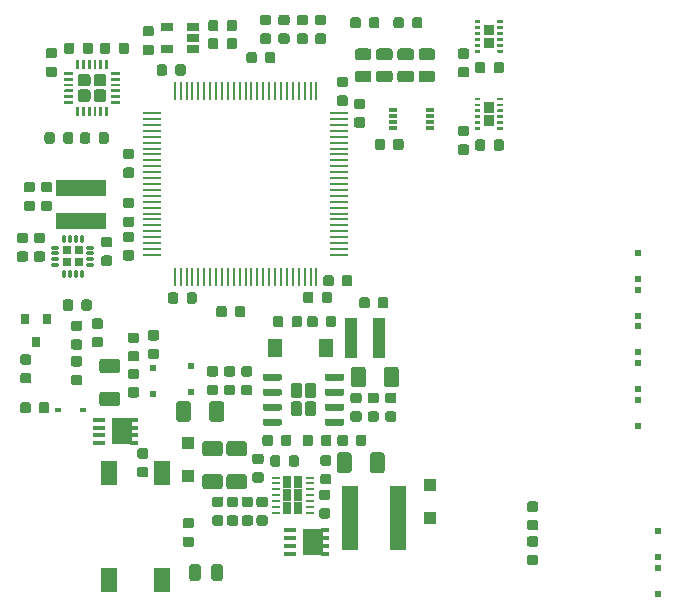
<source format=gtp>
%TF.GenerationSoftware,KiCad,Pcbnew,5.1.5-52549c5~84~ubuntu16.04.1*%
%TF.CreationDate,2020-01-09T13:47:42+01:00*%
%TF.ProjectId,Hedgehog,48656467-6568-46f6-972e-6b696361645f,1.0*%
%TF.SameCoordinates,PX7270e00PY47868c0*%
%TF.FileFunction,Paste,Top*%
%TF.FilePolarity,Positive*%
%FSLAX46Y46*%
G04 Gerber Fmt 4.6, Leading zero omitted, Abs format (unit mm)*
G04 Created by KiCad (PCBNEW 5.1.5-52549c5~84~ubuntu16.04.1) date 2020-01-09 13:47:42*
%MOMM*%
%LPD*%
G04 APERTURE LIST*
%ADD10C,0.100000*%
%ADD11R,0.500000X0.500000*%
%ADD12R,1.300000X1.600000*%
%ADD13R,0.730000X0.730000*%
%ADD14O,0.300000X0.750000*%
%ADD15O,0.750000X0.300000*%
%ADD16R,4.200000X1.400000*%
%ADD17R,0.660000X0.260000*%
%ADD18R,0.750000X1.000000*%
%ADD19R,0.760000X0.405000*%
%ADD20R,1.725000X2.245000*%
%ADD21R,0.990000X0.405000*%
%ADD22R,1.400000X2.100000*%
%ADD23R,1.430000X5.500000*%
%ADD24R,0.980000X3.400000*%
%ADD25R,0.800000X0.900000*%
%ADD26R,1.100000X1.100000*%
%ADD27R,0.600000X0.450000*%
%ADD28R,1.060000X0.650000*%
%ADD29R,0.800000X0.300000*%
%ADD30R,0.280000X1.500000*%
%ADD31R,1.500000X0.280000*%
G04 APERTURE END LIST*
D10*
%TO.C,R26*%
G36*
X23102691Y-31726053D02*
G01*
X23123926Y-31729203D01*
X23144750Y-31734419D01*
X23164962Y-31741651D01*
X23184368Y-31750830D01*
X23202781Y-31761866D01*
X23220024Y-31774654D01*
X23235930Y-31789070D01*
X23250346Y-31804976D01*
X23263134Y-31822219D01*
X23274170Y-31840632D01*
X23283349Y-31860038D01*
X23290581Y-31880250D01*
X23295797Y-31901074D01*
X23298947Y-31922309D01*
X23300000Y-31943750D01*
X23300000Y-32456250D01*
X23298947Y-32477691D01*
X23295797Y-32498926D01*
X23290581Y-32519750D01*
X23283349Y-32539962D01*
X23274170Y-32559368D01*
X23263134Y-32577781D01*
X23250346Y-32595024D01*
X23235930Y-32610930D01*
X23220024Y-32625346D01*
X23202781Y-32638134D01*
X23184368Y-32649170D01*
X23164962Y-32658349D01*
X23144750Y-32665581D01*
X23123926Y-32670797D01*
X23102691Y-32673947D01*
X23081250Y-32675000D01*
X22643750Y-32675000D01*
X22622309Y-32673947D01*
X22601074Y-32670797D01*
X22580250Y-32665581D01*
X22560038Y-32658349D01*
X22540632Y-32649170D01*
X22522219Y-32638134D01*
X22504976Y-32625346D01*
X22489070Y-32610930D01*
X22474654Y-32595024D01*
X22461866Y-32577781D01*
X22450830Y-32559368D01*
X22441651Y-32539962D01*
X22434419Y-32519750D01*
X22429203Y-32498926D01*
X22426053Y-32477691D01*
X22425000Y-32456250D01*
X22425000Y-31943750D01*
X22426053Y-31922309D01*
X22429203Y-31901074D01*
X22434419Y-31880250D01*
X22441651Y-31860038D01*
X22450830Y-31840632D01*
X22461866Y-31822219D01*
X22474654Y-31804976D01*
X22489070Y-31789070D01*
X22504976Y-31774654D01*
X22522219Y-31761866D01*
X22540632Y-31750830D01*
X22560038Y-31741651D01*
X22580250Y-31734419D01*
X22601074Y-31729203D01*
X22622309Y-31726053D01*
X22643750Y-31725000D01*
X23081250Y-31725000D01*
X23102691Y-31726053D01*
G37*
G36*
X24677691Y-31726053D02*
G01*
X24698926Y-31729203D01*
X24719750Y-31734419D01*
X24739962Y-31741651D01*
X24759368Y-31750830D01*
X24777781Y-31761866D01*
X24795024Y-31774654D01*
X24810930Y-31789070D01*
X24825346Y-31804976D01*
X24838134Y-31822219D01*
X24849170Y-31840632D01*
X24858349Y-31860038D01*
X24865581Y-31880250D01*
X24870797Y-31901074D01*
X24873947Y-31922309D01*
X24875000Y-31943750D01*
X24875000Y-32456250D01*
X24873947Y-32477691D01*
X24870797Y-32498926D01*
X24865581Y-32519750D01*
X24858349Y-32539962D01*
X24849170Y-32559368D01*
X24838134Y-32577781D01*
X24825346Y-32595024D01*
X24810930Y-32610930D01*
X24795024Y-32625346D01*
X24777781Y-32638134D01*
X24759368Y-32649170D01*
X24739962Y-32658349D01*
X24719750Y-32665581D01*
X24698926Y-32670797D01*
X24677691Y-32673947D01*
X24656250Y-32675000D01*
X24218750Y-32675000D01*
X24197309Y-32673947D01*
X24176074Y-32670797D01*
X24155250Y-32665581D01*
X24135038Y-32658349D01*
X24115632Y-32649170D01*
X24097219Y-32638134D01*
X24079976Y-32625346D01*
X24064070Y-32610930D01*
X24049654Y-32595024D01*
X24036866Y-32577781D01*
X24025830Y-32559368D01*
X24016651Y-32539962D01*
X24009419Y-32519750D01*
X24004203Y-32498926D01*
X24001053Y-32477691D01*
X24000000Y-32456250D01*
X24000000Y-31943750D01*
X24001053Y-31922309D01*
X24004203Y-31901074D01*
X24009419Y-31880250D01*
X24016651Y-31860038D01*
X24025830Y-31840632D01*
X24036866Y-31822219D01*
X24049654Y-31804976D01*
X24064070Y-31789070D01*
X24079976Y-31774654D01*
X24097219Y-31761866D01*
X24115632Y-31750830D01*
X24135038Y-31741651D01*
X24155250Y-31734419D01*
X24176074Y-31729203D01*
X24197309Y-31726053D01*
X24218750Y-31725000D01*
X24656250Y-31725000D01*
X24677691Y-31726053D01*
G37*
%TD*%
D11*
%TO.C,D4*%
X15450000Y-35950000D03*
X15450000Y-38150000D03*
%TD*%
D10*
%TO.C,R21*%
G36*
X30402691Y-30126053D02*
G01*
X30423926Y-30129203D01*
X30444750Y-30134419D01*
X30464962Y-30141651D01*
X30484368Y-30150830D01*
X30502781Y-30161866D01*
X30520024Y-30174654D01*
X30535930Y-30189070D01*
X30550346Y-30204976D01*
X30563134Y-30222219D01*
X30574170Y-30240632D01*
X30583349Y-30260038D01*
X30590581Y-30280250D01*
X30595797Y-30301074D01*
X30598947Y-30322309D01*
X30600000Y-30343750D01*
X30600000Y-30856250D01*
X30598947Y-30877691D01*
X30595797Y-30898926D01*
X30590581Y-30919750D01*
X30583349Y-30939962D01*
X30574170Y-30959368D01*
X30563134Y-30977781D01*
X30550346Y-30995024D01*
X30535930Y-31010930D01*
X30520024Y-31025346D01*
X30502781Y-31038134D01*
X30484368Y-31049170D01*
X30464962Y-31058349D01*
X30444750Y-31065581D01*
X30423926Y-31070797D01*
X30402691Y-31073947D01*
X30381250Y-31075000D01*
X29943750Y-31075000D01*
X29922309Y-31073947D01*
X29901074Y-31070797D01*
X29880250Y-31065581D01*
X29860038Y-31058349D01*
X29840632Y-31049170D01*
X29822219Y-31038134D01*
X29804976Y-31025346D01*
X29789070Y-31010930D01*
X29774654Y-30995024D01*
X29761866Y-30977781D01*
X29750830Y-30959368D01*
X29741651Y-30939962D01*
X29734419Y-30919750D01*
X29729203Y-30898926D01*
X29726053Y-30877691D01*
X29725000Y-30856250D01*
X29725000Y-30343750D01*
X29726053Y-30322309D01*
X29729203Y-30301074D01*
X29734419Y-30280250D01*
X29741651Y-30260038D01*
X29750830Y-30240632D01*
X29761866Y-30222219D01*
X29774654Y-30204976D01*
X29789070Y-30189070D01*
X29804976Y-30174654D01*
X29822219Y-30161866D01*
X29840632Y-30150830D01*
X29860038Y-30141651D01*
X29880250Y-30134419D01*
X29901074Y-30129203D01*
X29922309Y-30126053D01*
X29943750Y-30125000D01*
X30381250Y-30125000D01*
X30402691Y-30126053D01*
G37*
G36*
X31977691Y-30126053D02*
G01*
X31998926Y-30129203D01*
X32019750Y-30134419D01*
X32039962Y-30141651D01*
X32059368Y-30150830D01*
X32077781Y-30161866D01*
X32095024Y-30174654D01*
X32110930Y-30189070D01*
X32125346Y-30204976D01*
X32138134Y-30222219D01*
X32149170Y-30240632D01*
X32158349Y-30260038D01*
X32165581Y-30280250D01*
X32170797Y-30301074D01*
X32173947Y-30322309D01*
X32175000Y-30343750D01*
X32175000Y-30856250D01*
X32173947Y-30877691D01*
X32170797Y-30898926D01*
X32165581Y-30919750D01*
X32158349Y-30939962D01*
X32149170Y-30959368D01*
X32138134Y-30977781D01*
X32125346Y-30995024D01*
X32110930Y-31010930D01*
X32095024Y-31025346D01*
X32077781Y-31038134D01*
X32059368Y-31049170D01*
X32039962Y-31058349D01*
X32019750Y-31065581D01*
X31998926Y-31070797D01*
X31977691Y-31073947D01*
X31956250Y-31075000D01*
X31518750Y-31075000D01*
X31497309Y-31073947D01*
X31476074Y-31070797D01*
X31455250Y-31065581D01*
X31435038Y-31058349D01*
X31415632Y-31049170D01*
X31397219Y-31038134D01*
X31379976Y-31025346D01*
X31364070Y-31010930D01*
X31349654Y-30995024D01*
X31336866Y-30977781D01*
X31325830Y-30959368D01*
X31316651Y-30939962D01*
X31309419Y-30919750D01*
X31304203Y-30898926D01*
X31301053Y-30877691D01*
X31300000Y-30856250D01*
X31300000Y-30343750D01*
X31301053Y-30322309D01*
X31304203Y-30301074D01*
X31309419Y-30280250D01*
X31316651Y-30260038D01*
X31325830Y-30240632D01*
X31336866Y-30222219D01*
X31349654Y-30204976D01*
X31364070Y-30189070D01*
X31379976Y-30174654D01*
X31397219Y-30161866D01*
X31415632Y-30150830D01*
X31435038Y-30141651D01*
X31455250Y-30134419D01*
X31476074Y-30129203D01*
X31497309Y-30126053D01*
X31518750Y-30125000D01*
X31956250Y-30125000D01*
X31977691Y-30126053D01*
G37*
%TD*%
D12*
%TO.C,D20*%
X22550000Y-34450000D03*
X26950000Y-34450000D03*
%TD*%
D10*
%TO.C,U45*%
G36*
X41101293Y-7050260D02*
G01*
X41106535Y-7051038D01*
X41111675Y-7052325D01*
X41116665Y-7054111D01*
X41121455Y-7056376D01*
X41126001Y-7059101D01*
X41130257Y-7062257D01*
X41134184Y-7065816D01*
X41137743Y-7069743D01*
X41140899Y-7073999D01*
X41143624Y-7078545D01*
X41145889Y-7083335D01*
X41147675Y-7088325D01*
X41148962Y-7093465D01*
X41149740Y-7098707D01*
X41150000Y-7104000D01*
X41150000Y-7896000D01*
X41149740Y-7901293D01*
X41148962Y-7906535D01*
X41147675Y-7911675D01*
X41145889Y-7916665D01*
X41143624Y-7921455D01*
X41140899Y-7926001D01*
X41137743Y-7930257D01*
X41134184Y-7934184D01*
X41130257Y-7937743D01*
X41126001Y-7940899D01*
X41121455Y-7943624D01*
X41116665Y-7945889D01*
X41111675Y-7947675D01*
X41106535Y-7948962D01*
X41101293Y-7949740D01*
X41096000Y-7950000D01*
X40304000Y-7950000D01*
X40298707Y-7949740D01*
X40293465Y-7948962D01*
X40288325Y-7947675D01*
X40283335Y-7945889D01*
X40278545Y-7943624D01*
X40273999Y-7940899D01*
X40269743Y-7937743D01*
X40265816Y-7934184D01*
X40262257Y-7930257D01*
X40259101Y-7926001D01*
X40256376Y-7921455D01*
X40254111Y-7916665D01*
X40252325Y-7911675D01*
X40251038Y-7906535D01*
X40250260Y-7901293D01*
X40250000Y-7896000D01*
X40250000Y-7104000D01*
X40250260Y-7098707D01*
X40251038Y-7093465D01*
X40252325Y-7088325D01*
X40254111Y-7083335D01*
X40256376Y-7078545D01*
X40259101Y-7073999D01*
X40262257Y-7069743D01*
X40265816Y-7065816D01*
X40269743Y-7062257D01*
X40273999Y-7059101D01*
X40278545Y-7056376D01*
X40283335Y-7054111D01*
X40288325Y-7052325D01*
X40293465Y-7051038D01*
X40298707Y-7050260D01*
X40304000Y-7050000D01*
X41096000Y-7050000D01*
X41101293Y-7050260D01*
G37*
G36*
X41101293Y-8150260D02*
G01*
X41106535Y-8151038D01*
X41111675Y-8152325D01*
X41116665Y-8154111D01*
X41121455Y-8156376D01*
X41126001Y-8159101D01*
X41130257Y-8162257D01*
X41134184Y-8165816D01*
X41137743Y-8169743D01*
X41140899Y-8173999D01*
X41143624Y-8178545D01*
X41145889Y-8183335D01*
X41147675Y-8188325D01*
X41148962Y-8193465D01*
X41149740Y-8198707D01*
X41150000Y-8204000D01*
X41150000Y-8996000D01*
X41149740Y-9001293D01*
X41148962Y-9006535D01*
X41147675Y-9011675D01*
X41145889Y-9016665D01*
X41143624Y-9021455D01*
X41140899Y-9026001D01*
X41137743Y-9030257D01*
X41134184Y-9034184D01*
X41130257Y-9037743D01*
X41126001Y-9040899D01*
X41121455Y-9043624D01*
X41116665Y-9045889D01*
X41111675Y-9047675D01*
X41106535Y-9048962D01*
X41101293Y-9049740D01*
X41096000Y-9050000D01*
X40304000Y-9050000D01*
X40298707Y-9049740D01*
X40293465Y-9048962D01*
X40288325Y-9047675D01*
X40283335Y-9045889D01*
X40278545Y-9043624D01*
X40273999Y-9040899D01*
X40269743Y-9037743D01*
X40265816Y-9034184D01*
X40262257Y-9030257D01*
X40259101Y-9026001D01*
X40256376Y-9021455D01*
X40254111Y-9016665D01*
X40252325Y-9011675D01*
X40251038Y-9006535D01*
X40250260Y-9001293D01*
X40250000Y-8996000D01*
X40250000Y-8204000D01*
X40250260Y-8198707D01*
X40251038Y-8193465D01*
X40252325Y-8188325D01*
X40254111Y-8183335D01*
X40256376Y-8178545D01*
X40259101Y-8173999D01*
X40262257Y-8169743D01*
X40265816Y-8165816D01*
X40269743Y-8162257D01*
X40273999Y-8159101D01*
X40278545Y-8156376D01*
X40283335Y-8154111D01*
X40288325Y-8152325D01*
X40293465Y-8151038D01*
X40298707Y-8150260D01*
X40304000Y-8150000D01*
X41096000Y-8150000D01*
X41101293Y-8150260D01*
G37*
G36*
X39948509Y-9185222D02*
G01*
X39952974Y-9185884D01*
X39957353Y-9186981D01*
X39961603Y-9188502D01*
X39965684Y-9190432D01*
X39969556Y-9192752D01*
X39973182Y-9195442D01*
X39976527Y-9198473D01*
X39979558Y-9201818D01*
X39982248Y-9205444D01*
X39984568Y-9209316D01*
X39986498Y-9213397D01*
X39988019Y-9217647D01*
X39989116Y-9222026D01*
X39989778Y-9226491D01*
X39990000Y-9231000D01*
X39990000Y-9369000D01*
X39989778Y-9373509D01*
X39989116Y-9377974D01*
X39988019Y-9382353D01*
X39986498Y-9386603D01*
X39984568Y-9390684D01*
X39982248Y-9394556D01*
X39979558Y-9398182D01*
X39976527Y-9401527D01*
X39973182Y-9404558D01*
X39969556Y-9407248D01*
X39965684Y-9409568D01*
X39961603Y-9411498D01*
X39957353Y-9413019D01*
X39952974Y-9414116D01*
X39948509Y-9414778D01*
X39944000Y-9415000D01*
X39556000Y-9415000D01*
X39551491Y-9414778D01*
X39547026Y-9414116D01*
X39542647Y-9413019D01*
X39538397Y-9411498D01*
X39534316Y-9409568D01*
X39530444Y-9407248D01*
X39526818Y-9404558D01*
X39523473Y-9401527D01*
X39520442Y-9398182D01*
X39517752Y-9394556D01*
X39515432Y-9390684D01*
X39513502Y-9386603D01*
X39511981Y-9382353D01*
X39510884Y-9377974D01*
X39510222Y-9373509D01*
X39510000Y-9369000D01*
X39510000Y-9231000D01*
X39510222Y-9226491D01*
X39510884Y-9222026D01*
X39511981Y-9217647D01*
X39513502Y-9213397D01*
X39515432Y-9209316D01*
X39517752Y-9205444D01*
X39520442Y-9201818D01*
X39523473Y-9198473D01*
X39526818Y-9195442D01*
X39530444Y-9192752D01*
X39534316Y-9190432D01*
X39538397Y-9188502D01*
X39542647Y-9186981D01*
X39547026Y-9185884D01*
X39551491Y-9185222D01*
X39556000Y-9185000D01*
X39944000Y-9185000D01*
X39948509Y-9185222D01*
G37*
G36*
X39948509Y-8685222D02*
G01*
X39952974Y-8685884D01*
X39957353Y-8686981D01*
X39961603Y-8688502D01*
X39965684Y-8690432D01*
X39969556Y-8692752D01*
X39973182Y-8695442D01*
X39976527Y-8698473D01*
X39979558Y-8701818D01*
X39982248Y-8705444D01*
X39984568Y-8709316D01*
X39986498Y-8713397D01*
X39988019Y-8717647D01*
X39989116Y-8722026D01*
X39989778Y-8726491D01*
X39990000Y-8731000D01*
X39990000Y-8869000D01*
X39989778Y-8873509D01*
X39989116Y-8877974D01*
X39988019Y-8882353D01*
X39986498Y-8886603D01*
X39984568Y-8890684D01*
X39982248Y-8894556D01*
X39979558Y-8898182D01*
X39976527Y-8901527D01*
X39973182Y-8904558D01*
X39969556Y-8907248D01*
X39965684Y-8909568D01*
X39961603Y-8911498D01*
X39957353Y-8913019D01*
X39952974Y-8914116D01*
X39948509Y-8914778D01*
X39944000Y-8915000D01*
X39556000Y-8915000D01*
X39551491Y-8914778D01*
X39547026Y-8914116D01*
X39542647Y-8913019D01*
X39538397Y-8911498D01*
X39534316Y-8909568D01*
X39530444Y-8907248D01*
X39526818Y-8904558D01*
X39523473Y-8901527D01*
X39520442Y-8898182D01*
X39517752Y-8894556D01*
X39515432Y-8890684D01*
X39513502Y-8886603D01*
X39511981Y-8882353D01*
X39510884Y-8877974D01*
X39510222Y-8873509D01*
X39510000Y-8869000D01*
X39510000Y-8731000D01*
X39510222Y-8726491D01*
X39510884Y-8722026D01*
X39511981Y-8717647D01*
X39513502Y-8713397D01*
X39515432Y-8709316D01*
X39517752Y-8705444D01*
X39520442Y-8701818D01*
X39523473Y-8698473D01*
X39526818Y-8695442D01*
X39530444Y-8692752D01*
X39534316Y-8690432D01*
X39538397Y-8688502D01*
X39542647Y-8686981D01*
X39547026Y-8685884D01*
X39551491Y-8685222D01*
X39556000Y-8685000D01*
X39944000Y-8685000D01*
X39948509Y-8685222D01*
G37*
G36*
X39948509Y-8185222D02*
G01*
X39952974Y-8185884D01*
X39957353Y-8186981D01*
X39961603Y-8188502D01*
X39965684Y-8190432D01*
X39969556Y-8192752D01*
X39973182Y-8195442D01*
X39976527Y-8198473D01*
X39979558Y-8201818D01*
X39982248Y-8205444D01*
X39984568Y-8209316D01*
X39986498Y-8213397D01*
X39988019Y-8217647D01*
X39989116Y-8222026D01*
X39989778Y-8226491D01*
X39990000Y-8231000D01*
X39990000Y-8369000D01*
X39989778Y-8373509D01*
X39989116Y-8377974D01*
X39988019Y-8382353D01*
X39986498Y-8386603D01*
X39984568Y-8390684D01*
X39982248Y-8394556D01*
X39979558Y-8398182D01*
X39976527Y-8401527D01*
X39973182Y-8404558D01*
X39969556Y-8407248D01*
X39965684Y-8409568D01*
X39961603Y-8411498D01*
X39957353Y-8413019D01*
X39952974Y-8414116D01*
X39948509Y-8414778D01*
X39944000Y-8415000D01*
X39556000Y-8415000D01*
X39551491Y-8414778D01*
X39547026Y-8414116D01*
X39542647Y-8413019D01*
X39538397Y-8411498D01*
X39534316Y-8409568D01*
X39530444Y-8407248D01*
X39526818Y-8404558D01*
X39523473Y-8401527D01*
X39520442Y-8398182D01*
X39517752Y-8394556D01*
X39515432Y-8390684D01*
X39513502Y-8386603D01*
X39511981Y-8382353D01*
X39510884Y-8377974D01*
X39510222Y-8373509D01*
X39510000Y-8369000D01*
X39510000Y-8231000D01*
X39510222Y-8226491D01*
X39510884Y-8222026D01*
X39511981Y-8217647D01*
X39513502Y-8213397D01*
X39515432Y-8209316D01*
X39517752Y-8205444D01*
X39520442Y-8201818D01*
X39523473Y-8198473D01*
X39526818Y-8195442D01*
X39530444Y-8192752D01*
X39534316Y-8190432D01*
X39538397Y-8188502D01*
X39542647Y-8186981D01*
X39547026Y-8185884D01*
X39551491Y-8185222D01*
X39556000Y-8185000D01*
X39944000Y-8185000D01*
X39948509Y-8185222D01*
G37*
G36*
X39948509Y-7685222D02*
G01*
X39952974Y-7685884D01*
X39957353Y-7686981D01*
X39961603Y-7688502D01*
X39965684Y-7690432D01*
X39969556Y-7692752D01*
X39973182Y-7695442D01*
X39976527Y-7698473D01*
X39979558Y-7701818D01*
X39982248Y-7705444D01*
X39984568Y-7709316D01*
X39986498Y-7713397D01*
X39988019Y-7717647D01*
X39989116Y-7722026D01*
X39989778Y-7726491D01*
X39990000Y-7731000D01*
X39990000Y-7869000D01*
X39989778Y-7873509D01*
X39989116Y-7877974D01*
X39988019Y-7882353D01*
X39986498Y-7886603D01*
X39984568Y-7890684D01*
X39982248Y-7894556D01*
X39979558Y-7898182D01*
X39976527Y-7901527D01*
X39973182Y-7904558D01*
X39969556Y-7907248D01*
X39965684Y-7909568D01*
X39961603Y-7911498D01*
X39957353Y-7913019D01*
X39952974Y-7914116D01*
X39948509Y-7914778D01*
X39944000Y-7915000D01*
X39556000Y-7915000D01*
X39551491Y-7914778D01*
X39547026Y-7914116D01*
X39542647Y-7913019D01*
X39538397Y-7911498D01*
X39534316Y-7909568D01*
X39530444Y-7907248D01*
X39526818Y-7904558D01*
X39523473Y-7901527D01*
X39520442Y-7898182D01*
X39517752Y-7894556D01*
X39515432Y-7890684D01*
X39513502Y-7886603D01*
X39511981Y-7882353D01*
X39510884Y-7877974D01*
X39510222Y-7873509D01*
X39510000Y-7869000D01*
X39510000Y-7731000D01*
X39510222Y-7726491D01*
X39510884Y-7722026D01*
X39511981Y-7717647D01*
X39513502Y-7713397D01*
X39515432Y-7709316D01*
X39517752Y-7705444D01*
X39520442Y-7701818D01*
X39523473Y-7698473D01*
X39526818Y-7695442D01*
X39530444Y-7692752D01*
X39534316Y-7690432D01*
X39538397Y-7688502D01*
X39542647Y-7686981D01*
X39547026Y-7685884D01*
X39551491Y-7685222D01*
X39556000Y-7685000D01*
X39944000Y-7685000D01*
X39948509Y-7685222D01*
G37*
G36*
X39948509Y-7185222D02*
G01*
X39952974Y-7185884D01*
X39957353Y-7186981D01*
X39961603Y-7188502D01*
X39965684Y-7190432D01*
X39969556Y-7192752D01*
X39973182Y-7195442D01*
X39976527Y-7198473D01*
X39979558Y-7201818D01*
X39982248Y-7205444D01*
X39984568Y-7209316D01*
X39986498Y-7213397D01*
X39988019Y-7217647D01*
X39989116Y-7222026D01*
X39989778Y-7226491D01*
X39990000Y-7231000D01*
X39990000Y-7369000D01*
X39989778Y-7373509D01*
X39989116Y-7377974D01*
X39988019Y-7382353D01*
X39986498Y-7386603D01*
X39984568Y-7390684D01*
X39982248Y-7394556D01*
X39979558Y-7398182D01*
X39976527Y-7401527D01*
X39973182Y-7404558D01*
X39969556Y-7407248D01*
X39965684Y-7409568D01*
X39961603Y-7411498D01*
X39957353Y-7413019D01*
X39952974Y-7414116D01*
X39948509Y-7414778D01*
X39944000Y-7415000D01*
X39556000Y-7415000D01*
X39551491Y-7414778D01*
X39547026Y-7414116D01*
X39542647Y-7413019D01*
X39538397Y-7411498D01*
X39534316Y-7409568D01*
X39530444Y-7407248D01*
X39526818Y-7404558D01*
X39523473Y-7401527D01*
X39520442Y-7398182D01*
X39517752Y-7394556D01*
X39515432Y-7390684D01*
X39513502Y-7386603D01*
X39511981Y-7382353D01*
X39510884Y-7377974D01*
X39510222Y-7373509D01*
X39510000Y-7369000D01*
X39510000Y-7231000D01*
X39510222Y-7226491D01*
X39510884Y-7222026D01*
X39511981Y-7217647D01*
X39513502Y-7213397D01*
X39515432Y-7209316D01*
X39517752Y-7205444D01*
X39520442Y-7201818D01*
X39523473Y-7198473D01*
X39526818Y-7195442D01*
X39530444Y-7192752D01*
X39534316Y-7190432D01*
X39538397Y-7188502D01*
X39542647Y-7186981D01*
X39547026Y-7185884D01*
X39551491Y-7185222D01*
X39556000Y-7185000D01*
X39944000Y-7185000D01*
X39948509Y-7185222D01*
G37*
G36*
X39948509Y-6685222D02*
G01*
X39952974Y-6685884D01*
X39957353Y-6686981D01*
X39961603Y-6688502D01*
X39965684Y-6690432D01*
X39969556Y-6692752D01*
X39973182Y-6695442D01*
X39976527Y-6698473D01*
X39979558Y-6701818D01*
X39982248Y-6705444D01*
X39984568Y-6709316D01*
X39986498Y-6713397D01*
X39988019Y-6717647D01*
X39989116Y-6722026D01*
X39989778Y-6726491D01*
X39990000Y-6731000D01*
X39990000Y-6869000D01*
X39989778Y-6873509D01*
X39989116Y-6877974D01*
X39988019Y-6882353D01*
X39986498Y-6886603D01*
X39984568Y-6890684D01*
X39982248Y-6894556D01*
X39979558Y-6898182D01*
X39976527Y-6901527D01*
X39973182Y-6904558D01*
X39969556Y-6907248D01*
X39965684Y-6909568D01*
X39961603Y-6911498D01*
X39957353Y-6913019D01*
X39952974Y-6914116D01*
X39948509Y-6914778D01*
X39944000Y-6915000D01*
X39556000Y-6915000D01*
X39551491Y-6914778D01*
X39547026Y-6914116D01*
X39542647Y-6913019D01*
X39538397Y-6911498D01*
X39534316Y-6909568D01*
X39530444Y-6907248D01*
X39526818Y-6904558D01*
X39523473Y-6901527D01*
X39520442Y-6898182D01*
X39517752Y-6894556D01*
X39515432Y-6890684D01*
X39513502Y-6886603D01*
X39511981Y-6882353D01*
X39510884Y-6877974D01*
X39510222Y-6873509D01*
X39510000Y-6869000D01*
X39510000Y-6731000D01*
X39510222Y-6726491D01*
X39510884Y-6722026D01*
X39511981Y-6717647D01*
X39513502Y-6713397D01*
X39515432Y-6709316D01*
X39517752Y-6705444D01*
X39520442Y-6701818D01*
X39523473Y-6698473D01*
X39526818Y-6695442D01*
X39530444Y-6692752D01*
X39534316Y-6690432D01*
X39538397Y-6688502D01*
X39542647Y-6686981D01*
X39547026Y-6685884D01*
X39551491Y-6685222D01*
X39556000Y-6685000D01*
X39944000Y-6685000D01*
X39948509Y-6685222D01*
G37*
G36*
X41848509Y-6685222D02*
G01*
X41852974Y-6685884D01*
X41857353Y-6686981D01*
X41861603Y-6688502D01*
X41865684Y-6690432D01*
X41869556Y-6692752D01*
X41873182Y-6695442D01*
X41876527Y-6698473D01*
X41879558Y-6701818D01*
X41882248Y-6705444D01*
X41884568Y-6709316D01*
X41886498Y-6713397D01*
X41888019Y-6717647D01*
X41889116Y-6722026D01*
X41889778Y-6726491D01*
X41890000Y-6731000D01*
X41890000Y-6869000D01*
X41889778Y-6873509D01*
X41889116Y-6877974D01*
X41888019Y-6882353D01*
X41886498Y-6886603D01*
X41884568Y-6890684D01*
X41882248Y-6894556D01*
X41879558Y-6898182D01*
X41876527Y-6901527D01*
X41873182Y-6904558D01*
X41869556Y-6907248D01*
X41865684Y-6909568D01*
X41861603Y-6911498D01*
X41857353Y-6913019D01*
X41852974Y-6914116D01*
X41848509Y-6914778D01*
X41844000Y-6915000D01*
X41456000Y-6915000D01*
X41451491Y-6914778D01*
X41447026Y-6914116D01*
X41442647Y-6913019D01*
X41438397Y-6911498D01*
X41434316Y-6909568D01*
X41430444Y-6907248D01*
X41426818Y-6904558D01*
X41423473Y-6901527D01*
X41420442Y-6898182D01*
X41417752Y-6894556D01*
X41415432Y-6890684D01*
X41413502Y-6886603D01*
X41411981Y-6882353D01*
X41410884Y-6877974D01*
X41410222Y-6873509D01*
X41410000Y-6869000D01*
X41410000Y-6731000D01*
X41410222Y-6726491D01*
X41410884Y-6722026D01*
X41411981Y-6717647D01*
X41413502Y-6713397D01*
X41415432Y-6709316D01*
X41417752Y-6705444D01*
X41420442Y-6701818D01*
X41423473Y-6698473D01*
X41426818Y-6695442D01*
X41430444Y-6692752D01*
X41434316Y-6690432D01*
X41438397Y-6688502D01*
X41442647Y-6686981D01*
X41447026Y-6685884D01*
X41451491Y-6685222D01*
X41456000Y-6685000D01*
X41844000Y-6685000D01*
X41848509Y-6685222D01*
G37*
G36*
X41848509Y-7185222D02*
G01*
X41852974Y-7185884D01*
X41857353Y-7186981D01*
X41861603Y-7188502D01*
X41865684Y-7190432D01*
X41869556Y-7192752D01*
X41873182Y-7195442D01*
X41876527Y-7198473D01*
X41879558Y-7201818D01*
X41882248Y-7205444D01*
X41884568Y-7209316D01*
X41886498Y-7213397D01*
X41888019Y-7217647D01*
X41889116Y-7222026D01*
X41889778Y-7226491D01*
X41890000Y-7231000D01*
X41890000Y-7369000D01*
X41889778Y-7373509D01*
X41889116Y-7377974D01*
X41888019Y-7382353D01*
X41886498Y-7386603D01*
X41884568Y-7390684D01*
X41882248Y-7394556D01*
X41879558Y-7398182D01*
X41876527Y-7401527D01*
X41873182Y-7404558D01*
X41869556Y-7407248D01*
X41865684Y-7409568D01*
X41861603Y-7411498D01*
X41857353Y-7413019D01*
X41852974Y-7414116D01*
X41848509Y-7414778D01*
X41844000Y-7415000D01*
X41456000Y-7415000D01*
X41451491Y-7414778D01*
X41447026Y-7414116D01*
X41442647Y-7413019D01*
X41438397Y-7411498D01*
X41434316Y-7409568D01*
X41430444Y-7407248D01*
X41426818Y-7404558D01*
X41423473Y-7401527D01*
X41420442Y-7398182D01*
X41417752Y-7394556D01*
X41415432Y-7390684D01*
X41413502Y-7386603D01*
X41411981Y-7382353D01*
X41410884Y-7377974D01*
X41410222Y-7373509D01*
X41410000Y-7369000D01*
X41410000Y-7231000D01*
X41410222Y-7226491D01*
X41410884Y-7222026D01*
X41411981Y-7217647D01*
X41413502Y-7213397D01*
X41415432Y-7209316D01*
X41417752Y-7205444D01*
X41420442Y-7201818D01*
X41423473Y-7198473D01*
X41426818Y-7195442D01*
X41430444Y-7192752D01*
X41434316Y-7190432D01*
X41438397Y-7188502D01*
X41442647Y-7186981D01*
X41447026Y-7185884D01*
X41451491Y-7185222D01*
X41456000Y-7185000D01*
X41844000Y-7185000D01*
X41848509Y-7185222D01*
G37*
G36*
X41848509Y-7685222D02*
G01*
X41852974Y-7685884D01*
X41857353Y-7686981D01*
X41861603Y-7688502D01*
X41865684Y-7690432D01*
X41869556Y-7692752D01*
X41873182Y-7695442D01*
X41876527Y-7698473D01*
X41879558Y-7701818D01*
X41882248Y-7705444D01*
X41884568Y-7709316D01*
X41886498Y-7713397D01*
X41888019Y-7717647D01*
X41889116Y-7722026D01*
X41889778Y-7726491D01*
X41890000Y-7731000D01*
X41890000Y-7869000D01*
X41889778Y-7873509D01*
X41889116Y-7877974D01*
X41888019Y-7882353D01*
X41886498Y-7886603D01*
X41884568Y-7890684D01*
X41882248Y-7894556D01*
X41879558Y-7898182D01*
X41876527Y-7901527D01*
X41873182Y-7904558D01*
X41869556Y-7907248D01*
X41865684Y-7909568D01*
X41861603Y-7911498D01*
X41857353Y-7913019D01*
X41852974Y-7914116D01*
X41848509Y-7914778D01*
X41844000Y-7915000D01*
X41456000Y-7915000D01*
X41451491Y-7914778D01*
X41447026Y-7914116D01*
X41442647Y-7913019D01*
X41438397Y-7911498D01*
X41434316Y-7909568D01*
X41430444Y-7907248D01*
X41426818Y-7904558D01*
X41423473Y-7901527D01*
X41420442Y-7898182D01*
X41417752Y-7894556D01*
X41415432Y-7890684D01*
X41413502Y-7886603D01*
X41411981Y-7882353D01*
X41410884Y-7877974D01*
X41410222Y-7873509D01*
X41410000Y-7869000D01*
X41410000Y-7731000D01*
X41410222Y-7726491D01*
X41410884Y-7722026D01*
X41411981Y-7717647D01*
X41413502Y-7713397D01*
X41415432Y-7709316D01*
X41417752Y-7705444D01*
X41420442Y-7701818D01*
X41423473Y-7698473D01*
X41426818Y-7695442D01*
X41430444Y-7692752D01*
X41434316Y-7690432D01*
X41438397Y-7688502D01*
X41442647Y-7686981D01*
X41447026Y-7685884D01*
X41451491Y-7685222D01*
X41456000Y-7685000D01*
X41844000Y-7685000D01*
X41848509Y-7685222D01*
G37*
G36*
X41848509Y-8185222D02*
G01*
X41852974Y-8185884D01*
X41857353Y-8186981D01*
X41861603Y-8188502D01*
X41865684Y-8190432D01*
X41869556Y-8192752D01*
X41873182Y-8195442D01*
X41876527Y-8198473D01*
X41879558Y-8201818D01*
X41882248Y-8205444D01*
X41884568Y-8209316D01*
X41886498Y-8213397D01*
X41888019Y-8217647D01*
X41889116Y-8222026D01*
X41889778Y-8226491D01*
X41890000Y-8231000D01*
X41890000Y-8369000D01*
X41889778Y-8373509D01*
X41889116Y-8377974D01*
X41888019Y-8382353D01*
X41886498Y-8386603D01*
X41884568Y-8390684D01*
X41882248Y-8394556D01*
X41879558Y-8398182D01*
X41876527Y-8401527D01*
X41873182Y-8404558D01*
X41869556Y-8407248D01*
X41865684Y-8409568D01*
X41861603Y-8411498D01*
X41857353Y-8413019D01*
X41852974Y-8414116D01*
X41848509Y-8414778D01*
X41844000Y-8415000D01*
X41456000Y-8415000D01*
X41451491Y-8414778D01*
X41447026Y-8414116D01*
X41442647Y-8413019D01*
X41438397Y-8411498D01*
X41434316Y-8409568D01*
X41430444Y-8407248D01*
X41426818Y-8404558D01*
X41423473Y-8401527D01*
X41420442Y-8398182D01*
X41417752Y-8394556D01*
X41415432Y-8390684D01*
X41413502Y-8386603D01*
X41411981Y-8382353D01*
X41410884Y-8377974D01*
X41410222Y-8373509D01*
X41410000Y-8369000D01*
X41410000Y-8231000D01*
X41410222Y-8226491D01*
X41410884Y-8222026D01*
X41411981Y-8217647D01*
X41413502Y-8213397D01*
X41415432Y-8209316D01*
X41417752Y-8205444D01*
X41420442Y-8201818D01*
X41423473Y-8198473D01*
X41426818Y-8195442D01*
X41430444Y-8192752D01*
X41434316Y-8190432D01*
X41438397Y-8188502D01*
X41442647Y-8186981D01*
X41447026Y-8185884D01*
X41451491Y-8185222D01*
X41456000Y-8185000D01*
X41844000Y-8185000D01*
X41848509Y-8185222D01*
G37*
G36*
X41848509Y-8685222D02*
G01*
X41852974Y-8685884D01*
X41857353Y-8686981D01*
X41861603Y-8688502D01*
X41865684Y-8690432D01*
X41869556Y-8692752D01*
X41873182Y-8695442D01*
X41876527Y-8698473D01*
X41879558Y-8701818D01*
X41882248Y-8705444D01*
X41884568Y-8709316D01*
X41886498Y-8713397D01*
X41888019Y-8717647D01*
X41889116Y-8722026D01*
X41889778Y-8726491D01*
X41890000Y-8731000D01*
X41890000Y-8869000D01*
X41889778Y-8873509D01*
X41889116Y-8877974D01*
X41888019Y-8882353D01*
X41886498Y-8886603D01*
X41884568Y-8890684D01*
X41882248Y-8894556D01*
X41879558Y-8898182D01*
X41876527Y-8901527D01*
X41873182Y-8904558D01*
X41869556Y-8907248D01*
X41865684Y-8909568D01*
X41861603Y-8911498D01*
X41857353Y-8913019D01*
X41852974Y-8914116D01*
X41848509Y-8914778D01*
X41844000Y-8915000D01*
X41456000Y-8915000D01*
X41451491Y-8914778D01*
X41447026Y-8914116D01*
X41442647Y-8913019D01*
X41438397Y-8911498D01*
X41434316Y-8909568D01*
X41430444Y-8907248D01*
X41426818Y-8904558D01*
X41423473Y-8901527D01*
X41420442Y-8898182D01*
X41417752Y-8894556D01*
X41415432Y-8890684D01*
X41413502Y-8886603D01*
X41411981Y-8882353D01*
X41410884Y-8877974D01*
X41410222Y-8873509D01*
X41410000Y-8869000D01*
X41410000Y-8731000D01*
X41410222Y-8726491D01*
X41410884Y-8722026D01*
X41411981Y-8717647D01*
X41413502Y-8713397D01*
X41415432Y-8709316D01*
X41417752Y-8705444D01*
X41420442Y-8701818D01*
X41423473Y-8698473D01*
X41426818Y-8695442D01*
X41430444Y-8692752D01*
X41434316Y-8690432D01*
X41438397Y-8688502D01*
X41442647Y-8686981D01*
X41447026Y-8685884D01*
X41451491Y-8685222D01*
X41456000Y-8685000D01*
X41844000Y-8685000D01*
X41848509Y-8685222D01*
G37*
G36*
X41848509Y-9185222D02*
G01*
X41852974Y-9185884D01*
X41857353Y-9186981D01*
X41861603Y-9188502D01*
X41865684Y-9190432D01*
X41869556Y-9192752D01*
X41873182Y-9195442D01*
X41876527Y-9198473D01*
X41879558Y-9201818D01*
X41882248Y-9205444D01*
X41884568Y-9209316D01*
X41886498Y-9213397D01*
X41888019Y-9217647D01*
X41889116Y-9222026D01*
X41889778Y-9226491D01*
X41890000Y-9231000D01*
X41890000Y-9369000D01*
X41889778Y-9373509D01*
X41889116Y-9377974D01*
X41888019Y-9382353D01*
X41886498Y-9386603D01*
X41884568Y-9390684D01*
X41882248Y-9394556D01*
X41879558Y-9398182D01*
X41876527Y-9401527D01*
X41873182Y-9404558D01*
X41869556Y-9407248D01*
X41865684Y-9409568D01*
X41861603Y-9411498D01*
X41857353Y-9413019D01*
X41852974Y-9414116D01*
X41848509Y-9414778D01*
X41844000Y-9415000D01*
X41456000Y-9415000D01*
X41451491Y-9414778D01*
X41447026Y-9414116D01*
X41442647Y-9413019D01*
X41438397Y-9411498D01*
X41434316Y-9409568D01*
X41430444Y-9407248D01*
X41426818Y-9404558D01*
X41423473Y-9401527D01*
X41420442Y-9398182D01*
X41417752Y-9394556D01*
X41415432Y-9390684D01*
X41413502Y-9386603D01*
X41411981Y-9382353D01*
X41410884Y-9377974D01*
X41410222Y-9373509D01*
X41410000Y-9369000D01*
X41410000Y-9231000D01*
X41410222Y-9226491D01*
X41410884Y-9222026D01*
X41411981Y-9217647D01*
X41413502Y-9213397D01*
X41415432Y-9209316D01*
X41417752Y-9205444D01*
X41420442Y-9201818D01*
X41423473Y-9198473D01*
X41426818Y-9195442D01*
X41430444Y-9192752D01*
X41434316Y-9190432D01*
X41438397Y-9188502D01*
X41442647Y-9186981D01*
X41447026Y-9185884D01*
X41451491Y-9185222D01*
X41456000Y-9185000D01*
X41844000Y-9185000D01*
X41848509Y-9185222D01*
G37*
%TD*%
%TO.C,U44*%
G36*
X41101293Y-13600260D02*
G01*
X41106535Y-13601038D01*
X41111675Y-13602325D01*
X41116665Y-13604111D01*
X41121455Y-13606376D01*
X41126001Y-13609101D01*
X41130257Y-13612257D01*
X41134184Y-13615816D01*
X41137743Y-13619743D01*
X41140899Y-13623999D01*
X41143624Y-13628545D01*
X41145889Y-13633335D01*
X41147675Y-13638325D01*
X41148962Y-13643465D01*
X41149740Y-13648707D01*
X41150000Y-13654000D01*
X41150000Y-14446000D01*
X41149740Y-14451293D01*
X41148962Y-14456535D01*
X41147675Y-14461675D01*
X41145889Y-14466665D01*
X41143624Y-14471455D01*
X41140899Y-14476001D01*
X41137743Y-14480257D01*
X41134184Y-14484184D01*
X41130257Y-14487743D01*
X41126001Y-14490899D01*
X41121455Y-14493624D01*
X41116665Y-14495889D01*
X41111675Y-14497675D01*
X41106535Y-14498962D01*
X41101293Y-14499740D01*
X41096000Y-14500000D01*
X40304000Y-14500000D01*
X40298707Y-14499740D01*
X40293465Y-14498962D01*
X40288325Y-14497675D01*
X40283335Y-14495889D01*
X40278545Y-14493624D01*
X40273999Y-14490899D01*
X40269743Y-14487743D01*
X40265816Y-14484184D01*
X40262257Y-14480257D01*
X40259101Y-14476001D01*
X40256376Y-14471455D01*
X40254111Y-14466665D01*
X40252325Y-14461675D01*
X40251038Y-14456535D01*
X40250260Y-14451293D01*
X40250000Y-14446000D01*
X40250000Y-13654000D01*
X40250260Y-13648707D01*
X40251038Y-13643465D01*
X40252325Y-13638325D01*
X40254111Y-13633335D01*
X40256376Y-13628545D01*
X40259101Y-13623999D01*
X40262257Y-13619743D01*
X40265816Y-13615816D01*
X40269743Y-13612257D01*
X40273999Y-13609101D01*
X40278545Y-13606376D01*
X40283335Y-13604111D01*
X40288325Y-13602325D01*
X40293465Y-13601038D01*
X40298707Y-13600260D01*
X40304000Y-13600000D01*
X41096000Y-13600000D01*
X41101293Y-13600260D01*
G37*
G36*
X41101293Y-14700260D02*
G01*
X41106535Y-14701038D01*
X41111675Y-14702325D01*
X41116665Y-14704111D01*
X41121455Y-14706376D01*
X41126001Y-14709101D01*
X41130257Y-14712257D01*
X41134184Y-14715816D01*
X41137743Y-14719743D01*
X41140899Y-14723999D01*
X41143624Y-14728545D01*
X41145889Y-14733335D01*
X41147675Y-14738325D01*
X41148962Y-14743465D01*
X41149740Y-14748707D01*
X41150000Y-14754000D01*
X41150000Y-15546000D01*
X41149740Y-15551293D01*
X41148962Y-15556535D01*
X41147675Y-15561675D01*
X41145889Y-15566665D01*
X41143624Y-15571455D01*
X41140899Y-15576001D01*
X41137743Y-15580257D01*
X41134184Y-15584184D01*
X41130257Y-15587743D01*
X41126001Y-15590899D01*
X41121455Y-15593624D01*
X41116665Y-15595889D01*
X41111675Y-15597675D01*
X41106535Y-15598962D01*
X41101293Y-15599740D01*
X41096000Y-15600000D01*
X40304000Y-15600000D01*
X40298707Y-15599740D01*
X40293465Y-15598962D01*
X40288325Y-15597675D01*
X40283335Y-15595889D01*
X40278545Y-15593624D01*
X40273999Y-15590899D01*
X40269743Y-15587743D01*
X40265816Y-15584184D01*
X40262257Y-15580257D01*
X40259101Y-15576001D01*
X40256376Y-15571455D01*
X40254111Y-15566665D01*
X40252325Y-15561675D01*
X40251038Y-15556535D01*
X40250260Y-15551293D01*
X40250000Y-15546000D01*
X40250000Y-14754000D01*
X40250260Y-14748707D01*
X40251038Y-14743465D01*
X40252325Y-14738325D01*
X40254111Y-14733335D01*
X40256376Y-14728545D01*
X40259101Y-14723999D01*
X40262257Y-14719743D01*
X40265816Y-14715816D01*
X40269743Y-14712257D01*
X40273999Y-14709101D01*
X40278545Y-14706376D01*
X40283335Y-14704111D01*
X40288325Y-14702325D01*
X40293465Y-14701038D01*
X40298707Y-14700260D01*
X40304000Y-14700000D01*
X41096000Y-14700000D01*
X41101293Y-14700260D01*
G37*
G36*
X39948509Y-15735222D02*
G01*
X39952974Y-15735884D01*
X39957353Y-15736981D01*
X39961603Y-15738502D01*
X39965684Y-15740432D01*
X39969556Y-15742752D01*
X39973182Y-15745442D01*
X39976527Y-15748473D01*
X39979558Y-15751818D01*
X39982248Y-15755444D01*
X39984568Y-15759316D01*
X39986498Y-15763397D01*
X39988019Y-15767647D01*
X39989116Y-15772026D01*
X39989778Y-15776491D01*
X39990000Y-15781000D01*
X39990000Y-15919000D01*
X39989778Y-15923509D01*
X39989116Y-15927974D01*
X39988019Y-15932353D01*
X39986498Y-15936603D01*
X39984568Y-15940684D01*
X39982248Y-15944556D01*
X39979558Y-15948182D01*
X39976527Y-15951527D01*
X39973182Y-15954558D01*
X39969556Y-15957248D01*
X39965684Y-15959568D01*
X39961603Y-15961498D01*
X39957353Y-15963019D01*
X39952974Y-15964116D01*
X39948509Y-15964778D01*
X39944000Y-15965000D01*
X39556000Y-15965000D01*
X39551491Y-15964778D01*
X39547026Y-15964116D01*
X39542647Y-15963019D01*
X39538397Y-15961498D01*
X39534316Y-15959568D01*
X39530444Y-15957248D01*
X39526818Y-15954558D01*
X39523473Y-15951527D01*
X39520442Y-15948182D01*
X39517752Y-15944556D01*
X39515432Y-15940684D01*
X39513502Y-15936603D01*
X39511981Y-15932353D01*
X39510884Y-15927974D01*
X39510222Y-15923509D01*
X39510000Y-15919000D01*
X39510000Y-15781000D01*
X39510222Y-15776491D01*
X39510884Y-15772026D01*
X39511981Y-15767647D01*
X39513502Y-15763397D01*
X39515432Y-15759316D01*
X39517752Y-15755444D01*
X39520442Y-15751818D01*
X39523473Y-15748473D01*
X39526818Y-15745442D01*
X39530444Y-15742752D01*
X39534316Y-15740432D01*
X39538397Y-15738502D01*
X39542647Y-15736981D01*
X39547026Y-15735884D01*
X39551491Y-15735222D01*
X39556000Y-15735000D01*
X39944000Y-15735000D01*
X39948509Y-15735222D01*
G37*
G36*
X39948509Y-15235222D02*
G01*
X39952974Y-15235884D01*
X39957353Y-15236981D01*
X39961603Y-15238502D01*
X39965684Y-15240432D01*
X39969556Y-15242752D01*
X39973182Y-15245442D01*
X39976527Y-15248473D01*
X39979558Y-15251818D01*
X39982248Y-15255444D01*
X39984568Y-15259316D01*
X39986498Y-15263397D01*
X39988019Y-15267647D01*
X39989116Y-15272026D01*
X39989778Y-15276491D01*
X39990000Y-15281000D01*
X39990000Y-15419000D01*
X39989778Y-15423509D01*
X39989116Y-15427974D01*
X39988019Y-15432353D01*
X39986498Y-15436603D01*
X39984568Y-15440684D01*
X39982248Y-15444556D01*
X39979558Y-15448182D01*
X39976527Y-15451527D01*
X39973182Y-15454558D01*
X39969556Y-15457248D01*
X39965684Y-15459568D01*
X39961603Y-15461498D01*
X39957353Y-15463019D01*
X39952974Y-15464116D01*
X39948509Y-15464778D01*
X39944000Y-15465000D01*
X39556000Y-15465000D01*
X39551491Y-15464778D01*
X39547026Y-15464116D01*
X39542647Y-15463019D01*
X39538397Y-15461498D01*
X39534316Y-15459568D01*
X39530444Y-15457248D01*
X39526818Y-15454558D01*
X39523473Y-15451527D01*
X39520442Y-15448182D01*
X39517752Y-15444556D01*
X39515432Y-15440684D01*
X39513502Y-15436603D01*
X39511981Y-15432353D01*
X39510884Y-15427974D01*
X39510222Y-15423509D01*
X39510000Y-15419000D01*
X39510000Y-15281000D01*
X39510222Y-15276491D01*
X39510884Y-15272026D01*
X39511981Y-15267647D01*
X39513502Y-15263397D01*
X39515432Y-15259316D01*
X39517752Y-15255444D01*
X39520442Y-15251818D01*
X39523473Y-15248473D01*
X39526818Y-15245442D01*
X39530444Y-15242752D01*
X39534316Y-15240432D01*
X39538397Y-15238502D01*
X39542647Y-15236981D01*
X39547026Y-15235884D01*
X39551491Y-15235222D01*
X39556000Y-15235000D01*
X39944000Y-15235000D01*
X39948509Y-15235222D01*
G37*
G36*
X39948509Y-14735222D02*
G01*
X39952974Y-14735884D01*
X39957353Y-14736981D01*
X39961603Y-14738502D01*
X39965684Y-14740432D01*
X39969556Y-14742752D01*
X39973182Y-14745442D01*
X39976527Y-14748473D01*
X39979558Y-14751818D01*
X39982248Y-14755444D01*
X39984568Y-14759316D01*
X39986498Y-14763397D01*
X39988019Y-14767647D01*
X39989116Y-14772026D01*
X39989778Y-14776491D01*
X39990000Y-14781000D01*
X39990000Y-14919000D01*
X39989778Y-14923509D01*
X39989116Y-14927974D01*
X39988019Y-14932353D01*
X39986498Y-14936603D01*
X39984568Y-14940684D01*
X39982248Y-14944556D01*
X39979558Y-14948182D01*
X39976527Y-14951527D01*
X39973182Y-14954558D01*
X39969556Y-14957248D01*
X39965684Y-14959568D01*
X39961603Y-14961498D01*
X39957353Y-14963019D01*
X39952974Y-14964116D01*
X39948509Y-14964778D01*
X39944000Y-14965000D01*
X39556000Y-14965000D01*
X39551491Y-14964778D01*
X39547026Y-14964116D01*
X39542647Y-14963019D01*
X39538397Y-14961498D01*
X39534316Y-14959568D01*
X39530444Y-14957248D01*
X39526818Y-14954558D01*
X39523473Y-14951527D01*
X39520442Y-14948182D01*
X39517752Y-14944556D01*
X39515432Y-14940684D01*
X39513502Y-14936603D01*
X39511981Y-14932353D01*
X39510884Y-14927974D01*
X39510222Y-14923509D01*
X39510000Y-14919000D01*
X39510000Y-14781000D01*
X39510222Y-14776491D01*
X39510884Y-14772026D01*
X39511981Y-14767647D01*
X39513502Y-14763397D01*
X39515432Y-14759316D01*
X39517752Y-14755444D01*
X39520442Y-14751818D01*
X39523473Y-14748473D01*
X39526818Y-14745442D01*
X39530444Y-14742752D01*
X39534316Y-14740432D01*
X39538397Y-14738502D01*
X39542647Y-14736981D01*
X39547026Y-14735884D01*
X39551491Y-14735222D01*
X39556000Y-14735000D01*
X39944000Y-14735000D01*
X39948509Y-14735222D01*
G37*
G36*
X39948509Y-14235222D02*
G01*
X39952974Y-14235884D01*
X39957353Y-14236981D01*
X39961603Y-14238502D01*
X39965684Y-14240432D01*
X39969556Y-14242752D01*
X39973182Y-14245442D01*
X39976527Y-14248473D01*
X39979558Y-14251818D01*
X39982248Y-14255444D01*
X39984568Y-14259316D01*
X39986498Y-14263397D01*
X39988019Y-14267647D01*
X39989116Y-14272026D01*
X39989778Y-14276491D01*
X39990000Y-14281000D01*
X39990000Y-14419000D01*
X39989778Y-14423509D01*
X39989116Y-14427974D01*
X39988019Y-14432353D01*
X39986498Y-14436603D01*
X39984568Y-14440684D01*
X39982248Y-14444556D01*
X39979558Y-14448182D01*
X39976527Y-14451527D01*
X39973182Y-14454558D01*
X39969556Y-14457248D01*
X39965684Y-14459568D01*
X39961603Y-14461498D01*
X39957353Y-14463019D01*
X39952974Y-14464116D01*
X39948509Y-14464778D01*
X39944000Y-14465000D01*
X39556000Y-14465000D01*
X39551491Y-14464778D01*
X39547026Y-14464116D01*
X39542647Y-14463019D01*
X39538397Y-14461498D01*
X39534316Y-14459568D01*
X39530444Y-14457248D01*
X39526818Y-14454558D01*
X39523473Y-14451527D01*
X39520442Y-14448182D01*
X39517752Y-14444556D01*
X39515432Y-14440684D01*
X39513502Y-14436603D01*
X39511981Y-14432353D01*
X39510884Y-14427974D01*
X39510222Y-14423509D01*
X39510000Y-14419000D01*
X39510000Y-14281000D01*
X39510222Y-14276491D01*
X39510884Y-14272026D01*
X39511981Y-14267647D01*
X39513502Y-14263397D01*
X39515432Y-14259316D01*
X39517752Y-14255444D01*
X39520442Y-14251818D01*
X39523473Y-14248473D01*
X39526818Y-14245442D01*
X39530444Y-14242752D01*
X39534316Y-14240432D01*
X39538397Y-14238502D01*
X39542647Y-14236981D01*
X39547026Y-14235884D01*
X39551491Y-14235222D01*
X39556000Y-14235000D01*
X39944000Y-14235000D01*
X39948509Y-14235222D01*
G37*
G36*
X39948509Y-13735222D02*
G01*
X39952974Y-13735884D01*
X39957353Y-13736981D01*
X39961603Y-13738502D01*
X39965684Y-13740432D01*
X39969556Y-13742752D01*
X39973182Y-13745442D01*
X39976527Y-13748473D01*
X39979558Y-13751818D01*
X39982248Y-13755444D01*
X39984568Y-13759316D01*
X39986498Y-13763397D01*
X39988019Y-13767647D01*
X39989116Y-13772026D01*
X39989778Y-13776491D01*
X39990000Y-13781000D01*
X39990000Y-13919000D01*
X39989778Y-13923509D01*
X39989116Y-13927974D01*
X39988019Y-13932353D01*
X39986498Y-13936603D01*
X39984568Y-13940684D01*
X39982248Y-13944556D01*
X39979558Y-13948182D01*
X39976527Y-13951527D01*
X39973182Y-13954558D01*
X39969556Y-13957248D01*
X39965684Y-13959568D01*
X39961603Y-13961498D01*
X39957353Y-13963019D01*
X39952974Y-13964116D01*
X39948509Y-13964778D01*
X39944000Y-13965000D01*
X39556000Y-13965000D01*
X39551491Y-13964778D01*
X39547026Y-13964116D01*
X39542647Y-13963019D01*
X39538397Y-13961498D01*
X39534316Y-13959568D01*
X39530444Y-13957248D01*
X39526818Y-13954558D01*
X39523473Y-13951527D01*
X39520442Y-13948182D01*
X39517752Y-13944556D01*
X39515432Y-13940684D01*
X39513502Y-13936603D01*
X39511981Y-13932353D01*
X39510884Y-13927974D01*
X39510222Y-13923509D01*
X39510000Y-13919000D01*
X39510000Y-13781000D01*
X39510222Y-13776491D01*
X39510884Y-13772026D01*
X39511981Y-13767647D01*
X39513502Y-13763397D01*
X39515432Y-13759316D01*
X39517752Y-13755444D01*
X39520442Y-13751818D01*
X39523473Y-13748473D01*
X39526818Y-13745442D01*
X39530444Y-13742752D01*
X39534316Y-13740432D01*
X39538397Y-13738502D01*
X39542647Y-13736981D01*
X39547026Y-13735884D01*
X39551491Y-13735222D01*
X39556000Y-13735000D01*
X39944000Y-13735000D01*
X39948509Y-13735222D01*
G37*
G36*
X39948509Y-13235222D02*
G01*
X39952974Y-13235884D01*
X39957353Y-13236981D01*
X39961603Y-13238502D01*
X39965684Y-13240432D01*
X39969556Y-13242752D01*
X39973182Y-13245442D01*
X39976527Y-13248473D01*
X39979558Y-13251818D01*
X39982248Y-13255444D01*
X39984568Y-13259316D01*
X39986498Y-13263397D01*
X39988019Y-13267647D01*
X39989116Y-13272026D01*
X39989778Y-13276491D01*
X39990000Y-13281000D01*
X39990000Y-13419000D01*
X39989778Y-13423509D01*
X39989116Y-13427974D01*
X39988019Y-13432353D01*
X39986498Y-13436603D01*
X39984568Y-13440684D01*
X39982248Y-13444556D01*
X39979558Y-13448182D01*
X39976527Y-13451527D01*
X39973182Y-13454558D01*
X39969556Y-13457248D01*
X39965684Y-13459568D01*
X39961603Y-13461498D01*
X39957353Y-13463019D01*
X39952974Y-13464116D01*
X39948509Y-13464778D01*
X39944000Y-13465000D01*
X39556000Y-13465000D01*
X39551491Y-13464778D01*
X39547026Y-13464116D01*
X39542647Y-13463019D01*
X39538397Y-13461498D01*
X39534316Y-13459568D01*
X39530444Y-13457248D01*
X39526818Y-13454558D01*
X39523473Y-13451527D01*
X39520442Y-13448182D01*
X39517752Y-13444556D01*
X39515432Y-13440684D01*
X39513502Y-13436603D01*
X39511981Y-13432353D01*
X39510884Y-13427974D01*
X39510222Y-13423509D01*
X39510000Y-13419000D01*
X39510000Y-13281000D01*
X39510222Y-13276491D01*
X39510884Y-13272026D01*
X39511981Y-13267647D01*
X39513502Y-13263397D01*
X39515432Y-13259316D01*
X39517752Y-13255444D01*
X39520442Y-13251818D01*
X39523473Y-13248473D01*
X39526818Y-13245442D01*
X39530444Y-13242752D01*
X39534316Y-13240432D01*
X39538397Y-13238502D01*
X39542647Y-13236981D01*
X39547026Y-13235884D01*
X39551491Y-13235222D01*
X39556000Y-13235000D01*
X39944000Y-13235000D01*
X39948509Y-13235222D01*
G37*
G36*
X41848509Y-13235222D02*
G01*
X41852974Y-13235884D01*
X41857353Y-13236981D01*
X41861603Y-13238502D01*
X41865684Y-13240432D01*
X41869556Y-13242752D01*
X41873182Y-13245442D01*
X41876527Y-13248473D01*
X41879558Y-13251818D01*
X41882248Y-13255444D01*
X41884568Y-13259316D01*
X41886498Y-13263397D01*
X41888019Y-13267647D01*
X41889116Y-13272026D01*
X41889778Y-13276491D01*
X41890000Y-13281000D01*
X41890000Y-13419000D01*
X41889778Y-13423509D01*
X41889116Y-13427974D01*
X41888019Y-13432353D01*
X41886498Y-13436603D01*
X41884568Y-13440684D01*
X41882248Y-13444556D01*
X41879558Y-13448182D01*
X41876527Y-13451527D01*
X41873182Y-13454558D01*
X41869556Y-13457248D01*
X41865684Y-13459568D01*
X41861603Y-13461498D01*
X41857353Y-13463019D01*
X41852974Y-13464116D01*
X41848509Y-13464778D01*
X41844000Y-13465000D01*
X41456000Y-13465000D01*
X41451491Y-13464778D01*
X41447026Y-13464116D01*
X41442647Y-13463019D01*
X41438397Y-13461498D01*
X41434316Y-13459568D01*
X41430444Y-13457248D01*
X41426818Y-13454558D01*
X41423473Y-13451527D01*
X41420442Y-13448182D01*
X41417752Y-13444556D01*
X41415432Y-13440684D01*
X41413502Y-13436603D01*
X41411981Y-13432353D01*
X41410884Y-13427974D01*
X41410222Y-13423509D01*
X41410000Y-13419000D01*
X41410000Y-13281000D01*
X41410222Y-13276491D01*
X41410884Y-13272026D01*
X41411981Y-13267647D01*
X41413502Y-13263397D01*
X41415432Y-13259316D01*
X41417752Y-13255444D01*
X41420442Y-13251818D01*
X41423473Y-13248473D01*
X41426818Y-13245442D01*
X41430444Y-13242752D01*
X41434316Y-13240432D01*
X41438397Y-13238502D01*
X41442647Y-13236981D01*
X41447026Y-13235884D01*
X41451491Y-13235222D01*
X41456000Y-13235000D01*
X41844000Y-13235000D01*
X41848509Y-13235222D01*
G37*
G36*
X41848509Y-13735222D02*
G01*
X41852974Y-13735884D01*
X41857353Y-13736981D01*
X41861603Y-13738502D01*
X41865684Y-13740432D01*
X41869556Y-13742752D01*
X41873182Y-13745442D01*
X41876527Y-13748473D01*
X41879558Y-13751818D01*
X41882248Y-13755444D01*
X41884568Y-13759316D01*
X41886498Y-13763397D01*
X41888019Y-13767647D01*
X41889116Y-13772026D01*
X41889778Y-13776491D01*
X41890000Y-13781000D01*
X41890000Y-13919000D01*
X41889778Y-13923509D01*
X41889116Y-13927974D01*
X41888019Y-13932353D01*
X41886498Y-13936603D01*
X41884568Y-13940684D01*
X41882248Y-13944556D01*
X41879558Y-13948182D01*
X41876527Y-13951527D01*
X41873182Y-13954558D01*
X41869556Y-13957248D01*
X41865684Y-13959568D01*
X41861603Y-13961498D01*
X41857353Y-13963019D01*
X41852974Y-13964116D01*
X41848509Y-13964778D01*
X41844000Y-13965000D01*
X41456000Y-13965000D01*
X41451491Y-13964778D01*
X41447026Y-13964116D01*
X41442647Y-13963019D01*
X41438397Y-13961498D01*
X41434316Y-13959568D01*
X41430444Y-13957248D01*
X41426818Y-13954558D01*
X41423473Y-13951527D01*
X41420442Y-13948182D01*
X41417752Y-13944556D01*
X41415432Y-13940684D01*
X41413502Y-13936603D01*
X41411981Y-13932353D01*
X41410884Y-13927974D01*
X41410222Y-13923509D01*
X41410000Y-13919000D01*
X41410000Y-13781000D01*
X41410222Y-13776491D01*
X41410884Y-13772026D01*
X41411981Y-13767647D01*
X41413502Y-13763397D01*
X41415432Y-13759316D01*
X41417752Y-13755444D01*
X41420442Y-13751818D01*
X41423473Y-13748473D01*
X41426818Y-13745442D01*
X41430444Y-13742752D01*
X41434316Y-13740432D01*
X41438397Y-13738502D01*
X41442647Y-13736981D01*
X41447026Y-13735884D01*
X41451491Y-13735222D01*
X41456000Y-13735000D01*
X41844000Y-13735000D01*
X41848509Y-13735222D01*
G37*
G36*
X41848509Y-14235222D02*
G01*
X41852974Y-14235884D01*
X41857353Y-14236981D01*
X41861603Y-14238502D01*
X41865684Y-14240432D01*
X41869556Y-14242752D01*
X41873182Y-14245442D01*
X41876527Y-14248473D01*
X41879558Y-14251818D01*
X41882248Y-14255444D01*
X41884568Y-14259316D01*
X41886498Y-14263397D01*
X41888019Y-14267647D01*
X41889116Y-14272026D01*
X41889778Y-14276491D01*
X41890000Y-14281000D01*
X41890000Y-14419000D01*
X41889778Y-14423509D01*
X41889116Y-14427974D01*
X41888019Y-14432353D01*
X41886498Y-14436603D01*
X41884568Y-14440684D01*
X41882248Y-14444556D01*
X41879558Y-14448182D01*
X41876527Y-14451527D01*
X41873182Y-14454558D01*
X41869556Y-14457248D01*
X41865684Y-14459568D01*
X41861603Y-14461498D01*
X41857353Y-14463019D01*
X41852974Y-14464116D01*
X41848509Y-14464778D01*
X41844000Y-14465000D01*
X41456000Y-14465000D01*
X41451491Y-14464778D01*
X41447026Y-14464116D01*
X41442647Y-14463019D01*
X41438397Y-14461498D01*
X41434316Y-14459568D01*
X41430444Y-14457248D01*
X41426818Y-14454558D01*
X41423473Y-14451527D01*
X41420442Y-14448182D01*
X41417752Y-14444556D01*
X41415432Y-14440684D01*
X41413502Y-14436603D01*
X41411981Y-14432353D01*
X41410884Y-14427974D01*
X41410222Y-14423509D01*
X41410000Y-14419000D01*
X41410000Y-14281000D01*
X41410222Y-14276491D01*
X41410884Y-14272026D01*
X41411981Y-14267647D01*
X41413502Y-14263397D01*
X41415432Y-14259316D01*
X41417752Y-14255444D01*
X41420442Y-14251818D01*
X41423473Y-14248473D01*
X41426818Y-14245442D01*
X41430444Y-14242752D01*
X41434316Y-14240432D01*
X41438397Y-14238502D01*
X41442647Y-14236981D01*
X41447026Y-14235884D01*
X41451491Y-14235222D01*
X41456000Y-14235000D01*
X41844000Y-14235000D01*
X41848509Y-14235222D01*
G37*
G36*
X41848509Y-14735222D02*
G01*
X41852974Y-14735884D01*
X41857353Y-14736981D01*
X41861603Y-14738502D01*
X41865684Y-14740432D01*
X41869556Y-14742752D01*
X41873182Y-14745442D01*
X41876527Y-14748473D01*
X41879558Y-14751818D01*
X41882248Y-14755444D01*
X41884568Y-14759316D01*
X41886498Y-14763397D01*
X41888019Y-14767647D01*
X41889116Y-14772026D01*
X41889778Y-14776491D01*
X41890000Y-14781000D01*
X41890000Y-14919000D01*
X41889778Y-14923509D01*
X41889116Y-14927974D01*
X41888019Y-14932353D01*
X41886498Y-14936603D01*
X41884568Y-14940684D01*
X41882248Y-14944556D01*
X41879558Y-14948182D01*
X41876527Y-14951527D01*
X41873182Y-14954558D01*
X41869556Y-14957248D01*
X41865684Y-14959568D01*
X41861603Y-14961498D01*
X41857353Y-14963019D01*
X41852974Y-14964116D01*
X41848509Y-14964778D01*
X41844000Y-14965000D01*
X41456000Y-14965000D01*
X41451491Y-14964778D01*
X41447026Y-14964116D01*
X41442647Y-14963019D01*
X41438397Y-14961498D01*
X41434316Y-14959568D01*
X41430444Y-14957248D01*
X41426818Y-14954558D01*
X41423473Y-14951527D01*
X41420442Y-14948182D01*
X41417752Y-14944556D01*
X41415432Y-14940684D01*
X41413502Y-14936603D01*
X41411981Y-14932353D01*
X41410884Y-14927974D01*
X41410222Y-14923509D01*
X41410000Y-14919000D01*
X41410000Y-14781000D01*
X41410222Y-14776491D01*
X41410884Y-14772026D01*
X41411981Y-14767647D01*
X41413502Y-14763397D01*
X41415432Y-14759316D01*
X41417752Y-14755444D01*
X41420442Y-14751818D01*
X41423473Y-14748473D01*
X41426818Y-14745442D01*
X41430444Y-14742752D01*
X41434316Y-14740432D01*
X41438397Y-14738502D01*
X41442647Y-14736981D01*
X41447026Y-14735884D01*
X41451491Y-14735222D01*
X41456000Y-14735000D01*
X41844000Y-14735000D01*
X41848509Y-14735222D01*
G37*
G36*
X41848509Y-15235222D02*
G01*
X41852974Y-15235884D01*
X41857353Y-15236981D01*
X41861603Y-15238502D01*
X41865684Y-15240432D01*
X41869556Y-15242752D01*
X41873182Y-15245442D01*
X41876527Y-15248473D01*
X41879558Y-15251818D01*
X41882248Y-15255444D01*
X41884568Y-15259316D01*
X41886498Y-15263397D01*
X41888019Y-15267647D01*
X41889116Y-15272026D01*
X41889778Y-15276491D01*
X41890000Y-15281000D01*
X41890000Y-15419000D01*
X41889778Y-15423509D01*
X41889116Y-15427974D01*
X41888019Y-15432353D01*
X41886498Y-15436603D01*
X41884568Y-15440684D01*
X41882248Y-15444556D01*
X41879558Y-15448182D01*
X41876527Y-15451527D01*
X41873182Y-15454558D01*
X41869556Y-15457248D01*
X41865684Y-15459568D01*
X41861603Y-15461498D01*
X41857353Y-15463019D01*
X41852974Y-15464116D01*
X41848509Y-15464778D01*
X41844000Y-15465000D01*
X41456000Y-15465000D01*
X41451491Y-15464778D01*
X41447026Y-15464116D01*
X41442647Y-15463019D01*
X41438397Y-15461498D01*
X41434316Y-15459568D01*
X41430444Y-15457248D01*
X41426818Y-15454558D01*
X41423473Y-15451527D01*
X41420442Y-15448182D01*
X41417752Y-15444556D01*
X41415432Y-15440684D01*
X41413502Y-15436603D01*
X41411981Y-15432353D01*
X41410884Y-15427974D01*
X41410222Y-15423509D01*
X41410000Y-15419000D01*
X41410000Y-15281000D01*
X41410222Y-15276491D01*
X41410884Y-15272026D01*
X41411981Y-15267647D01*
X41413502Y-15263397D01*
X41415432Y-15259316D01*
X41417752Y-15255444D01*
X41420442Y-15251818D01*
X41423473Y-15248473D01*
X41426818Y-15245442D01*
X41430444Y-15242752D01*
X41434316Y-15240432D01*
X41438397Y-15238502D01*
X41442647Y-15236981D01*
X41447026Y-15235884D01*
X41451491Y-15235222D01*
X41456000Y-15235000D01*
X41844000Y-15235000D01*
X41848509Y-15235222D01*
G37*
G36*
X41848509Y-15735222D02*
G01*
X41852974Y-15735884D01*
X41857353Y-15736981D01*
X41861603Y-15738502D01*
X41865684Y-15740432D01*
X41869556Y-15742752D01*
X41873182Y-15745442D01*
X41876527Y-15748473D01*
X41879558Y-15751818D01*
X41882248Y-15755444D01*
X41884568Y-15759316D01*
X41886498Y-15763397D01*
X41888019Y-15767647D01*
X41889116Y-15772026D01*
X41889778Y-15776491D01*
X41890000Y-15781000D01*
X41890000Y-15919000D01*
X41889778Y-15923509D01*
X41889116Y-15927974D01*
X41888019Y-15932353D01*
X41886498Y-15936603D01*
X41884568Y-15940684D01*
X41882248Y-15944556D01*
X41879558Y-15948182D01*
X41876527Y-15951527D01*
X41873182Y-15954558D01*
X41869556Y-15957248D01*
X41865684Y-15959568D01*
X41861603Y-15961498D01*
X41857353Y-15963019D01*
X41852974Y-15964116D01*
X41848509Y-15964778D01*
X41844000Y-15965000D01*
X41456000Y-15965000D01*
X41451491Y-15964778D01*
X41447026Y-15964116D01*
X41442647Y-15963019D01*
X41438397Y-15961498D01*
X41434316Y-15959568D01*
X41430444Y-15957248D01*
X41426818Y-15954558D01*
X41423473Y-15951527D01*
X41420442Y-15948182D01*
X41417752Y-15944556D01*
X41415432Y-15940684D01*
X41413502Y-15936603D01*
X41411981Y-15932353D01*
X41410884Y-15927974D01*
X41410222Y-15923509D01*
X41410000Y-15919000D01*
X41410000Y-15781000D01*
X41410222Y-15776491D01*
X41410884Y-15772026D01*
X41411981Y-15767647D01*
X41413502Y-15763397D01*
X41415432Y-15759316D01*
X41417752Y-15755444D01*
X41420442Y-15751818D01*
X41423473Y-15748473D01*
X41426818Y-15745442D01*
X41430444Y-15742752D01*
X41434316Y-15740432D01*
X41438397Y-15738502D01*
X41442647Y-15736981D01*
X41447026Y-15735884D01*
X41451491Y-15735222D01*
X41456000Y-15735000D01*
X41844000Y-15735000D01*
X41848509Y-15735222D01*
G37*
%TD*%
%TO.C,U20*%
G36*
X24666269Y-37401168D02*
G01*
X24689809Y-37404660D01*
X24712894Y-37410442D01*
X24735301Y-37418459D01*
X24756814Y-37428634D01*
X24777226Y-37440869D01*
X24796340Y-37455045D01*
X24813973Y-37471027D01*
X24829955Y-37488660D01*
X24844131Y-37507774D01*
X24856366Y-37528186D01*
X24866541Y-37549699D01*
X24874558Y-37572106D01*
X24880340Y-37595191D01*
X24883832Y-37618731D01*
X24885000Y-37642500D01*
X24885000Y-38407500D01*
X24883832Y-38431269D01*
X24880340Y-38454809D01*
X24874558Y-38477894D01*
X24866541Y-38500301D01*
X24856366Y-38521814D01*
X24844131Y-38542226D01*
X24829955Y-38561340D01*
X24813973Y-38578973D01*
X24796340Y-38594955D01*
X24777226Y-38609131D01*
X24756814Y-38621366D01*
X24735301Y-38631541D01*
X24712894Y-38639558D01*
X24689809Y-38645340D01*
X24666269Y-38648832D01*
X24642500Y-38650000D01*
X24157500Y-38650000D01*
X24133731Y-38648832D01*
X24110191Y-38645340D01*
X24087106Y-38639558D01*
X24064699Y-38631541D01*
X24043186Y-38621366D01*
X24022774Y-38609131D01*
X24003660Y-38594955D01*
X23986027Y-38578973D01*
X23970045Y-38561340D01*
X23955869Y-38542226D01*
X23943634Y-38521814D01*
X23933459Y-38500301D01*
X23925442Y-38477894D01*
X23919660Y-38454809D01*
X23916168Y-38431269D01*
X23915000Y-38407500D01*
X23915000Y-37642500D01*
X23916168Y-37618731D01*
X23919660Y-37595191D01*
X23925442Y-37572106D01*
X23933459Y-37549699D01*
X23943634Y-37528186D01*
X23955869Y-37507774D01*
X23970045Y-37488660D01*
X23986027Y-37471027D01*
X24003660Y-37455045D01*
X24022774Y-37440869D01*
X24043186Y-37428634D01*
X24064699Y-37418459D01*
X24087106Y-37410442D01*
X24110191Y-37404660D01*
X24133731Y-37401168D01*
X24157500Y-37400000D01*
X24642500Y-37400000D01*
X24666269Y-37401168D01*
G37*
G36*
X24666269Y-38951168D02*
G01*
X24689809Y-38954660D01*
X24712894Y-38960442D01*
X24735301Y-38968459D01*
X24756814Y-38978634D01*
X24777226Y-38990869D01*
X24796340Y-39005045D01*
X24813973Y-39021027D01*
X24829955Y-39038660D01*
X24844131Y-39057774D01*
X24856366Y-39078186D01*
X24866541Y-39099699D01*
X24874558Y-39122106D01*
X24880340Y-39145191D01*
X24883832Y-39168731D01*
X24885000Y-39192500D01*
X24885000Y-39957500D01*
X24883832Y-39981269D01*
X24880340Y-40004809D01*
X24874558Y-40027894D01*
X24866541Y-40050301D01*
X24856366Y-40071814D01*
X24844131Y-40092226D01*
X24829955Y-40111340D01*
X24813973Y-40128973D01*
X24796340Y-40144955D01*
X24777226Y-40159131D01*
X24756814Y-40171366D01*
X24735301Y-40181541D01*
X24712894Y-40189558D01*
X24689809Y-40195340D01*
X24666269Y-40198832D01*
X24642500Y-40200000D01*
X24157500Y-40200000D01*
X24133731Y-40198832D01*
X24110191Y-40195340D01*
X24087106Y-40189558D01*
X24064699Y-40181541D01*
X24043186Y-40171366D01*
X24022774Y-40159131D01*
X24003660Y-40144955D01*
X23986027Y-40128973D01*
X23970045Y-40111340D01*
X23955869Y-40092226D01*
X23943634Y-40071814D01*
X23933459Y-40050301D01*
X23925442Y-40027894D01*
X23919660Y-40004809D01*
X23916168Y-39981269D01*
X23915000Y-39957500D01*
X23915000Y-39192500D01*
X23916168Y-39168731D01*
X23919660Y-39145191D01*
X23925442Y-39122106D01*
X23933459Y-39099699D01*
X23943634Y-39078186D01*
X23955869Y-39057774D01*
X23970045Y-39038660D01*
X23986027Y-39021027D01*
X24003660Y-39005045D01*
X24022774Y-38990869D01*
X24043186Y-38978634D01*
X24064699Y-38968459D01*
X24087106Y-38960442D01*
X24110191Y-38954660D01*
X24133731Y-38951168D01*
X24157500Y-38950000D01*
X24642500Y-38950000D01*
X24666269Y-38951168D01*
G37*
G36*
X25866269Y-37401168D02*
G01*
X25889809Y-37404660D01*
X25912894Y-37410442D01*
X25935301Y-37418459D01*
X25956814Y-37428634D01*
X25977226Y-37440869D01*
X25996340Y-37455045D01*
X26013973Y-37471027D01*
X26029955Y-37488660D01*
X26044131Y-37507774D01*
X26056366Y-37528186D01*
X26066541Y-37549699D01*
X26074558Y-37572106D01*
X26080340Y-37595191D01*
X26083832Y-37618731D01*
X26085000Y-37642500D01*
X26085000Y-38407500D01*
X26083832Y-38431269D01*
X26080340Y-38454809D01*
X26074558Y-38477894D01*
X26066541Y-38500301D01*
X26056366Y-38521814D01*
X26044131Y-38542226D01*
X26029955Y-38561340D01*
X26013973Y-38578973D01*
X25996340Y-38594955D01*
X25977226Y-38609131D01*
X25956814Y-38621366D01*
X25935301Y-38631541D01*
X25912894Y-38639558D01*
X25889809Y-38645340D01*
X25866269Y-38648832D01*
X25842500Y-38650000D01*
X25357500Y-38650000D01*
X25333731Y-38648832D01*
X25310191Y-38645340D01*
X25287106Y-38639558D01*
X25264699Y-38631541D01*
X25243186Y-38621366D01*
X25222774Y-38609131D01*
X25203660Y-38594955D01*
X25186027Y-38578973D01*
X25170045Y-38561340D01*
X25155869Y-38542226D01*
X25143634Y-38521814D01*
X25133459Y-38500301D01*
X25125442Y-38477894D01*
X25119660Y-38454809D01*
X25116168Y-38431269D01*
X25115000Y-38407500D01*
X25115000Y-37642500D01*
X25116168Y-37618731D01*
X25119660Y-37595191D01*
X25125442Y-37572106D01*
X25133459Y-37549699D01*
X25143634Y-37528186D01*
X25155869Y-37507774D01*
X25170045Y-37488660D01*
X25186027Y-37471027D01*
X25203660Y-37455045D01*
X25222774Y-37440869D01*
X25243186Y-37428634D01*
X25264699Y-37418459D01*
X25287106Y-37410442D01*
X25310191Y-37404660D01*
X25333731Y-37401168D01*
X25357500Y-37400000D01*
X25842500Y-37400000D01*
X25866269Y-37401168D01*
G37*
G36*
X25866269Y-38951168D02*
G01*
X25889809Y-38954660D01*
X25912894Y-38960442D01*
X25935301Y-38968459D01*
X25956814Y-38978634D01*
X25977226Y-38990869D01*
X25996340Y-39005045D01*
X26013973Y-39021027D01*
X26029955Y-39038660D01*
X26044131Y-39057774D01*
X26056366Y-39078186D01*
X26066541Y-39099699D01*
X26074558Y-39122106D01*
X26080340Y-39145191D01*
X26083832Y-39168731D01*
X26085000Y-39192500D01*
X26085000Y-39957500D01*
X26083832Y-39981269D01*
X26080340Y-40004809D01*
X26074558Y-40027894D01*
X26066541Y-40050301D01*
X26056366Y-40071814D01*
X26044131Y-40092226D01*
X26029955Y-40111340D01*
X26013973Y-40128973D01*
X25996340Y-40144955D01*
X25977226Y-40159131D01*
X25956814Y-40171366D01*
X25935301Y-40181541D01*
X25912894Y-40189558D01*
X25889809Y-40195340D01*
X25866269Y-40198832D01*
X25842500Y-40200000D01*
X25357500Y-40200000D01*
X25333731Y-40198832D01*
X25310191Y-40195340D01*
X25287106Y-40189558D01*
X25264699Y-40181541D01*
X25243186Y-40171366D01*
X25222774Y-40159131D01*
X25203660Y-40144955D01*
X25186027Y-40128973D01*
X25170045Y-40111340D01*
X25155869Y-40092226D01*
X25143634Y-40071814D01*
X25133459Y-40050301D01*
X25125442Y-40027894D01*
X25119660Y-40004809D01*
X25116168Y-39981269D01*
X25115000Y-39957500D01*
X25115000Y-39192500D01*
X25116168Y-39168731D01*
X25119660Y-39145191D01*
X25125442Y-39122106D01*
X25133459Y-39099699D01*
X25143634Y-39078186D01*
X25155869Y-39057774D01*
X25170045Y-39038660D01*
X25186027Y-39021027D01*
X25203660Y-39005045D01*
X25222774Y-38990869D01*
X25243186Y-38978634D01*
X25264699Y-38968459D01*
X25287106Y-38960442D01*
X25310191Y-38954660D01*
X25333731Y-38951168D01*
X25357500Y-38950000D01*
X25842500Y-38950000D01*
X25866269Y-38951168D01*
G37*
G36*
X23014703Y-36595722D02*
G01*
X23029264Y-36597882D01*
X23043543Y-36601459D01*
X23057403Y-36606418D01*
X23070710Y-36612712D01*
X23083336Y-36620280D01*
X23095159Y-36629048D01*
X23106066Y-36638934D01*
X23115952Y-36649841D01*
X23124720Y-36661664D01*
X23132288Y-36674290D01*
X23138582Y-36687597D01*
X23143541Y-36701457D01*
X23147118Y-36715736D01*
X23149278Y-36730297D01*
X23150000Y-36745000D01*
X23150000Y-37045000D01*
X23149278Y-37059703D01*
X23147118Y-37074264D01*
X23143541Y-37088543D01*
X23138582Y-37102403D01*
X23132288Y-37115710D01*
X23124720Y-37128336D01*
X23115952Y-37140159D01*
X23106066Y-37151066D01*
X23095159Y-37160952D01*
X23083336Y-37169720D01*
X23070710Y-37177288D01*
X23057403Y-37183582D01*
X23043543Y-37188541D01*
X23029264Y-37192118D01*
X23014703Y-37194278D01*
X23000000Y-37195000D01*
X21700000Y-37195000D01*
X21685297Y-37194278D01*
X21670736Y-37192118D01*
X21656457Y-37188541D01*
X21642597Y-37183582D01*
X21629290Y-37177288D01*
X21616664Y-37169720D01*
X21604841Y-37160952D01*
X21593934Y-37151066D01*
X21584048Y-37140159D01*
X21575280Y-37128336D01*
X21567712Y-37115710D01*
X21561418Y-37102403D01*
X21556459Y-37088543D01*
X21552882Y-37074264D01*
X21550722Y-37059703D01*
X21550000Y-37045000D01*
X21550000Y-36745000D01*
X21550722Y-36730297D01*
X21552882Y-36715736D01*
X21556459Y-36701457D01*
X21561418Y-36687597D01*
X21567712Y-36674290D01*
X21575280Y-36661664D01*
X21584048Y-36649841D01*
X21593934Y-36638934D01*
X21604841Y-36629048D01*
X21616664Y-36620280D01*
X21629290Y-36612712D01*
X21642597Y-36606418D01*
X21656457Y-36601459D01*
X21670736Y-36597882D01*
X21685297Y-36595722D01*
X21700000Y-36595000D01*
X23000000Y-36595000D01*
X23014703Y-36595722D01*
G37*
G36*
X23014703Y-37865722D02*
G01*
X23029264Y-37867882D01*
X23043543Y-37871459D01*
X23057403Y-37876418D01*
X23070710Y-37882712D01*
X23083336Y-37890280D01*
X23095159Y-37899048D01*
X23106066Y-37908934D01*
X23115952Y-37919841D01*
X23124720Y-37931664D01*
X23132288Y-37944290D01*
X23138582Y-37957597D01*
X23143541Y-37971457D01*
X23147118Y-37985736D01*
X23149278Y-38000297D01*
X23150000Y-38015000D01*
X23150000Y-38315000D01*
X23149278Y-38329703D01*
X23147118Y-38344264D01*
X23143541Y-38358543D01*
X23138582Y-38372403D01*
X23132288Y-38385710D01*
X23124720Y-38398336D01*
X23115952Y-38410159D01*
X23106066Y-38421066D01*
X23095159Y-38430952D01*
X23083336Y-38439720D01*
X23070710Y-38447288D01*
X23057403Y-38453582D01*
X23043543Y-38458541D01*
X23029264Y-38462118D01*
X23014703Y-38464278D01*
X23000000Y-38465000D01*
X21700000Y-38465000D01*
X21685297Y-38464278D01*
X21670736Y-38462118D01*
X21656457Y-38458541D01*
X21642597Y-38453582D01*
X21629290Y-38447288D01*
X21616664Y-38439720D01*
X21604841Y-38430952D01*
X21593934Y-38421066D01*
X21584048Y-38410159D01*
X21575280Y-38398336D01*
X21567712Y-38385710D01*
X21561418Y-38372403D01*
X21556459Y-38358543D01*
X21552882Y-38344264D01*
X21550722Y-38329703D01*
X21550000Y-38315000D01*
X21550000Y-38015000D01*
X21550722Y-38000297D01*
X21552882Y-37985736D01*
X21556459Y-37971457D01*
X21561418Y-37957597D01*
X21567712Y-37944290D01*
X21575280Y-37931664D01*
X21584048Y-37919841D01*
X21593934Y-37908934D01*
X21604841Y-37899048D01*
X21616664Y-37890280D01*
X21629290Y-37882712D01*
X21642597Y-37876418D01*
X21656457Y-37871459D01*
X21670736Y-37867882D01*
X21685297Y-37865722D01*
X21700000Y-37865000D01*
X23000000Y-37865000D01*
X23014703Y-37865722D01*
G37*
G36*
X23014703Y-39135722D02*
G01*
X23029264Y-39137882D01*
X23043543Y-39141459D01*
X23057403Y-39146418D01*
X23070710Y-39152712D01*
X23083336Y-39160280D01*
X23095159Y-39169048D01*
X23106066Y-39178934D01*
X23115952Y-39189841D01*
X23124720Y-39201664D01*
X23132288Y-39214290D01*
X23138582Y-39227597D01*
X23143541Y-39241457D01*
X23147118Y-39255736D01*
X23149278Y-39270297D01*
X23150000Y-39285000D01*
X23150000Y-39585000D01*
X23149278Y-39599703D01*
X23147118Y-39614264D01*
X23143541Y-39628543D01*
X23138582Y-39642403D01*
X23132288Y-39655710D01*
X23124720Y-39668336D01*
X23115952Y-39680159D01*
X23106066Y-39691066D01*
X23095159Y-39700952D01*
X23083336Y-39709720D01*
X23070710Y-39717288D01*
X23057403Y-39723582D01*
X23043543Y-39728541D01*
X23029264Y-39732118D01*
X23014703Y-39734278D01*
X23000000Y-39735000D01*
X21700000Y-39735000D01*
X21685297Y-39734278D01*
X21670736Y-39732118D01*
X21656457Y-39728541D01*
X21642597Y-39723582D01*
X21629290Y-39717288D01*
X21616664Y-39709720D01*
X21604841Y-39700952D01*
X21593934Y-39691066D01*
X21584048Y-39680159D01*
X21575280Y-39668336D01*
X21567712Y-39655710D01*
X21561418Y-39642403D01*
X21556459Y-39628543D01*
X21552882Y-39614264D01*
X21550722Y-39599703D01*
X21550000Y-39585000D01*
X21550000Y-39285000D01*
X21550722Y-39270297D01*
X21552882Y-39255736D01*
X21556459Y-39241457D01*
X21561418Y-39227597D01*
X21567712Y-39214290D01*
X21575280Y-39201664D01*
X21584048Y-39189841D01*
X21593934Y-39178934D01*
X21604841Y-39169048D01*
X21616664Y-39160280D01*
X21629290Y-39152712D01*
X21642597Y-39146418D01*
X21656457Y-39141459D01*
X21670736Y-39137882D01*
X21685297Y-39135722D01*
X21700000Y-39135000D01*
X23000000Y-39135000D01*
X23014703Y-39135722D01*
G37*
G36*
X23014703Y-40405722D02*
G01*
X23029264Y-40407882D01*
X23043543Y-40411459D01*
X23057403Y-40416418D01*
X23070710Y-40422712D01*
X23083336Y-40430280D01*
X23095159Y-40439048D01*
X23106066Y-40448934D01*
X23115952Y-40459841D01*
X23124720Y-40471664D01*
X23132288Y-40484290D01*
X23138582Y-40497597D01*
X23143541Y-40511457D01*
X23147118Y-40525736D01*
X23149278Y-40540297D01*
X23150000Y-40555000D01*
X23150000Y-40855000D01*
X23149278Y-40869703D01*
X23147118Y-40884264D01*
X23143541Y-40898543D01*
X23138582Y-40912403D01*
X23132288Y-40925710D01*
X23124720Y-40938336D01*
X23115952Y-40950159D01*
X23106066Y-40961066D01*
X23095159Y-40970952D01*
X23083336Y-40979720D01*
X23070710Y-40987288D01*
X23057403Y-40993582D01*
X23043543Y-40998541D01*
X23029264Y-41002118D01*
X23014703Y-41004278D01*
X23000000Y-41005000D01*
X21700000Y-41005000D01*
X21685297Y-41004278D01*
X21670736Y-41002118D01*
X21656457Y-40998541D01*
X21642597Y-40993582D01*
X21629290Y-40987288D01*
X21616664Y-40979720D01*
X21604841Y-40970952D01*
X21593934Y-40961066D01*
X21584048Y-40950159D01*
X21575280Y-40938336D01*
X21567712Y-40925710D01*
X21561418Y-40912403D01*
X21556459Y-40898543D01*
X21552882Y-40884264D01*
X21550722Y-40869703D01*
X21550000Y-40855000D01*
X21550000Y-40555000D01*
X21550722Y-40540297D01*
X21552882Y-40525736D01*
X21556459Y-40511457D01*
X21561418Y-40497597D01*
X21567712Y-40484290D01*
X21575280Y-40471664D01*
X21584048Y-40459841D01*
X21593934Y-40448934D01*
X21604841Y-40439048D01*
X21616664Y-40430280D01*
X21629290Y-40422712D01*
X21642597Y-40416418D01*
X21656457Y-40411459D01*
X21670736Y-40407882D01*
X21685297Y-40405722D01*
X21700000Y-40405000D01*
X23000000Y-40405000D01*
X23014703Y-40405722D01*
G37*
G36*
X28314703Y-40405722D02*
G01*
X28329264Y-40407882D01*
X28343543Y-40411459D01*
X28357403Y-40416418D01*
X28370710Y-40422712D01*
X28383336Y-40430280D01*
X28395159Y-40439048D01*
X28406066Y-40448934D01*
X28415952Y-40459841D01*
X28424720Y-40471664D01*
X28432288Y-40484290D01*
X28438582Y-40497597D01*
X28443541Y-40511457D01*
X28447118Y-40525736D01*
X28449278Y-40540297D01*
X28450000Y-40555000D01*
X28450000Y-40855000D01*
X28449278Y-40869703D01*
X28447118Y-40884264D01*
X28443541Y-40898543D01*
X28438582Y-40912403D01*
X28432288Y-40925710D01*
X28424720Y-40938336D01*
X28415952Y-40950159D01*
X28406066Y-40961066D01*
X28395159Y-40970952D01*
X28383336Y-40979720D01*
X28370710Y-40987288D01*
X28357403Y-40993582D01*
X28343543Y-40998541D01*
X28329264Y-41002118D01*
X28314703Y-41004278D01*
X28300000Y-41005000D01*
X27000000Y-41005000D01*
X26985297Y-41004278D01*
X26970736Y-41002118D01*
X26956457Y-40998541D01*
X26942597Y-40993582D01*
X26929290Y-40987288D01*
X26916664Y-40979720D01*
X26904841Y-40970952D01*
X26893934Y-40961066D01*
X26884048Y-40950159D01*
X26875280Y-40938336D01*
X26867712Y-40925710D01*
X26861418Y-40912403D01*
X26856459Y-40898543D01*
X26852882Y-40884264D01*
X26850722Y-40869703D01*
X26850000Y-40855000D01*
X26850000Y-40555000D01*
X26850722Y-40540297D01*
X26852882Y-40525736D01*
X26856459Y-40511457D01*
X26861418Y-40497597D01*
X26867712Y-40484290D01*
X26875280Y-40471664D01*
X26884048Y-40459841D01*
X26893934Y-40448934D01*
X26904841Y-40439048D01*
X26916664Y-40430280D01*
X26929290Y-40422712D01*
X26942597Y-40416418D01*
X26956457Y-40411459D01*
X26970736Y-40407882D01*
X26985297Y-40405722D01*
X27000000Y-40405000D01*
X28300000Y-40405000D01*
X28314703Y-40405722D01*
G37*
G36*
X28314703Y-39135722D02*
G01*
X28329264Y-39137882D01*
X28343543Y-39141459D01*
X28357403Y-39146418D01*
X28370710Y-39152712D01*
X28383336Y-39160280D01*
X28395159Y-39169048D01*
X28406066Y-39178934D01*
X28415952Y-39189841D01*
X28424720Y-39201664D01*
X28432288Y-39214290D01*
X28438582Y-39227597D01*
X28443541Y-39241457D01*
X28447118Y-39255736D01*
X28449278Y-39270297D01*
X28450000Y-39285000D01*
X28450000Y-39585000D01*
X28449278Y-39599703D01*
X28447118Y-39614264D01*
X28443541Y-39628543D01*
X28438582Y-39642403D01*
X28432288Y-39655710D01*
X28424720Y-39668336D01*
X28415952Y-39680159D01*
X28406066Y-39691066D01*
X28395159Y-39700952D01*
X28383336Y-39709720D01*
X28370710Y-39717288D01*
X28357403Y-39723582D01*
X28343543Y-39728541D01*
X28329264Y-39732118D01*
X28314703Y-39734278D01*
X28300000Y-39735000D01*
X27000000Y-39735000D01*
X26985297Y-39734278D01*
X26970736Y-39732118D01*
X26956457Y-39728541D01*
X26942597Y-39723582D01*
X26929290Y-39717288D01*
X26916664Y-39709720D01*
X26904841Y-39700952D01*
X26893934Y-39691066D01*
X26884048Y-39680159D01*
X26875280Y-39668336D01*
X26867712Y-39655710D01*
X26861418Y-39642403D01*
X26856459Y-39628543D01*
X26852882Y-39614264D01*
X26850722Y-39599703D01*
X26850000Y-39585000D01*
X26850000Y-39285000D01*
X26850722Y-39270297D01*
X26852882Y-39255736D01*
X26856459Y-39241457D01*
X26861418Y-39227597D01*
X26867712Y-39214290D01*
X26875280Y-39201664D01*
X26884048Y-39189841D01*
X26893934Y-39178934D01*
X26904841Y-39169048D01*
X26916664Y-39160280D01*
X26929290Y-39152712D01*
X26942597Y-39146418D01*
X26956457Y-39141459D01*
X26970736Y-39137882D01*
X26985297Y-39135722D01*
X27000000Y-39135000D01*
X28300000Y-39135000D01*
X28314703Y-39135722D01*
G37*
G36*
X28314703Y-37865722D02*
G01*
X28329264Y-37867882D01*
X28343543Y-37871459D01*
X28357403Y-37876418D01*
X28370710Y-37882712D01*
X28383336Y-37890280D01*
X28395159Y-37899048D01*
X28406066Y-37908934D01*
X28415952Y-37919841D01*
X28424720Y-37931664D01*
X28432288Y-37944290D01*
X28438582Y-37957597D01*
X28443541Y-37971457D01*
X28447118Y-37985736D01*
X28449278Y-38000297D01*
X28450000Y-38015000D01*
X28450000Y-38315000D01*
X28449278Y-38329703D01*
X28447118Y-38344264D01*
X28443541Y-38358543D01*
X28438582Y-38372403D01*
X28432288Y-38385710D01*
X28424720Y-38398336D01*
X28415952Y-38410159D01*
X28406066Y-38421066D01*
X28395159Y-38430952D01*
X28383336Y-38439720D01*
X28370710Y-38447288D01*
X28357403Y-38453582D01*
X28343543Y-38458541D01*
X28329264Y-38462118D01*
X28314703Y-38464278D01*
X28300000Y-38465000D01*
X27000000Y-38465000D01*
X26985297Y-38464278D01*
X26970736Y-38462118D01*
X26956457Y-38458541D01*
X26942597Y-38453582D01*
X26929290Y-38447288D01*
X26916664Y-38439720D01*
X26904841Y-38430952D01*
X26893934Y-38421066D01*
X26884048Y-38410159D01*
X26875280Y-38398336D01*
X26867712Y-38385710D01*
X26861418Y-38372403D01*
X26856459Y-38358543D01*
X26852882Y-38344264D01*
X26850722Y-38329703D01*
X26850000Y-38315000D01*
X26850000Y-38015000D01*
X26850722Y-38000297D01*
X26852882Y-37985736D01*
X26856459Y-37971457D01*
X26861418Y-37957597D01*
X26867712Y-37944290D01*
X26875280Y-37931664D01*
X26884048Y-37919841D01*
X26893934Y-37908934D01*
X26904841Y-37899048D01*
X26916664Y-37890280D01*
X26929290Y-37882712D01*
X26942597Y-37876418D01*
X26956457Y-37871459D01*
X26970736Y-37867882D01*
X26985297Y-37865722D01*
X27000000Y-37865000D01*
X28300000Y-37865000D01*
X28314703Y-37865722D01*
G37*
G36*
X28314703Y-36595722D02*
G01*
X28329264Y-36597882D01*
X28343543Y-36601459D01*
X28357403Y-36606418D01*
X28370710Y-36612712D01*
X28383336Y-36620280D01*
X28395159Y-36629048D01*
X28406066Y-36638934D01*
X28415952Y-36649841D01*
X28424720Y-36661664D01*
X28432288Y-36674290D01*
X28438582Y-36687597D01*
X28443541Y-36701457D01*
X28447118Y-36715736D01*
X28449278Y-36730297D01*
X28450000Y-36745000D01*
X28450000Y-37045000D01*
X28449278Y-37059703D01*
X28447118Y-37074264D01*
X28443541Y-37088543D01*
X28438582Y-37102403D01*
X28432288Y-37115710D01*
X28424720Y-37128336D01*
X28415952Y-37140159D01*
X28406066Y-37151066D01*
X28395159Y-37160952D01*
X28383336Y-37169720D01*
X28370710Y-37177288D01*
X28357403Y-37183582D01*
X28343543Y-37188541D01*
X28329264Y-37192118D01*
X28314703Y-37194278D01*
X28300000Y-37195000D01*
X27000000Y-37195000D01*
X26985297Y-37194278D01*
X26970736Y-37192118D01*
X26956457Y-37188541D01*
X26942597Y-37183582D01*
X26929290Y-37177288D01*
X26916664Y-37169720D01*
X26904841Y-37160952D01*
X26893934Y-37151066D01*
X26884048Y-37140159D01*
X26875280Y-37128336D01*
X26867712Y-37115710D01*
X26861418Y-37102403D01*
X26856459Y-37088543D01*
X26852882Y-37074264D01*
X26850722Y-37059703D01*
X26850000Y-37045000D01*
X26850000Y-36745000D01*
X26850722Y-36730297D01*
X26852882Y-36715736D01*
X26856459Y-36701457D01*
X26861418Y-36687597D01*
X26867712Y-36674290D01*
X26875280Y-36661664D01*
X26884048Y-36649841D01*
X26893934Y-36638934D01*
X26904841Y-36629048D01*
X26916664Y-36620280D01*
X26929290Y-36612712D01*
X26942597Y-36606418D01*
X26956457Y-36601459D01*
X26970736Y-36597882D01*
X26985297Y-36595722D01*
X27000000Y-36595000D01*
X28300000Y-36595000D01*
X28314703Y-36595722D01*
G37*
%TD*%
D13*
%TO.C,U30*%
X5975001Y-27175001D03*
X4975001Y-27175001D03*
X4975001Y-26175001D03*
X5975001Y-26175001D03*
D14*
X4725001Y-25200001D03*
X5225001Y-25200001D03*
X5725001Y-25200001D03*
X6225001Y-25200001D03*
D15*
X6950001Y-25925001D03*
X6950001Y-26425001D03*
X6950001Y-26925001D03*
X6950001Y-27425001D03*
D14*
X6225001Y-28150001D03*
X5725001Y-28150001D03*
X5225001Y-28150001D03*
X4725001Y-28150001D03*
D15*
X4000001Y-27425001D03*
X4000001Y-26925001D03*
X4000001Y-26425001D03*
X4000001Y-25925001D03*
%TD*%
D16*
%TO.C,L30*%
X6200000Y-23700000D03*
X6200000Y-20900000D03*
%TD*%
D10*
%TO.C,C34*%
G36*
X3527691Y-21951053D02*
G01*
X3548926Y-21954203D01*
X3569750Y-21959419D01*
X3589962Y-21966651D01*
X3609368Y-21975830D01*
X3627781Y-21986866D01*
X3645024Y-21999654D01*
X3660930Y-22014070D01*
X3675346Y-22029976D01*
X3688134Y-22047219D01*
X3699170Y-22065632D01*
X3708349Y-22085038D01*
X3715581Y-22105250D01*
X3720797Y-22126074D01*
X3723947Y-22147309D01*
X3725000Y-22168750D01*
X3725000Y-22606250D01*
X3723947Y-22627691D01*
X3720797Y-22648926D01*
X3715581Y-22669750D01*
X3708349Y-22689962D01*
X3699170Y-22709368D01*
X3688134Y-22727781D01*
X3675346Y-22745024D01*
X3660930Y-22760930D01*
X3645024Y-22775346D01*
X3627781Y-22788134D01*
X3609368Y-22799170D01*
X3589962Y-22808349D01*
X3569750Y-22815581D01*
X3548926Y-22820797D01*
X3527691Y-22823947D01*
X3506250Y-22825000D01*
X2993750Y-22825000D01*
X2972309Y-22823947D01*
X2951074Y-22820797D01*
X2930250Y-22815581D01*
X2910038Y-22808349D01*
X2890632Y-22799170D01*
X2872219Y-22788134D01*
X2854976Y-22775346D01*
X2839070Y-22760930D01*
X2824654Y-22745024D01*
X2811866Y-22727781D01*
X2800830Y-22709368D01*
X2791651Y-22689962D01*
X2784419Y-22669750D01*
X2779203Y-22648926D01*
X2776053Y-22627691D01*
X2775000Y-22606250D01*
X2775000Y-22168750D01*
X2776053Y-22147309D01*
X2779203Y-22126074D01*
X2784419Y-22105250D01*
X2791651Y-22085038D01*
X2800830Y-22065632D01*
X2811866Y-22047219D01*
X2824654Y-22029976D01*
X2839070Y-22014070D01*
X2854976Y-21999654D01*
X2872219Y-21986866D01*
X2890632Y-21975830D01*
X2910038Y-21966651D01*
X2930250Y-21959419D01*
X2951074Y-21954203D01*
X2972309Y-21951053D01*
X2993750Y-21950000D01*
X3506250Y-21950000D01*
X3527691Y-21951053D01*
G37*
G36*
X3527691Y-20376053D02*
G01*
X3548926Y-20379203D01*
X3569750Y-20384419D01*
X3589962Y-20391651D01*
X3609368Y-20400830D01*
X3627781Y-20411866D01*
X3645024Y-20424654D01*
X3660930Y-20439070D01*
X3675346Y-20454976D01*
X3688134Y-20472219D01*
X3699170Y-20490632D01*
X3708349Y-20510038D01*
X3715581Y-20530250D01*
X3720797Y-20551074D01*
X3723947Y-20572309D01*
X3725000Y-20593750D01*
X3725000Y-21031250D01*
X3723947Y-21052691D01*
X3720797Y-21073926D01*
X3715581Y-21094750D01*
X3708349Y-21114962D01*
X3699170Y-21134368D01*
X3688134Y-21152781D01*
X3675346Y-21170024D01*
X3660930Y-21185930D01*
X3645024Y-21200346D01*
X3627781Y-21213134D01*
X3609368Y-21224170D01*
X3589962Y-21233349D01*
X3569750Y-21240581D01*
X3548926Y-21245797D01*
X3527691Y-21248947D01*
X3506250Y-21250000D01*
X2993750Y-21250000D01*
X2972309Y-21248947D01*
X2951074Y-21245797D01*
X2930250Y-21240581D01*
X2910038Y-21233349D01*
X2890632Y-21224170D01*
X2872219Y-21213134D01*
X2854976Y-21200346D01*
X2839070Y-21185930D01*
X2824654Y-21170024D01*
X2811866Y-21152781D01*
X2800830Y-21134368D01*
X2791651Y-21114962D01*
X2784419Y-21094750D01*
X2779203Y-21073926D01*
X2776053Y-21052691D01*
X2775000Y-21031250D01*
X2775000Y-20593750D01*
X2776053Y-20572309D01*
X2779203Y-20551074D01*
X2784419Y-20530250D01*
X2791651Y-20510038D01*
X2800830Y-20490632D01*
X2811866Y-20472219D01*
X2824654Y-20454976D01*
X2839070Y-20439070D01*
X2854976Y-20424654D01*
X2872219Y-20411866D01*
X2890632Y-20400830D01*
X2910038Y-20391651D01*
X2930250Y-20384419D01*
X2951074Y-20379203D01*
X2972309Y-20376053D01*
X2993750Y-20375000D01*
X3506250Y-20375000D01*
X3527691Y-20376053D01*
G37*
%TD*%
%TO.C,C33*%
G36*
X2077691Y-21951053D02*
G01*
X2098926Y-21954203D01*
X2119750Y-21959419D01*
X2139962Y-21966651D01*
X2159368Y-21975830D01*
X2177781Y-21986866D01*
X2195024Y-21999654D01*
X2210930Y-22014070D01*
X2225346Y-22029976D01*
X2238134Y-22047219D01*
X2249170Y-22065632D01*
X2258349Y-22085038D01*
X2265581Y-22105250D01*
X2270797Y-22126074D01*
X2273947Y-22147309D01*
X2275000Y-22168750D01*
X2275000Y-22606250D01*
X2273947Y-22627691D01*
X2270797Y-22648926D01*
X2265581Y-22669750D01*
X2258349Y-22689962D01*
X2249170Y-22709368D01*
X2238134Y-22727781D01*
X2225346Y-22745024D01*
X2210930Y-22760930D01*
X2195024Y-22775346D01*
X2177781Y-22788134D01*
X2159368Y-22799170D01*
X2139962Y-22808349D01*
X2119750Y-22815581D01*
X2098926Y-22820797D01*
X2077691Y-22823947D01*
X2056250Y-22825000D01*
X1543750Y-22825000D01*
X1522309Y-22823947D01*
X1501074Y-22820797D01*
X1480250Y-22815581D01*
X1460038Y-22808349D01*
X1440632Y-22799170D01*
X1422219Y-22788134D01*
X1404976Y-22775346D01*
X1389070Y-22760930D01*
X1374654Y-22745024D01*
X1361866Y-22727781D01*
X1350830Y-22709368D01*
X1341651Y-22689962D01*
X1334419Y-22669750D01*
X1329203Y-22648926D01*
X1326053Y-22627691D01*
X1325000Y-22606250D01*
X1325000Y-22168750D01*
X1326053Y-22147309D01*
X1329203Y-22126074D01*
X1334419Y-22105250D01*
X1341651Y-22085038D01*
X1350830Y-22065632D01*
X1361866Y-22047219D01*
X1374654Y-22029976D01*
X1389070Y-22014070D01*
X1404976Y-21999654D01*
X1422219Y-21986866D01*
X1440632Y-21975830D01*
X1460038Y-21966651D01*
X1480250Y-21959419D01*
X1501074Y-21954203D01*
X1522309Y-21951053D01*
X1543750Y-21950000D01*
X2056250Y-21950000D01*
X2077691Y-21951053D01*
G37*
G36*
X2077691Y-20376053D02*
G01*
X2098926Y-20379203D01*
X2119750Y-20384419D01*
X2139962Y-20391651D01*
X2159368Y-20400830D01*
X2177781Y-20411866D01*
X2195024Y-20424654D01*
X2210930Y-20439070D01*
X2225346Y-20454976D01*
X2238134Y-20472219D01*
X2249170Y-20490632D01*
X2258349Y-20510038D01*
X2265581Y-20530250D01*
X2270797Y-20551074D01*
X2273947Y-20572309D01*
X2275000Y-20593750D01*
X2275000Y-21031250D01*
X2273947Y-21052691D01*
X2270797Y-21073926D01*
X2265581Y-21094750D01*
X2258349Y-21114962D01*
X2249170Y-21134368D01*
X2238134Y-21152781D01*
X2225346Y-21170024D01*
X2210930Y-21185930D01*
X2195024Y-21200346D01*
X2177781Y-21213134D01*
X2159368Y-21224170D01*
X2139962Y-21233349D01*
X2119750Y-21240581D01*
X2098926Y-21245797D01*
X2077691Y-21248947D01*
X2056250Y-21250000D01*
X1543750Y-21250000D01*
X1522309Y-21248947D01*
X1501074Y-21245797D01*
X1480250Y-21240581D01*
X1460038Y-21233349D01*
X1440632Y-21224170D01*
X1422219Y-21213134D01*
X1404976Y-21200346D01*
X1389070Y-21185930D01*
X1374654Y-21170024D01*
X1361866Y-21152781D01*
X1350830Y-21134368D01*
X1341651Y-21114962D01*
X1334419Y-21094750D01*
X1329203Y-21073926D01*
X1326053Y-21052691D01*
X1325000Y-21031250D01*
X1325000Y-20593750D01*
X1326053Y-20572309D01*
X1329203Y-20551074D01*
X1334419Y-20530250D01*
X1341651Y-20510038D01*
X1350830Y-20490632D01*
X1361866Y-20472219D01*
X1374654Y-20454976D01*
X1389070Y-20439070D01*
X1404976Y-20424654D01*
X1422219Y-20411866D01*
X1440632Y-20400830D01*
X1460038Y-20391651D01*
X1480250Y-20384419D01*
X1501074Y-20379203D01*
X1522309Y-20376053D01*
X1543750Y-20375000D01*
X2056250Y-20375000D01*
X2077691Y-20376053D01*
G37*
%TD*%
%TO.C,C32*%
G36*
X8627691Y-25026053D02*
G01*
X8648926Y-25029203D01*
X8669750Y-25034419D01*
X8689962Y-25041651D01*
X8709368Y-25050830D01*
X8727781Y-25061866D01*
X8745024Y-25074654D01*
X8760930Y-25089070D01*
X8775346Y-25104976D01*
X8788134Y-25122219D01*
X8799170Y-25140632D01*
X8808349Y-25160038D01*
X8815581Y-25180250D01*
X8820797Y-25201074D01*
X8823947Y-25222309D01*
X8825000Y-25243750D01*
X8825000Y-25681250D01*
X8823947Y-25702691D01*
X8820797Y-25723926D01*
X8815581Y-25744750D01*
X8808349Y-25764962D01*
X8799170Y-25784368D01*
X8788134Y-25802781D01*
X8775346Y-25820024D01*
X8760930Y-25835930D01*
X8745024Y-25850346D01*
X8727781Y-25863134D01*
X8709368Y-25874170D01*
X8689962Y-25883349D01*
X8669750Y-25890581D01*
X8648926Y-25895797D01*
X8627691Y-25898947D01*
X8606250Y-25900000D01*
X8093750Y-25900000D01*
X8072309Y-25898947D01*
X8051074Y-25895797D01*
X8030250Y-25890581D01*
X8010038Y-25883349D01*
X7990632Y-25874170D01*
X7972219Y-25863134D01*
X7954976Y-25850346D01*
X7939070Y-25835930D01*
X7924654Y-25820024D01*
X7911866Y-25802781D01*
X7900830Y-25784368D01*
X7891651Y-25764962D01*
X7884419Y-25744750D01*
X7879203Y-25723926D01*
X7876053Y-25702691D01*
X7875000Y-25681250D01*
X7875000Y-25243750D01*
X7876053Y-25222309D01*
X7879203Y-25201074D01*
X7884419Y-25180250D01*
X7891651Y-25160038D01*
X7900830Y-25140632D01*
X7911866Y-25122219D01*
X7924654Y-25104976D01*
X7939070Y-25089070D01*
X7954976Y-25074654D01*
X7972219Y-25061866D01*
X7990632Y-25050830D01*
X8010038Y-25041651D01*
X8030250Y-25034419D01*
X8051074Y-25029203D01*
X8072309Y-25026053D01*
X8093750Y-25025000D01*
X8606250Y-25025000D01*
X8627691Y-25026053D01*
G37*
G36*
X8627691Y-26601053D02*
G01*
X8648926Y-26604203D01*
X8669750Y-26609419D01*
X8689962Y-26616651D01*
X8709368Y-26625830D01*
X8727781Y-26636866D01*
X8745024Y-26649654D01*
X8760930Y-26664070D01*
X8775346Y-26679976D01*
X8788134Y-26697219D01*
X8799170Y-26715632D01*
X8808349Y-26735038D01*
X8815581Y-26755250D01*
X8820797Y-26776074D01*
X8823947Y-26797309D01*
X8825000Y-26818750D01*
X8825000Y-27256250D01*
X8823947Y-27277691D01*
X8820797Y-27298926D01*
X8815581Y-27319750D01*
X8808349Y-27339962D01*
X8799170Y-27359368D01*
X8788134Y-27377781D01*
X8775346Y-27395024D01*
X8760930Y-27410930D01*
X8745024Y-27425346D01*
X8727781Y-27438134D01*
X8709368Y-27449170D01*
X8689962Y-27458349D01*
X8669750Y-27465581D01*
X8648926Y-27470797D01*
X8627691Y-27473947D01*
X8606250Y-27475000D01*
X8093750Y-27475000D01*
X8072309Y-27473947D01*
X8051074Y-27470797D01*
X8030250Y-27465581D01*
X8010038Y-27458349D01*
X7990632Y-27449170D01*
X7972219Y-27438134D01*
X7954976Y-27425346D01*
X7939070Y-27410930D01*
X7924654Y-27395024D01*
X7911866Y-27377781D01*
X7900830Y-27359368D01*
X7891651Y-27339962D01*
X7884419Y-27319750D01*
X7879203Y-27298926D01*
X7876053Y-27277691D01*
X7875000Y-27256250D01*
X7875000Y-26818750D01*
X7876053Y-26797309D01*
X7879203Y-26776074D01*
X7884419Y-26755250D01*
X7891651Y-26735038D01*
X7900830Y-26715632D01*
X7911866Y-26697219D01*
X7924654Y-26679976D01*
X7939070Y-26664070D01*
X7954976Y-26649654D01*
X7972219Y-26636866D01*
X7990632Y-26625830D01*
X8010038Y-26616651D01*
X8030250Y-26609419D01*
X8051074Y-26604203D01*
X8072309Y-26601053D01*
X8093750Y-26600000D01*
X8606250Y-26600000D01*
X8627691Y-26601053D01*
G37*
%TD*%
%TO.C,C31*%
G36*
X2927691Y-24676053D02*
G01*
X2948926Y-24679203D01*
X2969750Y-24684419D01*
X2989962Y-24691651D01*
X3009368Y-24700830D01*
X3027781Y-24711866D01*
X3045024Y-24724654D01*
X3060930Y-24739070D01*
X3075346Y-24754976D01*
X3088134Y-24772219D01*
X3099170Y-24790632D01*
X3108349Y-24810038D01*
X3115581Y-24830250D01*
X3120797Y-24851074D01*
X3123947Y-24872309D01*
X3125000Y-24893750D01*
X3125000Y-25331250D01*
X3123947Y-25352691D01*
X3120797Y-25373926D01*
X3115581Y-25394750D01*
X3108349Y-25414962D01*
X3099170Y-25434368D01*
X3088134Y-25452781D01*
X3075346Y-25470024D01*
X3060930Y-25485930D01*
X3045024Y-25500346D01*
X3027781Y-25513134D01*
X3009368Y-25524170D01*
X2989962Y-25533349D01*
X2969750Y-25540581D01*
X2948926Y-25545797D01*
X2927691Y-25548947D01*
X2906250Y-25550000D01*
X2393750Y-25550000D01*
X2372309Y-25548947D01*
X2351074Y-25545797D01*
X2330250Y-25540581D01*
X2310038Y-25533349D01*
X2290632Y-25524170D01*
X2272219Y-25513134D01*
X2254976Y-25500346D01*
X2239070Y-25485930D01*
X2224654Y-25470024D01*
X2211866Y-25452781D01*
X2200830Y-25434368D01*
X2191651Y-25414962D01*
X2184419Y-25394750D01*
X2179203Y-25373926D01*
X2176053Y-25352691D01*
X2175000Y-25331250D01*
X2175000Y-24893750D01*
X2176053Y-24872309D01*
X2179203Y-24851074D01*
X2184419Y-24830250D01*
X2191651Y-24810038D01*
X2200830Y-24790632D01*
X2211866Y-24772219D01*
X2224654Y-24754976D01*
X2239070Y-24739070D01*
X2254976Y-24724654D01*
X2272219Y-24711866D01*
X2290632Y-24700830D01*
X2310038Y-24691651D01*
X2330250Y-24684419D01*
X2351074Y-24679203D01*
X2372309Y-24676053D01*
X2393750Y-24675000D01*
X2906250Y-24675000D01*
X2927691Y-24676053D01*
G37*
G36*
X2927691Y-26251053D02*
G01*
X2948926Y-26254203D01*
X2969750Y-26259419D01*
X2989962Y-26266651D01*
X3009368Y-26275830D01*
X3027781Y-26286866D01*
X3045024Y-26299654D01*
X3060930Y-26314070D01*
X3075346Y-26329976D01*
X3088134Y-26347219D01*
X3099170Y-26365632D01*
X3108349Y-26385038D01*
X3115581Y-26405250D01*
X3120797Y-26426074D01*
X3123947Y-26447309D01*
X3125000Y-26468750D01*
X3125000Y-26906250D01*
X3123947Y-26927691D01*
X3120797Y-26948926D01*
X3115581Y-26969750D01*
X3108349Y-26989962D01*
X3099170Y-27009368D01*
X3088134Y-27027781D01*
X3075346Y-27045024D01*
X3060930Y-27060930D01*
X3045024Y-27075346D01*
X3027781Y-27088134D01*
X3009368Y-27099170D01*
X2989962Y-27108349D01*
X2969750Y-27115581D01*
X2948926Y-27120797D01*
X2927691Y-27123947D01*
X2906250Y-27125000D01*
X2393750Y-27125000D01*
X2372309Y-27123947D01*
X2351074Y-27120797D01*
X2330250Y-27115581D01*
X2310038Y-27108349D01*
X2290632Y-27099170D01*
X2272219Y-27088134D01*
X2254976Y-27075346D01*
X2239070Y-27060930D01*
X2224654Y-27045024D01*
X2211866Y-27027781D01*
X2200830Y-27009368D01*
X2191651Y-26989962D01*
X2184419Y-26969750D01*
X2179203Y-26948926D01*
X2176053Y-26927691D01*
X2175000Y-26906250D01*
X2175000Y-26468750D01*
X2176053Y-26447309D01*
X2179203Y-26426074D01*
X2184419Y-26405250D01*
X2191651Y-26385038D01*
X2200830Y-26365632D01*
X2211866Y-26347219D01*
X2224654Y-26329976D01*
X2239070Y-26314070D01*
X2254976Y-26299654D01*
X2272219Y-26286866D01*
X2290632Y-26275830D01*
X2310038Y-26266651D01*
X2330250Y-26259419D01*
X2351074Y-26254203D01*
X2372309Y-26251053D01*
X2393750Y-26250000D01*
X2906250Y-26250000D01*
X2927691Y-26251053D01*
G37*
%TD*%
%TO.C,C30*%
G36*
X1477691Y-24676053D02*
G01*
X1498926Y-24679203D01*
X1519750Y-24684419D01*
X1539962Y-24691651D01*
X1559368Y-24700830D01*
X1577781Y-24711866D01*
X1595024Y-24724654D01*
X1610930Y-24739070D01*
X1625346Y-24754976D01*
X1638134Y-24772219D01*
X1649170Y-24790632D01*
X1658349Y-24810038D01*
X1665581Y-24830250D01*
X1670797Y-24851074D01*
X1673947Y-24872309D01*
X1675000Y-24893750D01*
X1675000Y-25331250D01*
X1673947Y-25352691D01*
X1670797Y-25373926D01*
X1665581Y-25394750D01*
X1658349Y-25414962D01*
X1649170Y-25434368D01*
X1638134Y-25452781D01*
X1625346Y-25470024D01*
X1610930Y-25485930D01*
X1595024Y-25500346D01*
X1577781Y-25513134D01*
X1559368Y-25524170D01*
X1539962Y-25533349D01*
X1519750Y-25540581D01*
X1498926Y-25545797D01*
X1477691Y-25548947D01*
X1456250Y-25550000D01*
X943750Y-25550000D01*
X922309Y-25548947D01*
X901074Y-25545797D01*
X880250Y-25540581D01*
X860038Y-25533349D01*
X840632Y-25524170D01*
X822219Y-25513134D01*
X804976Y-25500346D01*
X789070Y-25485930D01*
X774654Y-25470024D01*
X761866Y-25452781D01*
X750830Y-25434368D01*
X741651Y-25414962D01*
X734419Y-25394750D01*
X729203Y-25373926D01*
X726053Y-25352691D01*
X725000Y-25331250D01*
X725000Y-24893750D01*
X726053Y-24872309D01*
X729203Y-24851074D01*
X734419Y-24830250D01*
X741651Y-24810038D01*
X750830Y-24790632D01*
X761866Y-24772219D01*
X774654Y-24754976D01*
X789070Y-24739070D01*
X804976Y-24724654D01*
X822219Y-24711866D01*
X840632Y-24700830D01*
X860038Y-24691651D01*
X880250Y-24684419D01*
X901074Y-24679203D01*
X922309Y-24676053D01*
X943750Y-24675000D01*
X1456250Y-24675000D01*
X1477691Y-24676053D01*
G37*
G36*
X1477691Y-26251053D02*
G01*
X1498926Y-26254203D01*
X1519750Y-26259419D01*
X1539962Y-26266651D01*
X1559368Y-26275830D01*
X1577781Y-26286866D01*
X1595024Y-26299654D01*
X1610930Y-26314070D01*
X1625346Y-26329976D01*
X1638134Y-26347219D01*
X1649170Y-26365632D01*
X1658349Y-26385038D01*
X1665581Y-26405250D01*
X1670797Y-26426074D01*
X1673947Y-26447309D01*
X1675000Y-26468750D01*
X1675000Y-26906250D01*
X1673947Y-26927691D01*
X1670797Y-26948926D01*
X1665581Y-26969750D01*
X1658349Y-26989962D01*
X1649170Y-27009368D01*
X1638134Y-27027781D01*
X1625346Y-27045024D01*
X1610930Y-27060930D01*
X1595024Y-27075346D01*
X1577781Y-27088134D01*
X1559368Y-27099170D01*
X1539962Y-27108349D01*
X1519750Y-27115581D01*
X1498926Y-27120797D01*
X1477691Y-27123947D01*
X1456250Y-27125000D01*
X943750Y-27125000D01*
X922309Y-27123947D01*
X901074Y-27120797D01*
X880250Y-27115581D01*
X860038Y-27108349D01*
X840632Y-27099170D01*
X822219Y-27088134D01*
X804976Y-27075346D01*
X789070Y-27060930D01*
X774654Y-27045024D01*
X761866Y-27027781D01*
X750830Y-27009368D01*
X741651Y-26989962D01*
X734419Y-26969750D01*
X729203Y-26948926D01*
X726053Y-26927691D01*
X725000Y-26906250D01*
X725000Y-26468750D01*
X726053Y-26447309D01*
X729203Y-26426074D01*
X734419Y-26405250D01*
X741651Y-26385038D01*
X750830Y-26365632D01*
X761866Y-26347219D01*
X774654Y-26329976D01*
X789070Y-26314070D01*
X804976Y-26299654D01*
X822219Y-26286866D01*
X840632Y-26275830D01*
X860038Y-26266651D01*
X880250Y-26259419D01*
X901074Y-26254203D01*
X922309Y-26251053D01*
X943750Y-26250000D01*
X1456250Y-26250000D01*
X1477691Y-26251053D01*
G37*
%TD*%
D17*
%TO.C,U10*%
X25550000Y-48400000D03*
X25550000Y-47900000D03*
X25550000Y-47400000D03*
X25550000Y-46900000D03*
X25550000Y-46400000D03*
X25550000Y-45900000D03*
X22650000Y-48400000D03*
X22650000Y-47900000D03*
X22650000Y-47400000D03*
X22650000Y-46900000D03*
X22650000Y-46400000D03*
X22650000Y-45900000D03*
D18*
X23650000Y-48000000D03*
X24550000Y-48000000D03*
X23650000Y-45800000D03*
X24550000Y-45800000D03*
X23650000Y-46900000D03*
X24550000Y-46900000D03*
D17*
X25550000Y-45400000D03*
X22650000Y-45400000D03*
%TD*%
D19*
%TO.C,Q1*%
X10655000Y-40510000D03*
X10655000Y-41170000D03*
X10655000Y-42490000D03*
X10655000Y-41830000D03*
D20*
X9662500Y-41500000D03*
D21*
X7670000Y-40510000D03*
X7670000Y-42490000D03*
X7670000Y-41830000D03*
X7670000Y-41170000D03*
%TD*%
D19*
%TO.C,Q10*%
X26805000Y-49860000D03*
X26805000Y-50520000D03*
X26805000Y-51840000D03*
X26805000Y-51180000D03*
D20*
X25812500Y-50850000D03*
D21*
X23820000Y-49860000D03*
X23820000Y-51840000D03*
X23820000Y-51180000D03*
X23820000Y-50520000D03*
%TD*%
D10*
%TO.C,FB4*%
G36*
X19999504Y-42326204D02*
G01*
X20023773Y-42329804D01*
X20047571Y-42335765D01*
X20070671Y-42344030D01*
X20092849Y-42354520D01*
X20113893Y-42367133D01*
X20133598Y-42381747D01*
X20151777Y-42398223D01*
X20168253Y-42416402D01*
X20182867Y-42436107D01*
X20195480Y-42457151D01*
X20205970Y-42479329D01*
X20214235Y-42502429D01*
X20220196Y-42526227D01*
X20223796Y-42550496D01*
X20225000Y-42575000D01*
X20225000Y-43325000D01*
X20223796Y-43349504D01*
X20220196Y-43373773D01*
X20214235Y-43397571D01*
X20205970Y-43420671D01*
X20195480Y-43442849D01*
X20182867Y-43463893D01*
X20168253Y-43483598D01*
X20151777Y-43501777D01*
X20133598Y-43518253D01*
X20113893Y-43532867D01*
X20092849Y-43545480D01*
X20070671Y-43555970D01*
X20047571Y-43564235D01*
X20023773Y-43570196D01*
X19999504Y-43573796D01*
X19975000Y-43575000D01*
X18725000Y-43575000D01*
X18700496Y-43573796D01*
X18676227Y-43570196D01*
X18652429Y-43564235D01*
X18629329Y-43555970D01*
X18607151Y-43545480D01*
X18586107Y-43532867D01*
X18566402Y-43518253D01*
X18548223Y-43501777D01*
X18531747Y-43483598D01*
X18517133Y-43463893D01*
X18504520Y-43442849D01*
X18494030Y-43420671D01*
X18485765Y-43397571D01*
X18479804Y-43373773D01*
X18476204Y-43349504D01*
X18475000Y-43325000D01*
X18475000Y-42575000D01*
X18476204Y-42550496D01*
X18479804Y-42526227D01*
X18485765Y-42502429D01*
X18494030Y-42479329D01*
X18504520Y-42457151D01*
X18517133Y-42436107D01*
X18531747Y-42416402D01*
X18548223Y-42398223D01*
X18566402Y-42381747D01*
X18586107Y-42367133D01*
X18607151Y-42354520D01*
X18629329Y-42344030D01*
X18652429Y-42335765D01*
X18676227Y-42329804D01*
X18700496Y-42326204D01*
X18725000Y-42325000D01*
X19975000Y-42325000D01*
X19999504Y-42326204D01*
G37*
G36*
X19999504Y-45126204D02*
G01*
X20023773Y-45129804D01*
X20047571Y-45135765D01*
X20070671Y-45144030D01*
X20092849Y-45154520D01*
X20113893Y-45167133D01*
X20133598Y-45181747D01*
X20151777Y-45198223D01*
X20168253Y-45216402D01*
X20182867Y-45236107D01*
X20195480Y-45257151D01*
X20205970Y-45279329D01*
X20214235Y-45302429D01*
X20220196Y-45326227D01*
X20223796Y-45350496D01*
X20225000Y-45375000D01*
X20225000Y-46125000D01*
X20223796Y-46149504D01*
X20220196Y-46173773D01*
X20214235Y-46197571D01*
X20205970Y-46220671D01*
X20195480Y-46242849D01*
X20182867Y-46263893D01*
X20168253Y-46283598D01*
X20151777Y-46301777D01*
X20133598Y-46318253D01*
X20113893Y-46332867D01*
X20092849Y-46345480D01*
X20070671Y-46355970D01*
X20047571Y-46364235D01*
X20023773Y-46370196D01*
X19999504Y-46373796D01*
X19975000Y-46375000D01*
X18725000Y-46375000D01*
X18700496Y-46373796D01*
X18676227Y-46370196D01*
X18652429Y-46364235D01*
X18629329Y-46355970D01*
X18607151Y-46345480D01*
X18586107Y-46332867D01*
X18566402Y-46318253D01*
X18548223Y-46301777D01*
X18531747Y-46283598D01*
X18517133Y-46263893D01*
X18504520Y-46242849D01*
X18494030Y-46220671D01*
X18485765Y-46197571D01*
X18479804Y-46173773D01*
X18476204Y-46149504D01*
X18475000Y-46125000D01*
X18475000Y-45375000D01*
X18476204Y-45350496D01*
X18479804Y-45326227D01*
X18485765Y-45302429D01*
X18494030Y-45279329D01*
X18504520Y-45257151D01*
X18517133Y-45236107D01*
X18531747Y-45216402D01*
X18548223Y-45198223D01*
X18566402Y-45181747D01*
X18586107Y-45167133D01*
X18607151Y-45154520D01*
X18629329Y-45144030D01*
X18652429Y-45135765D01*
X18676227Y-45129804D01*
X18700496Y-45126204D01*
X18725000Y-45125000D01*
X19975000Y-45125000D01*
X19999504Y-45126204D01*
G37*
%TD*%
%TO.C,FB3*%
G36*
X17949504Y-42326204D02*
G01*
X17973773Y-42329804D01*
X17997571Y-42335765D01*
X18020671Y-42344030D01*
X18042849Y-42354520D01*
X18063893Y-42367133D01*
X18083598Y-42381747D01*
X18101777Y-42398223D01*
X18118253Y-42416402D01*
X18132867Y-42436107D01*
X18145480Y-42457151D01*
X18155970Y-42479329D01*
X18164235Y-42502429D01*
X18170196Y-42526227D01*
X18173796Y-42550496D01*
X18175000Y-42575000D01*
X18175000Y-43325000D01*
X18173796Y-43349504D01*
X18170196Y-43373773D01*
X18164235Y-43397571D01*
X18155970Y-43420671D01*
X18145480Y-43442849D01*
X18132867Y-43463893D01*
X18118253Y-43483598D01*
X18101777Y-43501777D01*
X18083598Y-43518253D01*
X18063893Y-43532867D01*
X18042849Y-43545480D01*
X18020671Y-43555970D01*
X17997571Y-43564235D01*
X17973773Y-43570196D01*
X17949504Y-43573796D01*
X17925000Y-43575000D01*
X16675000Y-43575000D01*
X16650496Y-43573796D01*
X16626227Y-43570196D01*
X16602429Y-43564235D01*
X16579329Y-43555970D01*
X16557151Y-43545480D01*
X16536107Y-43532867D01*
X16516402Y-43518253D01*
X16498223Y-43501777D01*
X16481747Y-43483598D01*
X16467133Y-43463893D01*
X16454520Y-43442849D01*
X16444030Y-43420671D01*
X16435765Y-43397571D01*
X16429804Y-43373773D01*
X16426204Y-43349504D01*
X16425000Y-43325000D01*
X16425000Y-42575000D01*
X16426204Y-42550496D01*
X16429804Y-42526227D01*
X16435765Y-42502429D01*
X16444030Y-42479329D01*
X16454520Y-42457151D01*
X16467133Y-42436107D01*
X16481747Y-42416402D01*
X16498223Y-42398223D01*
X16516402Y-42381747D01*
X16536107Y-42367133D01*
X16557151Y-42354520D01*
X16579329Y-42344030D01*
X16602429Y-42335765D01*
X16626227Y-42329804D01*
X16650496Y-42326204D01*
X16675000Y-42325000D01*
X17925000Y-42325000D01*
X17949504Y-42326204D01*
G37*
G36*
X17949504Y-45126204D02*
G01*
X17973773Y-45129804D01*
X17997571Y-45135765D01*
X18020671Y-45144030D01*
X18042849Y-45154520D01*
X18063893Y-45167133D01*
X18083598Y-45181747D01*
X18101777Y-45198223D01*
X18118253Y-45216402D01*
X18132867Y-45236107D01*
X18145480Y-45257151D01*
X18155970Y-45279329D01*
X18164235Y-45302429D01*
X18170196Y-45326227D01*
X18173796Y-45350496D01*
X18175000Y-45375000D01*
X18175000Y-46125000D01*
X18173796Y-46149504D01*
X18170196Y-46173773D01*
X18164235Y-46197571D01*
X18155970Y-46220671D01*
X18145480Y-46242849D01*
X18132867Y-46263893D01*
X18118253Y-46283598D01*
X18101777Y-46301777D01*
X18083598Y-46318253D01*
X18063893Y-46332867D01*
X18042849Y-46345480D01*
X18020671Y-46355970D01*
X17997571Y-46364235D01*
X17973773Y-46370196D01*
X17949504Y-46373796D01*
X17925000Y-46375000D01*
X16675000Y-46375000D01*
X16650496Y-46373796D01*
X16626227Y-46370196D01*
X16602429Y-46364235D01*
X16579329Y-46355970D01*
X16557151Y-46345480D01*
X16536107Y-46332867D01*
X16516402Y-46318253D01*
X16498223Y-46301777D01*
X16481747Y-46283598D01*
X16467133Y-46263893D01*
X16454520Y-46242849D01*
X16444030Y-46220671D01*
X16435765Y-46197571D01*
X16429804Y-46173773D01*
X16426204Y-46149504D01*
X16425000Y-46125000D01*
X16425000Y-45375000D01*
X16426204Y-45350496D01*
X16429804Y-45326227D01*
X16435765Y-45302429D01*
X16444030Y-45279329D01*
X16454520Y-45257151D01*
X16467133Y-45236107D01*
X16481747Y-45216402D01*
X16498223Y-45198223D01*
X16516402Y-45181747D01*
X16536107Y-45167133D01*
X16557151Y-45154520D01*
X16579329Y-45144030D01*
X16602429Y-45135765D01*
X16626227Y-45129804D01*
X16650496Y-45126204D01*
X16675000Y-45125000D01*
X17925000Y-45125000D01*
X17949504Y-45126204D01*
G37*
%TD*%
%TO.C,FB2*%
G36*
X15249504Y-38926204D02*
G01*
X15273773Y-38929804D01*
X15297571Y-38935765D01*
X15320671Y-38944030D01*
X15342849Y-38954520D01*
X15363893Y-38967133D01*
X15383598Y-38981747D01*
X15401777Y-38998223D01*
X15418253Y-39016402D01*
X15432867Y-39036107D01*
X15445480Y-39057151D01*
X15455970Y-39079329D01*
X15464235Y-39102429D01*
X15470196Y-39126227D01*
X15473796Y-39150496D01*
X15475000Y-39175000D01*
X15475000Y-40425000D01*
X15473796Y-40449504D01*
X15470196Y-40473773D01*
X15464235Y-40497571D01*
X15455970Y-40520671D01*
X15445480Y-40542849D01*
X15432867Y-40563893D01*
X15418253Y-40583598D01*
X15401777Y-40601777D01*
X15383598Y-40618253D01*
X15363893Y-40632867D01*
X15342849Y-40645480D01*
X15320671Y-40655970D01*
X15297571Y-40664235D01*
X15273773Y-40670196D01*
X15249504Y-40673796D01*
X15225000Y-40675000D01*
X14475000Y-40675000D01*
X14450496Y-40673796D01*
X14426227Y-40670196D01*
X14402429Y-40664235D01*
X14379329Y-40655970D01*
X14357151Y-40645480D01*
X14336107Y-40632867D01*
X14316402Y-40618253D01*
X14298223Y-40601777D01*
X14281747Y-40583598D01*
X14267133Y-40563893D01*
X14254520Y-40542849D01*
X14244030Y-40520671D01*
X14235765Y-40497571D01*
X14229804Y-40473773D01*
X14226204Y-40449504D01*
X14225000Y-40425000D01*
X14225000Y-39175000D01*
X14226204Y-39150496D01*
X14229804Y-39126227D01*
X14235765Y-39102429D01*
X14244030Y-39079329D01*
X14254520Y-39057151D01*
X14267133Y-39036107D01*
X14281747Y-39016402D01*
X14298223Y-38998223D01*
X14316402Y-38981747D01*
X14336107Y-38967133D01*
X14357151Y-38954520D01*
X14379329Y-38944030D01*
X14402429Y-38935765D01*
X14426227Y-38929804D01*
X14450496Y-38926204D01*
X14475000Y-38925000D01*
X15225000Y-38925000D01*
X15249504Y-38926204D01*
G37*
G36*
X18049504Y-38926204D02*
G01*
X18073773Y-38929804D01*
X18097571Y-38935765D01*
X18120671Y-38944030D01*
X18142849Y-38954520D01*
X18163893Y-38967133D01*
X18183598Y-38981747D01*
X18201777Y-38998223D01*
X18218253Y-39016402D01*
X18232867Y-39036107D01*
X18245480Y-39057151D01*
X18255970Y-39079329D01*
X18264235Y-39102429D01*
X18270196Y-39126227D01*
X18273796Y-39150496D01*
X18275000Y-39175000D01*
X18275000Y-40425000D01*
X18273796Y-40449504D01*
X18270196Y-40473773D01*
X18264235Y-40497571D01*
X18255970Y-40520671D01*
X18245480Y-40542849D01*
X18232867Y-40563893D01*
X18218253Y-40583598D01*
X18201777Y-40601777D01*
X18183598Y-40618253D01*
X18163893Y-40632867D01*
X18142849Y-40645480D01*
X18120671Y-40655970D01*
X18097571Y-40664235D01*
X18073773Y-40670196D01*
X18049504Y-40673796D01*
X18025000Y-40675000D01*
X17275000Y-40675000D01*
X17250496Y-40673796D01*
X17226227Y-40670196D01*
X17202429Y-40664235D01*
X17179329Y-40655970D01*
X17157151Y-40645480D01*
X17136107Y-40632867D01*
X17116402Y-40618253D01*
X17098223Y-40601777D01*
X17081747Y-40583598D01*
X17067133Y-40563893D01*
X17054520Y-40542849D01*
X17044030Y-40520671D01*
X17035765Y-40497571D01*
X17029804Y-40473773D01*
X17026204Y-40449504D01*
X17025000Y-40425000D01*
X17025000Y-39175000D01*
X17026204Y-39150496D01*
X17029804Y-39126227D01*
X17035765Y-39102429D01*
X17044030Y-39079329D01*
X17054520Y-39057151D01*
X17067133Y-39036107D01*
X17081747Y-39016402D01*
X17098223Y-38998223D01*
X17116402Y-38981747D01*
X17136107Y-38967133D01*
X17157151Y-38954520D01*
X17179329Y-38944030D01*
X17202429Y-38935765D01*
X17226227Y-38929804D01*
X17250496Y-38926204D01*
X17275000Y-38925000D01*
X18025000Y-38925000D01*
X18049504Y-38926204D01*
G37*
%TD*%
%TO.C,FB1*%
G36*
X9249504Y-38126204D02*
G01*
X9273773Y-38129804D01*
X9297571Y-38135765D01*
X9320671Y-38144030D01*
X9342849Y-38154520D01*
X9363893Y-38167133D01*
X9383598Y-38181747D01*
X9401777Y-38198223D01*
X9418253Y-38216402D01*
X9432867Y-38236107D01*
X9445480Y-38257151D01*
X9455970Y-38279329D01*
X9464235Y-38302429D01*
X9470196Y-38326227D01*
X9473796Y-38350496D01*
X9475000Y-38375000D01*
X9475000Y-39125000D01*
X9473796Y-39149504D01*
X9470196Y-39173773D01*
X9464235Y-39197571D01*
X9455970Y-39220671D01*
X9445480Y-39242849D01*
X9432867Y-39263893D01*
X9418253Y-39283598D01*
X9401777Y-39301777D01*
X9383598Y-39318253D01*
X9363893Y-39332867D01*
X9342849Y-39345480D01*
X9320671Y-39355970D01*
X9297571Y-39364235D01*
X9273773Y-39370196D01*
X9249504Y-39373796D01*
X9225000Y-39375000D01*
X7975000Y-39375000D01*
X7950496Y-39373796D01*
X7926227Y-39370196D01*
X7902429Y-39364235D01*
X7879329Y-39355970D01*
X7857151Y-39345480D01*
X7836107Y-39332867D01*
X7816402Y-39318253D01*
X7798223Y-39301777D01*
X7781747Y-39283598D01*
X7767133Y-39263893D01*
X7754520Y-39242849D01*
X7744030Y-39220671D01*
X7735765Y-39197571D01*
X7729804Y-39173773D01*
X7726204Y-39149504D01*
X7725000Y-39125000D01*
X7725000Y-38375000D01*
X7726204Y-38350496D01*
X7729804Y-38326227D01*
X7735765Y-38302429D01*
X7744030Y-38279329D01*
X7754520Y-38257151D01*
X7767133Y-38236107D01*
X7781747Y-38216402D01*
X7798223Y-38198223D01*
X7816402Y-38181747D01*
X7836107Y-38167133D01*
X7857151Y-38154520D01*
X7879329Y-38144030D01*
X7902429Y-38135765D01*
X7926227Y-38129804D01*
X7950496Y-38126204D01*
X7975000Y-38125000D01*
X9225000Y-38125000D01*
X9249504Y-38126204D01*
G37*
G36*
X9249504Y-35326204D02*
G01*
X9273773Y-35329804D01*
X9297571Y-35335765D01*
X9320671Y-35344030D01*
X9342849Y-35354520D01*
X9363893Y-35367133D01*
X9383598Y-35381747D01*
X9401777Y-35398223D01*
X9418253Y-35416402D01*
X9432867Y-35436107D01*
X9445480Y-35457151D01*
X9455970Y-35479329D01*
X9464235Y-35502429D01*
X9470196Y-35526227D01*
X9473796Y-35550496D01*
X9475000Y-35575000D01*
X9475000Y-36325000D01*
X9473796Y-36349504D01*
X9470196Y-36373773D01*
X9464235Y-36397571D01*
X9455970Y-36420671D01*
X9445480Y-36442849D01*
X9432867Y-36463893D01*
X9418253Y-36483598D01*
X9401777Y-36501777D01*
X9383598Y-36518253D01*
X9363893Y-36532867D01*
X9342849Y-36545480D01*
X9320671Y-36555970D01*
X9297571Y-36564235D01*
X9273773Y-36570196D01*
X9249504Y-36573796D01*
X9225000Y-36575000D01*
X7975000Y-36575000D01*
X7950496Y-36573796D01*
X7926227Y-36570196D01*
X7902429Y-36564235D01*
X7879329Y-36555970D01*
X7857151Y-36545480D01*
X7836107Y-36532867D01*
X7816402Y-36518253D01*
X7798223Y-36501777D01*
X7781747Y-36483598D01*
X7767133Y-36463893D01*
X7754520Y-36442849D01*
X7744030Y-36420671D01*
X7735765Y-36397571D01*
X7729804Y-36373773D01*
X7726204Y-36349504D01*
X7725000Y-36325000D01*
X7725000Y-35575000D01*
X7726204Y-35550496D01*
X7729804Y-35526227D01*
X7735765Y-35502429D01*
X7744030Y-35479329D01*
X7754520Y-35457151D01*
X7767133Y-35436107D01*
X7781747Y-35416402D01*
X7798223Y-35398223D01*
X7816402Y-35381747D01*
X7836107Y-35367133D01*
X7857151Y-35354520D01*
X7879329Y-35344030D01*
X7902429Y-35335765D01*
X7926227Y-35329804D01*
X7950496Y-35326204D01*
X7975000Y-35325000D01*
X9225000Y-35325000D01*
X9249504Y-35326204D01*
G37*
%TD*%
%TO.C,C1*%
G36*
X11677691Y-42926053D02*
G01*
X11698926Y-42929203D01*
X11719750Y-42934419D01*
X11739962Y-42941651D01*
X11759368Y-42950830D01*
X11777781Y-42961866D01*
X11795024Y-42974654D01*
X11810930Y-42989070D01*
X11825346Y-43004976D01*
X11838134Y-43022219D01*
X11849170Y-43040632D01*
X11858349Y-43060038D01*
X11865581Y-43080250D01*
X11870797Y-43101074D01*
X11873947Y-43122309D01*
X11875000Y-43143750D01*
X11875000Y-43581250D01*
X11873947Y-43602691D01*
X11870797Y-43623926D01*
X11865581Y-43644750D01*
X11858349Y-43664962D01*
X11849170Y-43684368D01*
X11838134Y-43702781D01*
X11825346Y-43720024D01*
X11810930Y-43735930D01*
X11795024Y-43750346D01*
X11777781Y-43763134D01*
X11759368Y-43774170D01*
X11739962Y-43783349D01*
X11719750Y-43790581D01*
X11698926Y-43795797D01*
X11677691Y-43798947D01*
X11656250Y-43800000D01*
X11143750Y-43800000D01*
X11122309Y-43798947D01*
X11101074Y-43795797D01*
X11080250Y-43790581D01*
X11060038Y-43783349D01*
X11040632Y-43774170D01*
X11022219Y-43763134D01*
X11004976Y-43750346D01*
X10989070Y-43735930D01*
X10974654Y-43720024D01*
X10961866Y-43702781D01*
X10950830Y-43684368D01*
X10941651Y-43664962D01*
X10934419Y-43644750D01*
X10929203Y-43623926D01*
X10926053Y-43602691D01*
X10925000Y-43581250D01*
X10925000Y-43143750D01*
X10926053Y-43122309D01*
X10929203Y-43101074D01*
X10934419Y-43080250D01*
X10941651Y-43060038D01*
X10950830Y-43040632D01*
X10961866Y-43022219D01*
X10974654Y-43004976D01*
X10989070Y-42989070D01*
X11004976Y-42974654D01*
X11022219Y-42961866D01*
X11040632Y-42950830D01*
X11060038Y-42941651D01*
X11080250Y-42934419D01*
X11101074Y-42929203D01*
X11122309Y-42926053D01*
X11143750Y-42925000D01*
X11656250Y-42925000D01*
X11677691Y-42926053D01*
G37*
G36*
X11677691Y-44501053D02*
G01*
X11698926Y-44504203D01*
X11719750Y-44509419D01*
X11739962Y-44516651D01*
X11759368Y-44525830D01*
X11777781Y-44536866D01*
X11795024Y-44549654D01*
X11810930Y-44564070D01*
X11825346Y-44579976D01*
X11838134Y-44597219D01*
X11849170Y-44615632D01*
X11858349Y-44635038D01*
X11865581Y-44655250D01*
X11870797Y-44676074D01*
X11873947Y-44697309D01*
X11875000Y-44718750D01*
X11875000Y-45156250D01*
X11873947Y-45177691D01*
X11870797Y-45198926D01*
X11865581Y-45219750D01*
X11858349Y-45239962D01*
X11849170Y-45259368D01*
X11838134Y-45277781D01*
X11825346Y-45295024D01*
X11810930Y-45310930D01*
X11795024Y-45325346D01*
X11777781Y-45338134D01*
X11759368Y-45349170D01*
X11739962Y-45358349D01*
X11719750Y-45365581D01*
X11698926Y-45370797D01*
X11677691Y-45373947D01*
X11656250Y-45375000D01*
X11143750Y-45375000D01*
X11122309Y-45373947D01*
X11101074Y-45370797D01*
X11080250Y-45365581D01*
X11060038Y-45358349D01*
X11040632Y-45349170D01*
X11022219Y-45338134D01*
X11004976Y-45325346D01*
X10989070Y-45310930D01*
X10974654Y-45295024D01*
X10961866Y-45277781D01*
X10950830Y-45259368D01*
X10941651Y-45239962D01*
X10934419Y-45219750D01*
X10929203Y-45198926D01*
X10926053Y-45177691D01*
X10925000Y-45156250D01*
X10925000Y-44718750D01*
X10926053Y-44697309D01*
X10929203Y-44676074D01*
X10934419Y-44655250D01*
X10941651Y-44635038D01*
X10950830Y-44615632D01*
X10961866Y-44597219D01*
X10974654Y-44579976D01*
X10989070Y-44564070D01*
X11004976Y-44549654D01*
X11022219Y-44536866D01*
X11040632Y-44525830D01*
X11060038Y-44516651D01*
X11080250Y-44509419D01*
X11101074Y-44504203D01*
X11122309Y-44501053D01*
X11143750Y-44500000D01*
X11656250Y-44500000D01*
X11677691Y-44501053D01*
G37*
%TD*%
%TO.C,C21*%
G36*
X19027691Y-35976053D02*
G01*
X19048926Y-35979203D01*
X19069750Y-35984419D01*
X19089962Y-35991651D01*
X19109368Y-36000830D01*
X19127781Y-36011866D01*
X19145024Y-36024654D01*
X19160930Y-36039070D01*
X19175346Y-36054976D01*
X19188134Y-36072219D01*
X19199170Y-36090632D01*
X19208349Y-36110038D01*
X19215581Y-36130250D01*
X19220797Y-36151074D01*
X19223947Y-36172309D01*
X19225000Y-36193750D01*
X19225000Y-36631250D01*
X19223947Y-36652691D01*
X19220797Y-36673926D01*
X19215581Y-36694750D01*
X19208349Y-36714962D01*
X19199170Y-36734368D01*
X19188134Y-36752781D01*
X19175346Y-36770024D01*
X19160930Y-36785930D01*
X19145024Y-36800346D01*
X19127781Y-36813134D01*
X19109368Y-36824170D01*
X19089962Y-36833349D01*
X19069750Y-36840581D01*
X19048926Y-36845797D01*
X19027691Y-36848947D01*
X19006250Y-36850000D01*
X18493750Y-36850000D01*
X18472309Y-36848947D01*
X18451074Y-36845797D01*
X18430250Y-36840581D01*
X18410038Y-36833349D01*
X18390632Y-36824170D01*
X18372219Y-36813134D01*
X18354976Y-36800346D01*
X18339070Y-36785930D01*
X18324654Y-36770024D01*
X18311866Y-36752781D01*
X18300830Y-36734368D01*
X18291651Y-36714962D01*
X18284419Y-36694750D01*
X18279203Y-36673926D01*
X18276053Y-36652691D01*
X18275000Y-36631250D01*
X18275000Y-36193750D01*
X18276053Y-36172309D01*
X18279203Y-36151074D01*
X18284419Y-36130250D01*
X18291651Y-36110038D01*
X18300830Y-36090632D01*
X18311866Y-36072219D01*
X18324654Y-36054976D01*
X18339070Y-36039070D01*
X18354976Y-36024654D01*
X18372219Y-36011866D01*
X18390632Y-36000830D01*
X18410038Y-35991651D01*
X18430250Y-35984419D01*
X18451074Y-35979203D01*
X18472309Y-35976053D01*
X18493750Y-35975000D01*
X19006250Y-35975000D01*
X19027691Y-35976053D01*
G37*
G36*
X19027691Y-37551053D02*
G01*
X19048926Y-37554203D01*
X19069750Y-37559419D01*
X19089962Y-37566651D01*
X19109368Y-37575830D01*
X19127781Y-37586866D01*
X19145024Y-37599654D01*
X19160930Y-37614070D01*
X19175346Y-37629976D01*
X19188134Y-37647219D01*
X19199170Y-37665632D01*
X19208349Y-37685038D01*
X19215581Y-37705250D01*
X19220797Y-37726074D01*
X19223947Y-37747309D01*
X19225000Y-37768750D01*
X19225000Y-38206250D01*
X19223947Y-38227691D01*
X19220797Y-38248926D01*
X19215581Y-38269750D01*
X19208349Y-38289962D01*
X19199170Y-38309368D01*
X19188134Y-38327781D01*
X19175346Y-38345024D01*
X19160930Y-38360930D01*
X19145024Y-38375346D01*
X19127781Y-38388134D01*
X19109368Y-38399170D01*
X19089962Y-38408349D01*
X19069750Y-38415581D01*
X19048926Y-38420797D01*
X19027691Y-38423947D01*
X19006250Y-38425000D01*
X18493750Y-38425000D01*
X18472309Y-38423947D01*
X18451074Y-38420797D01*
X18430250Y-38415581D01*
X18410038Y-38408349D01*
X18390632Y-38399170D01*
X18372219Y-38388134D01*
X18354976Y-38375346D01*
X18339070Y-38360930D01*
X18324654Y-38345024D01*
X18311866Y-38327781D01*
X18300830Y-38309368D01*
X18291651Y-38289962D01*
X18284419Y-38269750D01*
X18279203Y-38248926D01*
X18276053Y-38227691D01*
X18275000Y-38206250D01*
X18275000Y-37768750D01*
X18276053Y-37747309D01*
X18279203Y-37726074D01*
X18284419Y-37705250D01*
X18291651Y-37685038D01*
X18300830Y-37665632D01*
X18311866Y-37647219D01*
X18324654Y-37629976D01*
X18339070Y-37614070D01*
X18354976Y-37599654D01*
X18372219Y-37586866D01*
X18390632Y-37575830D01*
X18410038Y-37566651D01*
X18430250Y-37559419D01*
X18451074Y-37554203D01*
X18472309Y-37551053D01*
X18493750Y-37550000D01*
X19006250Y-37550000D01*
X19027691Y-37551053D01*
G37*
%TD*%
%TO.C,C20*%
G36*
X17577691Y-35976053D02*
G01*
X17598926Y-35979203D01*
X17619750Y-35984419D01*
X17639962Y-35991651D01*
X17659368Y-36000830D01*
X17677781Y-36011866D01*
X17695024Y-36024654D01*
X17710930Y-36039070D01*
X17725346Y-36054976D01*
X17738134Y-36072219D01*
X17749170Y-36090632D01*
X17758349Y-36110038D01*
X17765581Y-36130250D01*
X17770797Y-36151074D01*
X17773947Y-36172309D01*
X17775000Y-36193750D01*
X17775000Y-36631250D01*
X17773947Y-36652691D01*
X17770797Y-36673926D01*
X17765581Y-36694750D01*
X17758349Y-36714962D01*
X17749170Y-36734368D01*
X17738134Y-36752781D01*
X17725346Y-36770024D01*
X17710930Y-36785930D01*
X17695024Y-36800346D01*
X17677781Y-36813134D01*
X17659368Y-36824170D01*
X17639962Y-36833349D01*
X17619750Y-36840581D01*
X17598926Y-36845797D01*
X17577691Y-36848947D01*
X17556250Y-36850000D01*
X17043750Y-36850000D01*
X17022309Y-36848947D01*
X17001074Y-36845797D01*
X16980250Y-36840581D01*
X16960038Y-36833349D01*
X16940632Y-36824170D01*
X16922219Y-36813134D01*
X16904976Y-36800346D01*
X16889070Y-36785930D01*
X16874654Y-36770024D01*
X16861866Y-36752781D01*
X16850830Y-36734368D01*
X16841651Y-36714962D01*
X16834419Y-36694750D01*
X16829203Y-36673926D01*
X16826053Y-36652691D01*
X16825000Y-36631250D01*
X16825000Y-36193750D01*
X16826053Y-36172309D01*
X16829203Y-36151074D01*
X16834419Y-36130250D01*
X16841651Y-36110038D01*
X16850830Y-36090632D01*
X16861866Y-36072219D01*
X16874654Y-36054976D01*
X16889070Y-36039070D01*
X16904976Y-36024654D01*
X16922219Y-36011866D01*
X16940632Y-36000830D01*
X16960038Y-35991651D01*
X16980250Y-35984419D01*
X17001074Y-35979203D01*
X17022309Y-35976053D01*
X17043750Y-35975000D01*
X17556250Y-35975000D01*
X17577691Y-35976053D01*
G37*
G36*
X17577691Y-37551053D02*
G01*
X17598926Y-37554203D01*
X17619750Y-37559419D01*
X17639962Y-37566651D01*
X17659368Y-37575830D01*
X17677781Y-37586866D01*
X17695024Y-37599654D01*
X17710930Y-37614070D01*
X17725346Y-37629976D01*
X17738134Y-37647219D01*
X17749170Y-37665632D01*
X17758349Y-37685038D01*
X17765581Y-37705250D01*
X17770797Y-37726074D01*
X17773947Y-37747309D01*
X17775000Y-37768750D01*
X17775000Y-38206250D01*
X17773947Y-38227691D01*
X17770797Y-38248926D01*
X17765581Y-38269750D01*
X17758349Y-38289962D01*
X17749170Y-38309368D01*
X17738134Y-38327781D01*
X17725346Y-38345024D01*
X17710930Y-38360930D01*
X17695024Y-38375346D01*
X17677781Y-38388134D01*
X17659368Y-38399170D01*
X17639962Y-38408349D01*
X17619750Y-38415581D01*
X17598926Y-38420797D01*
X17577691Y-38423947D01*
X17556250Y-38425000D01*
X17043750Y-38425000D01*
X17022309Y-38423947D01*
X17001074Y-38420797D01*
X16980250Y-38415581D01*
X16960038Y-38408349D01*
X16940632Y-38399170D01*
X16922219Y-38388134D01*
X16904976Y-38375346D01*
X16889070Y-38360930D01*
X16874654Y-38345024D01*
X16861866Y-38327781D01*
X16850830Y-38309368D01*
X16841651Y-38289962D01*
X16834419Y-38269750D01*
X16829203Y-38248926D01*
X16826053Y-38227691D01*
X16825000Y-38206250D01*
X16825000Y-37768750D01*
X16826053Y-37747309D01*
X16829203Y-37726074D01*
X16834419Y-37705250D01*
X16841651Y-37685038D01*
X16850830Y-37665632D01*
X16861866Y-37647219D01*
X16874654Y-37629976D01*
X16889070Y-37614070D01*
X16904976Y-37599654D01*
X16922219Y-37586866D01*
X16940632Y-37575830D01*
X16960038Y-37566651D01*
X16980250Y-37559419D01*
X17001074Y-37554203D01*
X17022309Y-37551053D01*
X17043750Y-37550000D01*
X17556250Y-37550000D01*
X17577691Y-37551053D01*
G37*
%TD*%
D22*
%TO.C,SW1*%
X13050000Y-45000000D03*
X13050000Y-54100000D03*
X8550000Y-45000000D03*
X8550000Y-54100000D03*
%TD*%
D23*
%TO.C,L10*%
X32970000Y-48850000D03*
X28930000Y-48850000D03*
%TD*%
D24*
%TO.C,L20*%
X31435000Y-33600000D03*
X29065000Y-33600000D03*
%TD*%
D10*
%TO.C,C63*%
G36*
X10477691Y-26151053D02*
G01*
X10498926Y-26154203D01*
X10519750Y-26159419D01*
X10539962Y-26166651D01*
X10559368Y-26175830D01*
X10577781Y-26186866D01*
X10595024Y-26199654D01*
X10610930Y-26214070D01*
X10625346Y-26229976D01*
X10638134Y-26247219D01*
X10649170Y-26265632D01*
X10658349Y-26285038D01*
X10665581Y-26305250D01*
X10670797Y-26326074D01*
X10673947Y-26347309D01*
X10675000Y-26368750D01*
X10675000Y-26806250D01*
X10673947Y-26827691D01*
X10670797Y-26848926D01*
X10665581Y-26869750D01*
X10658349Y-26889962D01*
X10649170Y-26909368D01*
X10638134Y-26927781D01*
X10625346Y-26945024D01*
X10610930Y-26960930D01*
X10595024Y-26975346D01*
X10577781Y-26988134D01*
X10559368Y-26999170D01*
X10539962Y-27008349D01*
X10519750Y-27015581D01*
X10498926Y-27020797D01*
X10477691Y-27023947D01*
X10456250Y-27025000D01*
X9943750Y-27025000D01*
X9922309Y-27023947D01*
X9901074Y-27020797D01*
X9880250Y-27015581D01*
X9860038Y-27008349D01*
X9840632Y-26999170D01*
X9822219Y-26988134D01*
X9804976Y-26975346D01*
X9789070Y-26960930D01*
X9774654Y-26945024D01*
X9761866Y-26927781D01*
X9750830Y-26909368D01*
X9741651Y-26889962D01*
X9734419Y-26869750D01*
X9729203Y-26848926D01*
X9726053Y-26827691D01*
X9725000Y-26806250D01*
X9725000Y-26368750D01*
X9726053Y-26347309D01*
X9729203Y-26326074D01*
X9734419Y-26305250D01*
X9741651Y-26285038D01*
X9750830Y-26265632D01*
X9761866Y-26247219D01*
X9774654Y-26229976D01*
X9789070Y-26214070D01*
X9804976Y-26199654D01*
X9822219Y-26186866D01*
X9840632Y-26175830D01*
X9860038Y-26166651D01*
X9880250Y-26159419D01*
X9901074Y-26154203D01*
X9922309Y-26151053D01*
X9943750Y-26150000D01*
X10456250Y-26150000D01*
X10477691Y-26151053D01*
G37*
G36*
X10477691Y-24576053D02*
G01*
X10498926Y-24579203D01*
X10519750Y-24584419D01*
X10539962Y-24591651D01*
X10559368Y-24600830D01*
X10577781Y-24611866D01*
X10595024Y-24624654D01*
X10610930Y-24639070D01*
X10625346Y-24654976D01*
X10638134Y-24672219D01*
X10649170Y-24690632D01*
X10658349Y-24710038D01*
X10665581Y-24730250D01*
X10670797Y-24751074D01*
X10673947Y-24772309D01*
X10675000Y-24793750D01*
X10675000Y-25231250D01*
X10673947Y-25252691D01*
X10670797Y-25273926D01*
X10665581Y-25294750D01*
X10658349Y-25314962D01*
X10649170Y-25334368D01*
X10638134Y-25352781D01*
X10625346Y-25370024D01*
X10610930Y-25385930D01*
X10595024Y-25400346D01*
X10577781Y-25413134D01*
X10559368Y-25424170D01*
X10539962Y-25433349D01*
X10519750Y-25440581D01*
X10498926Y-25445797D01*
X10477691Y-25448947D01*
X10456250Y-25450000D01*
X9943750Y-25450000D01*
X9922309Y-25448947D01*
X9901074Y-25445797D01*
X9880250Y-25440581D01*
X9860038Y-25433349D01*
X9840632Y-25424170D01*
X9822219Y-25413134D01*
X9804976Y-25400346D01*
X9789070Y-25385930D01*
X9774654Y-25370024D01*
X9761866Y-25352781D01*
X9750830Y-25334368D01*
X9741651Y-25314962D01*
X9734419Y-25294750D01*
X9729203Y-25273926D01*
X9726053Y-25252691D01*
X9725000Y-25231250D01*
X9725000Y-24793750D01*
X9726053Y-24772309D01*
X9729203Y-24751074D01*
X9734419Y-24730250D01*
X9741651Y-24710038D01*
X9750830Y-24690632D01*
X9761866Y-24672219D01*
X9774654Y-24654976D01*
X9789070Y-24639070D01*
X9804976Y-24624654D01*
X9822219Y-24611866D01*
X9840632Y-24600830D01*
X9860038Y-24591651D01*
X9880250Y-24584419D01*
X9901074Y-24579203D01*
X9922309Y-24576053D01*
X9943750Y-24575000D01*
X10456250Y-24575000D01*
X10477691Y-24576053D01*
G37*
%TD*%
%TO.C,C62*%
G36*
X14827691Y-10426053D02*
G01*
X14848926Y-10429203D01*
X14869750Y-10434419D01*
X14889962Y-10441651D01*
X14909368Y-10450830D01*
X14927781Y-10461866D01*
X14945024Y-10474654D01*
X14960930Y-10489070D01*
X14975346Y-10504976D01*
X14988134Y-10522219D01*
X14999170Y-10540632D01*
X15008349Y-10560038D01*
X15015581Y-10580250D01*
X15020797Y-10601074D01*
X15023947Y-10622309D01*
X15025000Y-10643750D01*
X15025000Y-11156250D01*
X15023947Y-11177691D01*
X15020797Y-11198926D01*
X15015581Y-11219750D01*
X15008349Y-11239962D01*
X14999170Y-11259368D01*
X14988134Y-11277781D01*
X14975346Y-11295024D01*
X14960930Y-11310930D01*
X14945024Y-11325346D01*
X14927781Y-11338134D01*
X14909368Y-11349170D01*
X14889962Y-11358349D01*
X14869750Y-11365581D01*
X14848926Y-11370797D01*
X14827691Y-11373947D01*
X14806250Y-11375000D01*
X14368750Y-11375000D01*
X14347309Y-11373947D01*
X14326074Y-11370797D01*
X14305250Y-11365581D01*
X14285038Y-11358349D01*
X14265632Y-11349170D01*
X14247219Y-11338134D01*
X14229976Y-11325346D01*
X14214070Y-11310930D01*
X14199654Y-11295024D01*
X14186866Y-11277781D01*
X14175830Y-11259368D01*
X14166651Y-11239962D01*
X14159419Y-11219750D01*
X14154203Y-11198926D01*
X14151053Y-11177691D01*
X14150000Y-11156250D01*
X14150000Y-10643750D01*
X14151053Y-10622309D01*
X14154203Y-10601074D01*
X14159419Y-10580250D01*
X14166651Y-10560038D01*
X14175830Y-10540632D01*
X14186866Y-10522219D01*
X14199654Y-10504976D01*
X14214070Y-10489070D01*
X14229976Y-10474654D01*
X14247219Y-10461866D01*
X14265632Y-10450830D01*
X14285038Y-10441651D01*
X14305250Y-10434419D01*
X14326074Y-10429203D01*
X14347309Y-10426053D01*
X14368750Y-10425000D01*
X14806250Y-10425000D01*
X14827691Y-10426053D01*
G37*
G36*
X13252691Y-10426053D02*
G01*
X13273926Y-10429203D01*
X13294750Y-10434419D01*
X13314962Y-10441651D01*
X13334368Y-10450830D01*
X13352781Y-10461866D01*
X13370024Y-10474654D01*
X13385930Y-10489070D01*
X13400346Y-10504976D01*
X13413134Y-10522219D01*
X13424170Y-10540632D01*
X13433349Y-10560038D01*
X13440581Y-10580250D01*
X13445797Y-10601074D01*
X13448947Y-10622309D01*
X13450000Y-10643750D01*
X13450000Y-11156250D01*
X13448947Y-11177691D01*
X13445797Y-11198926D01*
X13440581Y-11219750D01*
X13433349Y-11239962D01*
X13424170Y-11259368D01*
X13413134Y-11277781D01*
X13400346Y-11295024D01*
X13385930Y-11310930D01*
X13370024Y-11325346D01*
X13352781Y-11338134D01*
X13334368Y-11349170D01*
X13314962Y-11358349D01*
X13294750Y-11365581D01*
X13273926Y-11370797D01*
X13252691Y-11373947D01*
X13231250Y-11375000D01*
X12793750Y-11375000D01*
X12772309Y-11373947D01*
X12751074Y-11370797D01*
X12730250Y-11365581D01*
X12710038Y-11358349D01*
X12690632Y-11349170D01*
X12672219Y-11338134D01*
X12654976Y-11325346D01*
X12639070Y-11310930D01*
X12624654Y-11295024D01*
X12611866Y-11277781D01*
X12600830Y-11259368D01*
X12591651Y-11239962D01*
X12584419Y-11219750D01*
X12579203Y-11198926D01*
X12576053Y-11177691D01*
X12575000Y-11156250D01*
X12575000Y-10643750D01*
X12576053Y-10622309D01*
X12579203Y-10601074D01*
X12584419Y-10580250D01*
X12591651Y-10560038D01*
X12600830Y-10540632D01*
X12611866Y-10522219D01*
X12624654Y-10504976D01*
X12639070Y-10489070D01*
X12654976Y-10474654D01*
X12672219Y-10461866D01*
X12690632Y-10450830D01*
X12710038Y-10441651D01*
X12730250Y-10434419D01*
X12751074Y-10429203D01*
X12772309Y-10426053D01*
X12793750Y-10425000D01*
X13231250Y-10425000D01*
X13252691Y-10426053D01*
G37*
%TD*%
%TO.C,C61*%
G36*
X28577691Y-11476053D02*
G01*
X28598926Y-11479203D01*
X28619750Y-11484419D01*
X28639962Y-11491651D01*
X28659368Y-11500830D01*
X28677781Y-11511866D01*
X28695024Y-11524654D01*
X28710930Y-11539070D01*
X28725346Y-11554976D01*
X28738134Y-11572219D01*
X28749170Y-11590632D01*
X28758349Y-11610038D01*
X28765581Y-11630250D01*
X28770797Y-11651074D01*
X28773947Y-11672309D01*
X28775000Y-11693750D01*
X28775000Y-12131250D01*
X28773947Y-12152691D01*
X28770797Y-12173926D01*
X28765581Y-12194750D01*
X28758349Y-12214962D01*
X28749170Y-12234368D01*
X28738134Y-12252781D01*
X28725346Y-12270024D01*
X28710930Y-12285930D01*
X28695024Y-12300346D01*
X28677781Y-12313134D01*
X28659368Y-12324170D01*
X28639962Y-12333349D01*
X28619750Y-12340581D01*
X28598926Y-12345797D01*
X28577691Y-12348947D01*
X28556250Y-12350000D01*
X28043750Y-12350000D01*
X28022309Y-12348947D01*
X28001074Y-12345797D01*
X27980250Y-12340581D01*
X27960038Y-12333349D01*
X27940632Y-12324170D01*
X27922219Y-12313134D01*
X27904976Y-12300346D01*
X27889070Y-12285930D01*
X27874654Y-12270024D01*
X27861866Y-12252781D01*
X27850830Y-12234368D01*
X27841651Y-12214962D01*
X27834419Y-12194750D01*
X27829203Y-12173926D01*
X27826053Y-12152691D01*
X27825000Y-12131250D01*
X27825000Y-11693750D01*
X27826053Y-11672309D01*
X27829203Y-11651074D01*
X27834419Y-11630250D01*
X27841651Y-11610038D01*
X27850830Y-11590632D01*
X27861866Y-11572219D01*
X27874654Y-11554976D01*
X27889070Y-11539070D01*
X27904976Y-11524654D01*
X27922219Y-11511866D01*
X27940632Y-11500830D01*
X27960038Y-11491651D01*
X27980250Y-11484419D01*
X28001074Y-11479203D01*
X28022309Y-11476053D01*
X28043750Y-11475000D01*
X28556250Y-11475000D01*
X28577691Y-11476053D01*
G37*
G36*
X28577691Y-13051053D02*
G01*
X28598926Y-13054203D01*
X28619750Y-13059419D01*
X28639962Y-13066651D01*
X28659368Y-13075830D01*
X28677781Y-13086866D01*
X28695024Y-13099654D01*
X28710930Y-13114070D01*
X28725346Y-13129976D01*
X28738134Y-13147219D01*
X28749170Y-13165632D01*
X28758349Y-13185038D01*
X28765581Y-13205250D01*
X28770797Y-13226074D01*
X28773947Y-13247309D01*
X28775000Y-13268750D01*
X28775000Y-13706250D01*
X28773947Y-13727691D01*
X28770797Y-13748926D01*
X28765581Y-13769750D01*
X28758349Y-13789962D01*
X28749170Y-13809368D01*
X28738134Y-13827781D01*
X28725346Y-13845024D01*
X28710930Y-13860930D01*
X28695024Y-13875346D01*
X28677781Y-13888134D01*
X28659368Y-13899170D01*
X28639962Y-13908349D01*
X28619750Y-13915581D01*
X28598926Y-13920797D01*
X28577691Y-13923947D01*
X28556250Y-13925000D01*
X28043750Y-13925000D01*
X28022309Y-13923947D01*
X28001074Y-13920797D01*
X27980250Y-13915581D01*
X27960038Y-13908349D01*
X27940632Y-13899170D01*
X27922219Y-13888134D01*
X27904976Y-13875346D01*
X27889070Y-13860930D01*
X27874654Y-13845024D01*
X27861866Y-13827781D01*
X27850830Y-13809368D01*
X27841651Y-13789962D01*
X27834419Y-13769750D01*
X27829203Y-13748926D01*
X27826053Y-13727691D01*
X27825000Y-13706250D01*
X27825000Y-13268750D01*
X27826053Y-13247309D01*
X27829203Y-13226074D01*
X27834419Y-13205250D01*
X27841651Y-13185038D01*
X27850830Y-13165632D01*
X27861866Y-13147219D01*
X27874654Y-13129976D01*
X27889070Y-13114070D01*
X27904976Y-13099654D01*
X27922219Y-13086866D01*
X27940632Y-13075830D01*
X27960038Y-13066651D01*
X27980250Y-13059419D01*
X28001074Y-13054203D01*
X28022309Y-13051053D01*
X28043750Y-13050000D01*
X28556250Y-13050000D01*
X28577691Y-13051053D01*
G37*
%TD*%
%TO.C,C53*%
G36*
X38827691Y-10651053D02*
G01*
X38848926Y-10654203D01*
X38869750Y-10659419D01*
X38889962Y-10666651D01*
X38909368Y-10675830D01*
X38927781Y-10686866D01*
X38945024Y-10699654D01*
X38960930Y-10714070D01*
X38975346Y-10729976D01*
X38988134Y-10747219D01*
X38999170Y-10765632D01*
X39008349Y-10785038D01*
X39015581Y-10805250D01*
X39020797Y-10826074D01*
X39023947Y-10847309D01*
X39025000Y-10868750D01*
X39025000Y-11306250D01*
X39023947Y-11327691D01*
X39020797Y-11348926D01*
X39015581Y-11369750D01*
X39008349Y-11389962D01*
X38999170Y-11409368D01*
X38988134Y-11427781D01*
X38975346Y-11445024D01*
X38960930Y-11460930D01*
X38945024Y-11475346D01*
X38927781Y-11488134D01*
X38909368Y-11499170D01*
X38889962Y-11508349D01*
X38869750Y-11515581D01*
X38848926Y-11520797D01*
X38827691Y-11523947D01*
X38806250Y-11525000D01*
X38293750Y-11525000D01*
X38272309Y-11523947D01*
X38251074Y-11520797D01*
X38230250Y-11515581D01*
X38210038Y-11508349D01*
X38190632Y-11499170D01*
X38172219Y-11488134D01*
X38154976Y-11475346D01*
X38139070Y-11460930D01*
X38124654Y-11445024D01*
X38111866Y-11427781D01*
X38100830Y-11409368D01*
X38091651Y-11389962D01*
X38084419Y-11369750D01*
X38079203Y-11348926D01*
X38076053Y-11327691D01*
X38075000Y-11306250D01*
X38075000Y-10868750D01*
X38076053Y-10847309D01*
X38079203Y-10826074D01*
X38084419Y-10805250D01*
X38091651Y-10785038D01*
X38100830Y-10765632D01*
X38111866Y-10747219D01*
X38124654Y-10729976D01*
X38139070Y-10714070D01*
X38154976Y-10699654D01*
X38172219Y-10686866D01*
X38190632Y-10675830D01*
X38210038Y-10666651D01*
X38230250Y-10659419D01*
X38251074Y-10654203D01*
X38272309Y-10651053D01*
X38293750Y-10650000D01*
X38806250Y-10650000D01*
X38827691Y-10651053D01*
G37*
G36*
X38827691Y-9076053D02*
G01*
X38848926Y-9079203D01*
X38869750Y-9084419D01*
X38889962Y-9091651D01*
X38909368Y-9100830D01*
X38927781Y-9111866D01*
X38945024Y-9124654D01*
X38960930Y-9139070D01*
X38975346Y-9154976D01*
X38988134Y-9172219D01*
X38999170Y-9190632D01*
X39008349Y-9210038D01*
X39015581Y-9230250D01*
X39020797Y-9251074D01*
X39023947Y-9272309D01*
X39025000Y-9293750D01*
X39025000Y-9731250D01*
X39023947Y-9752691D01*
X39020797Y-9773926D01*
X39015581Y-9794750D01*
X39008349Y-9814962D01*
X38999170Y-9834368D01*
X38988134Y-9852781D01*
X38975346Y-9870024D01*
X38960930Y-9885930D01*
X38945024Y-9900346D01*
X38927781Y-9913134D01*
X38909368Y-9924170D01*
X38889962Y-9933349D01*
X38869750Y-9940581D01*
X38848926Y-9945797D01*
X38827691Y-9948947D01*
X38806250Y-9950000D01*
X38293750Y-9950000D01*
X38272309Y-9948947D01*
X38251074Y-9945797D01*
X38230250Y-9940581D01*
X38210038Y-9933349D01*
X38190632Y-9924170D01*
X38172219Y-9913134D01*
X38154976Y-9900346D01*
X38139070Y-9885930D01*
X38124654Y-9870024D01*
X38111866Y-9852781D01*
X38100830Y-9834368D01*
X38091651Y-9814962D01*
X38084419Y-9794750D01*
X38079203Y-9773926D01*
X38076053Y-9752691D01*
X38075000Y-9731250D01*
X38075000Y-9293750D01*
X38076053Y-9272309D01*
X38079203Y-9251074D01*
X38084419Y-9230250D01*
X38091651Y-9210038D01*
X38100830Y-9190632D01*
X38111866Y-9172219D01*
X38124654Y-9154976D01*
X38139070Y-9139070D01*
X38154976Y-9124654D01*
X38172219Y-9111866D01*
X38190632Y-9100830D01*
X38210038Y-9091651D01*
X38230250Y-9084419D01*
X38251074Y-9079203D01*
X38272309Y-9076053D01*
X38293750Y-9075000D01*
X38806250Y-9075000D01*
X38827691Y-9076053D01*
G37*
%TD*%
%TO.C,C52*%
G36*
X40202691Y-10226053D02*
G01*
X40223926Y-10229203D01*
X40244750Y-10234419D01*
X40264962Y-10241651D01*
X40284368Y-10250830D01*
X40302781Y-10261866D01*
X40320024Y-10274654D01*
X40335930Y-10289070D01*
X40350346Y-10304976D01*
X40363134Y-10322219D01*
X40374170Y-10340632D01*
X40383349Y-10360038D01*
X40390581Y-10380250D01*
X40395797Y-10401074D01*
X40398947Y-10422309D01*
X40400000Y-10443750D01*
X40400000Y-10956250D01*
X40398947Y-10977691D01*
X40395797Y-10998926D01*
X40390581Y-11019750D01*
X40383349Y-11039962D01*
X40374170Y-11059368D01*
X40363134Y-11077781D01*
X40350346Y-11095024D01*
X40335930Y-11110930D01*
X40320024Y-11125346D01*
X40302781Y-11138134D01*
X40284368Y-11149170D01*
X40264962Y-11158349D01*
X40244750Y-11165581D01*
X40223926Y-11170797D01*
X40202691Y-11173947D01*
X40181250Y-11175000D01*
X39743750Y-11175000D01*
X39722309Y-11173947D01*
X39701074Y-11170797D01*
X39680250Y-11165581D01*
X39660038Y-11158349D01*
X39640632Y-11149170D01*
X39622219Y-11138134D01*
X39604976Y-11125346D01*
X39589070Y-11110930D01*
X39574654Y-11095024D01*
X39561866Y-11077781D01*
X39550830Y-11059368D01*
X39541651Y-11039962D01*
X39534419Y-11019750D01*
X39529203Y-10998926D01*
X39526053Y-10977691D01*
X39525000Y-10956250D01*
X39525000Y-10443750D01*
X39526053Y-10422309D01*
X39529203Y-10401074D01*
X39534419Y-10380250D01*
X39541651Y-10360038D01*
X39550830Y-10340632D01*
X39561866Y-10322219D01*
X39574654Y-10304976D01*
X39589070Y-10289070D01*
X39604976Y-10274654D01*
X39622219Y-10261866D01*
X39640632Y-10250830D01*
X39660038Y-10241651D01*
X39680250Y-10234419D01*
X39701074Y-10229203D01*
X39722309Y-10226053D01*
X39743750Y-10225000D01*
X40181250Y-10225000D01*
X40202691Y-10226053D01*
G37*
G36*
X41777691Y-10226053D02*
G01*
X41798926Y-10229203D01*
X41819750Y-10234419D01*
X41839962Y-10241651D01*
X41859368Y-10250830D01*
X41877781Y-10261866D01*
X41895024Y-10274654D01*
X41910930Y-10289070D01*
X41925346Y-10304976D01*
X41938134Y-10322219D01*
X41949170Y-10340632D01*
X41958349Y-10360038D01*
X41965581Y-10380250D01*
X41970797Y-10401074D01*
X41973947Y-10422309D01*
X41975000Y-10443750D01*
X41975000Y-10956250D01*
X41973947Y-10977691D01*
X41970797Y-10998926D01*
X41965581Y-11019750D01*
X41958349Y-11039962D01*
X41949170Y-11059368D01*
X41938134Y-11077781D01*
X41925346Y-11095024D01*
X41910930Y-11110930D01*
X41895024Y-11125346D01*
X41877781Y-11138134D01*
X41859368Y-11149170D01*
X41839962Y-11158349D01*
X41819750Y-11165581D01*
X41798926Y-11170797D01*
X41777691Y-11173947D01*
X41756250Y-11175000D01*
X41318750Y-11175000D01*
X41297309Y-11173947D01*
X41276074Y-11170797D01*
X41255250Y-11165581D01*
X41235038Y-11158349D01*
X41215632Y-11149170D01*
X41197219Y-11138134D01*
X41179976Y-11125346D01*
X41164070Y-11110930D01*
X41149654Y-11095024D01*
X41136866Y-11077781D01*
X41125830Y-11059368D01*
X41116651Y-11039962D01*
X41109419Y-11019750D01*
X41104203Y-10998926D01*
X41101053Y-10977691D01*
X41100000Y-10956250D01*
X41100000Y-10443750D01*
X41101053Y-10422309D01*
X41104203Y-10401074D01*
X41109419Y-10380250D01*
X41116651Y-10360038D01*
X41125830Y-10340632D01*
X41136866Y-10322219D01*
X41149654Y-10304976D01*
X41164070Y-10289070D01*
X41179976Y-10274654D01*
X41197219Y-10261866D01*
X41215632Y-10250830D01*
X41235038Y-10241651D01*
X41255250Y-10234419D01*
X41276074Y-10229203D01*
X41297309Y-10226053D01*
X41318750Y-10225000D01*
X41756250Y-10225000D01*
X41777691Y-10226053D01*
G37*
%TD*%
%TO.C,C55*%
G36*
X38827691Y-17201053D02*
G01*
X38848926Y-17204203D01*
X38869750Y-17209419D01*
X38889962Y-17216651D01*
X38909368Y-17225830D01*
X38927781Y-17236866D01*
X38945024Y-17249654D01*
X38960930Y-17264070D01*
X38975346Y-17279976D01*
X38988134Y-17297219D01*
X38999170Y-17315632D01*
X39008349Y-17335038D01*
X39015581Y-17355250D01*
X39020797Y-17376074D01*
X39023947Y-17397309D01*
X39025000Y-17418750D01*
X39025000Y-17856250D01*
X39023947Y-17877691D01*
X39020797Y-17898926D01*
X39015581Y-17919750D01*
X39008349Y-17939962D01*
X38999170Y-17959368D01*
X38988134Y-17977781D01*
X38975346Y-17995024D01*
X38960930Y-18010930D01*
X38945024Y-18025346D01*
X38927781Y-18038134D01*
X38909368Y-18049170D01*
X38889962Y-18058349D01*
X38869750Y-18065581D01*
X38848926Y-18070797D01*
X38827691Y-18073947D01*
X38806250Y-18075000D01*
X38293750Y-18075000D01*
X38272309Y-18073947D01*
X38251074Y-18070797D01*
X38230250Y-18065581D01*
X38210038Y-18058349D01*
X38190632Y-18049170D01*
X38172219Y-18038134D01*
X38154976Y-18025346D01*
X38139070Y-18010930D01*
X38124654Y-17995024D01*
X38111866Y-17977781D01*
X38100830Y-17959368D01*
X38091651Y-17939962D01*
X38084419Y-17919750D01*
X38079203Y-17898926D01*
X38076053Y-17877691D01*
X38075000Y-17856250D01*
X38075000Y-17418750D01*
X38076053Y-17397309D01*
X38079203Y-17376074D01*
X38084419Y-17355250D01*
X38091651Y-17335038D01*
X38100830Y-17315632D01*
X38111866Y-17297219D01*
X38124654Y-17279976D01*
X38139070Y-17264070D01*
X38154976Y-17249654D01*
X38172219Y-17236866D01*
X38190632Y-17225830D01*
X38210038Y-17216651D01*
X38230250Y-17209419D01*
X38251074Y-17204203D01*
X38272309Y-17201053D01*
X38293750Y-17200000D01*
X38806250Y-17200000D01*
X38827691Y-17201053D01*
G37*
G36*
X38827691Y-15626053D02*
G01*
X38848926Y-15629203D01*
X38869750Y-15634419D01*
X38889962Y-15641651D01*
X38909368Y-15650830D01*
X38927781Y-15661866D01*
X38945024Y-15674654D01*
X38960930Y-15689070D01*
X38975346Y-15704976D01*
X38988134Y-15722219D01*
X38999170Y-15740632D01*
X39008349Y-15760038D01*
X39015581Y-15780250D01*
X39020797Y-15801074D01*
X39023947Y-15822309D01*
X39025000Y-15843750D01*
X39025000Y-16281250D01*
X39023947Y-16302691D01*
X39020797Y-16323926D01*
X39015581Y-16344750D01*
X39008349Y-16364962D01*
X38999170Y-16384368D01*
X38988134Y-16402781D01*
X38975346Y-16420024D01*
X38960930Y-16435930D01*
X38945024Y-16450346D01*
X38927781Y-16463134D01*
X38909368Y-16474170D01*
X38889962Y-16483349D01*
X38869750Y-16490581D01*
X38848926Y-16495797D01*
X38827691Y-16498947D01*
X38806250Y-16500000D01*
X38293750Y-16500000D01*
X38272309Y-16498947D01*
X38251074Y-16495797D01*
X38230250Y-16490581D01*
X38210038Y-16483349D01*
X38190632Y-16474170D01*
X38172219Y-16463134D01*
X38154976Y-16450346D01*
X38139070Y-16435930D01*
X38124654Y-16420024D01*
X38111866Y-16402781D01*
X38100830Y-16384368D01*
X38091651Y-16364962D01*
X38084419Y-16344750D01*
X38079203Y-16323926D01*
X38076053Y-16302691D01*
X38075000Y-16281250D01*
X38075000Y-15843750D01*
X38076053Y-15822309D01*
X38079203Y-15801074D01*
X38084419Y-15780250D01*
X38091651Y-15760038D01*
X38100830Y-15740632D01*
X38111866Y-15722219D01*
X38124654Y-15704976D01*
X38139070Y-15689070D01*
X38154976Y-15674654D01*
X38172219Y-15661866D01*
X38190632Y-15650830D01*
X38210038Y-15641651D01*
X38230250Y-15634419D01*
X38251074Y-15629203D01*
X38272309Y-15626053D01*
X38293750Y-15625000D01*
X38806250Y-15625000D01*
X38827691Y-15626053D01*
G37*
%TD*%
%TO.C,C54*%
G36*
X40202691Y-16776053D02*
G01*
X40223926Y-16779203D01*
X40244750Y-16784419D01*
X40264962Y-16791651D01*
X40284368Y-16800830D01*
X40302781Y-16811866D01*
X40320024Y-16824654D01*
X40335930Y-16839070D01*
X40350346Y-16854976D01*
X40363134Y-16872219D01*
X40374170Y-16890632D01*
X40383349Y-16910038D01*
X40390581Y-16930250D01*
X40395797Y-16951074D01*
X40398947Y-16972309D01*
X40400000Y-16993750D01*
X40400000Y-17506250D01*
X40398947Y-17527691D01*
X40395797Y-17548926D01*
X40390581Y-17569750D01*
X40383349Y-17589962D01*
X40374170Y-17609368D01*
X40363134Y-17627781D01*
X40350346Y-17645024D01*
X40335930Y-17660930D01*
X40320024Y-17675346D01*
X40302781Y-17688134D01*
X40284368Y-17699170D01*
X40264962Y-17708349D01*
X40244750Y-17715581D01*
X40223926Y-17720797D01*
X40202691Y-17723947D01*
X40181250Y-17725000D01*
X39743750Y-17725000D01*
X39722309Y-17723947D01*
X39701074Y-17720797D01*
X39680250Y-17715581D01*
X39660038Y-17708349D01*
X39640632Y-17699170D01*
X39622219Y-17688134D01*
X39604976Y-17675346D01*
X39589070Y-17660930D01*
X39574654Y-17645024D01*
X39561866Y-17627781D01*
X39550830Y-17609368D01*
X39541651Y-17589962D01*
X39534419Y-17569750D01*
X39529203Y-17548926D01*
X39526053Y-17527691D01*
X39525000Y-17506250D01*
X39525000Y-16993750D01*
X39526053Y-16972309D01*
X39529203Y-16951074D01*
X39534419Y-16930250D01*
X39541651Y-16910038D01*
X39550830Y-16890632D01*
X39561866Y-16872219D01*
X39574654Y-16854976D01*
X39589070Y-16839070D01*
X39604976Y-16824654D01*
X39622219Y-16811866D01*
X39640632Y-16800830D01*
X39660038Y-16791651D01*
X39680250Y-16784419D01*
X39701074Y-16779203D01*
X39722309Y-16776053D01*
X39743750Y-16775000D01*
X40181250Y-16775000D01*
X40202691Y-16776053D01*
G37*
G36*
X41777691Y-16776053D02*
G01*
X41798926Y-16779203D01*
X41819750Y-16784419D01*
X41839962Y-16791651D01*
X41859368Y-16800830D01*
X41877781Y-16811866D01*
X41895024Y-16824654D01*
X41910930Y-16839070D01*
X41925346Y-16854976D01*
X41938134Y-16872219D01*
X41949170Y-16890632D01*
X41958349Y-16910038D01*
X41965581Y-16930250D01*
X41970797Y-16951074D01*
X41973947Y-16972309D01*
X41975000Y-16993750D01*
X41975000Y-17506250D01*
X41973947Y-17527691D01*
X41970797Y-17548926D01*
X41965581Y-17569750D01*
X41958349Y-17589962D01*
X41949170Y-17609368D01*
X41938134Y-17627781D01*
X41925346Y-17645024D01*
X41910930Y-17660930D01*
X41895024Y-17675346D01*
X41877781Y-17688134D01*
X41859368Y-17699170D01*
X41839962Y-17708349D01*
X41819750Y-17715581D01*
X41798926Y-17720797D01*
X41777691Y-17723947D01*
X41756250Y-17725000D01*
X41318750Y-17725000D01*
X41297309Y-17723947D01*
X41276074Y-17720797D01*
X41255250Y-17715581D01*
X41235038Y-17708349D01*
X41215632Y-17699170D01*
X41197219Y-17688134D01*
X41179976Y-17675346D01*
X41164070Y-17660930D01*
X41149654Y-17645024D01*
X41136866Y-17627781D01*
X41125830Y-17609368D01*
X41116651Y-17589962D01*
X41109419Y-17569750D01*
X41104203Y-17548926D01*
X41101053Y-17527691D01*
X41100000Y-17506250D01*
X41100000Y-16993750D01*
X41101053Y-16972309D01*
X41104203Y-16951074D01*
X41109419Y-16930250D01*
X41116651Y-16910038D01*
X41125830Y-16890632D01*
X41136866Y-16872219D01*
X41149654Y-16854976D01*
X41164070Y-16839070D01*
X41179976Y-16824654D01*
X41197219Y-16811866D01*
X41215632Y-16800830D01*
X41235038Y-16791651D01*
X41255250Y-16784419D01*
X41276074Y-16779203D01*
X41297309Y-16776053D01*
X41318750Y-16775000D01*
X41756250Y-16775000D01*
X41777691Y-16776053D01*
G37*
%TD*%
%TO.C,C51*%
G36*
X6977691Y-8576053D02*
G01*
X6998926Y-8579203D01*
X7019750Y-8584419D01*
X7039962Y-8591651D01*
X7059368Y-8600830D01*
X7077781Y-8611866D01*
X7095024Y-8624654D01*
X7110930Y-8639070D01*
X7125346Y-8654976D01*
X7138134Y-8672219D01*
X7149170Y-8690632D01*
X7158349Y-8710038D01*
X7165581Y-8730250D01*
X7170797Y-8751074D01*
X7173947Y-8772309D01*
X7175000Y-8793750D01*
X7175000Y-9306250D01*
X7173947Y-9327691D01*
X7170797Y-9348926D01*
X7165581Y-9369750D01*
X7158349Y-9389962D01*
X7149170Y-9409368D01*
X7138134Y-9427781D01*
X7125346Y-9445024D01*
X7110930Y-9460930D01*
X7095024Y-9475346D01*
X7077781Y-9488134D01*
X7059368Y-9499170D01*
X7039962Y-9508349D01*
X7019750Y-9515581D01*
X6998926Y-9520797D01*
X6977691Y-9523947D01*
X6956250Y-9525000D01*
X6518750Y-9525000D01*
X6497309Y-9523947D01*
X6476074Y-9520797D01*
X6455250Y-9515581D01*
X6435038Y-9508349D01*
X6415632Y-9499170D01*
X6397219Y-9488134D01*
X6379976Y-9475346D01*
X6364070Y-9460930D01*
X6349654Y-9445024D01*
X6336866Y-9427781D01*
X6325830Y-9409368D01*
X6316651Y-9389962D01*
X6309419Y-9369750D01*
X6304203Y-9348926D01*
X6301053Y-9327691D01*
X6300000Y-9306250D01*
X6300000Y-8793750D01*
X6301053Y-8772309D01*
X6304203Y-8751074D01*
X6309419Y-8730250D01*
X6316651Y-8710038D01*
X6325830Y-8690632D01*
X6336866Y-8672219D01*
X6349654Y-8654976D01*
X6364070Y-8639070D01*
X6379976Y-8624654D01*
X6397219Y-8611866D01*
X6415632Y-8600830D01*
X6435038Y-8591651D01*
X6455250Y-8584419D01*
X6476074Y-8579203D01*
X6497309Y-8576053D01*
X6518750Y-8575000D01*
X6956250Y-8575000D01*
X6977691Y-8576053D01*
G37*
G36*
X5402691Y-8576053D02*
G01*
X5423926Y-8579203D01*
X5444750Y-8584419D01*
X5464962Y-8591651D01*
X5484368Y-8600830D01*
X5502781Y-8611866D01*
X5520024Y-8624654D01*
X5535930Y-8639070D01*
X5550346Y-8654976D01*
X5563134Y-8672219D01*
X5574170Y-8690632D01*
X5583349Y-8710038D01*
X5590581Y-8730250D01*
X5595797Y-8751074D01*
X5598947Y-8772309D01*
X5600000Y-8793750D01*
X5600000Y-9306250D01*
X5598947Y-9327691D01*
X5595797Y-9348926D01*
X5590581Y-9369750D01*
X5583349Y-9389962D01*
X5574170Y-9409368D01*
X5563134Y-9427781D01*
X5550346Y-9445024D01*
X5535930Y-9460930D01*
X5520024Y-9475346D01*
X5502781Y-9488134D01*
X5484368Y-9499170D01*
X5464962Y-9508349D01*
X5444750Y-9515581D01*
X5423926Y-9520797D01*
X5402691Y-9523947D01*
X5381250Y-9525000D01*
X4943750Y-9525000D01*
X4922309Y-9523947D01*
X4901074Y-9520797D01*
X4880250Y-9515581D01*
X4860038Y-9508349D01*
X4840632Y-9499170D01*
X4822219Y-9488134D01*
X4804976Y-9475346D01*
X4789070Y-9460930D01*
X4774654Y-9445024D01*
X4761866Y-9427781D01*
X4750830Y-9409368D01*
X4741651Y-9389962D01*
X4734419Y-9369750D01*
X4729203Y-9348926D01*
X4726053Y-9327691D01*
X4725000Y-9306250D01*
X4725000Y-8793750D01*
X4726053Y-8772309D01*
X4729203Y-8751074D01*
X4734419Y-8730250D01*
X4741651Y-8710038D01*
X4750830Y-8690632D01*
X4761866Y-8672219D01*
X4774654Y-8654976D01*
X4789070Y-8639070D01*
X4804976Y-8624654D01*
X4822219Y-8611866D01*
X4840632Y-8600830D01*
X4860038Y-8591651D01*
X4880250Y-8584419D01*
X4901074Y-8579203D01*
X4922309Y-8576053D01*
X4943750Y-8575000D01*
X5381250Y-8575000D01*
X5402691Y-8576053D01*
G37*
%TD*%
%TO.C,C50*%
G36*
X8452691Y-8576053D02*
G01*
X8473926Y-8579203D01*
X8494750Y-8584419D01*
X8514962Y-8591651D01*
X8534368Y-8600830D01*
X8552781Y-8611866D01*
X8570024Y-8624654D01*
X8585930Y-8639070D01*
X8600346Y-8654976D01*
X8613134Y-8672219D01*
X8624170Y-8690632D01*
X8633349Y-8710038D01*
X8640581Y-8730250D01*
X8645797Y-8751074D01*
X8648947Y-8772309D01*
X8650000Y-8793750D01*
X8650000Y-9306250D01*
X8648947Y-9327691D01*
X8645797Y-9348926D01*
X8640581Y-9369750D01*
X8633349Y-9389962D01*
X8624170Y-9409368D01*
X8613134Y-9427781D01*
X8600346Y-9445024D01*
X8585930Y-9460930D01*
X8570024Y-9475346D01*
X8552781Y-9488134D01*
X8534368Y-9499170D01*
X8514962Y-9508349D01*
X8494750Y-9515581D01*
X8473926Y-9520797D01*
X8452691Y-9523947D01*
X8431250Y-9525000D01*
X7993750Y-9525000D01*
X7972309Y-9523947D01*
X7951074Y-9520797D01*
X7930250Y-9515581D01*
X7910038Y-9508349D01*
X7890632Y-9499170D01*
X7872219Y-9488134D01*
X7854976Y-9475346D01*
X7839070Y-9460930D01*
X7824654Y-9445024D01*
X7811866Y-9427781D01*
X7800830Y-9409368D01*
X7791651Y-9389962D01*
X7784419Y-9369750D01*
X7779203Y-9348926D01*
X7776053Y-9327691D01*
X7775000Y-9306250D01*
X7775000Y-8793750D01*
X7776053Y-8772309D01*
X7779203Y-8751074D01*
X7784419Y-8730250D01*
X7791651Y-8710038D01*
X7800830Y-8690632D01*
X7811866Y-8672219D01*
X7824654Y-8654976D01*
X7839070Y-8639070D01*
X7854976Y-8624654D01*
X7872219Y-8611866D01*
X7890632Y-8600830D01*
X7910038Y-8591651D01*
X7930250Y-8584419D01*
X7951074Y-8579203D01*
X7972309Y-8576053D01*
X7993750Y-8575000D01*
X8431250Y-8575000D01*
X8452691Y-8576053D01*
G37*
G36*
X10027691Y-8576053D02*
G01*
X10048926Y-8579203D01*
X10069750Y-8584419D01*
X10089962Y-8591651D01*
X10109368Y-8600830D01*
X10127781Y-8611866D01*
X10145024Y-8624654D01*
X10160930Y-8639070D01*
X10175346Y-8654976D01*
X10188134Y-8672219D01*
X10199170Y-8690632D01*
X10208349Y-8710038D01*
X10215581Y-8730250D01*
X10220797Y-8751074D01*
X10223947Y-8772309D01*
X10225000Y-8793750D01*
X10225000Y-9306250D01*
X10223947Y-9327691D01*
X10220797Y-9348926D01*
X10215581Y-9369750D01*
X10208349Y-9389962D01*
X10199170Y-9409368D01*
X10188134Y-9427781D01*
X10175346Y-9445024D01*
X10160930Y-9460930D01*
X10145024Y-9475346D01*
X10127781Y-9488134D01*
X10109368Y-9499170D01*
X10089962Y-9508349D01*
X10069750Y-9515581D01*
X10048926Y-9520797D01*
X10027691Y-9523947D01*
X10006250Y-9525000D01*
X9568750Y-9525000D01*
X9547309Y-9523947D01*
X9526074Y-9520797D01*
X9505250Y-9515581D01*
X9485038Y-9508349D01*
X9465632Y-9499170D01*
X9447219Y-9488134D01*
X9429976Y-9475346D01*
X9414070Y-9460930D01*
X9399654Y-9445024D01*
X9386866Y-9427781D01*
X9375830Y-9409368D01*
X9366651Y-9389962D01*
X9359419Y-9369750D01*
X9354203Y-9348926D01*
X9351053Y-9327691D01*
X9350000Y-9306250D01*
X9350000Y-8793750D01*
X9351053Y-8772309D01*
X9354203Y-8751074D01*
X9359419Y-8730250D01*
X9366651Y-8710038D01*
X9375830Y-8690632D01*
X9386866Y-8672219D01*
X9399654Y-8654976D01*
X9414070Y-8639070D01*
X9429976Y-8624654D01*
X9447219Y-8611866D01*
X9465632Y-8600830D01*
X9485038Y-8591651D01*
X9505250Y-8584419D01*
X9526074Y-8579203D01*
X9547309Y-8576053D01*
X9568750Y-8575000D01*
X10006250Y-8575000D01*
X10027691Y-8576053D01*
G37*
%TD*%
%TO.C,C49*%
G36*
X3927691Y-10601053D02*
G01*
X3948926Y-10604203D01*
X3969750Y-10609419D01*
X3989962Y-10616651D01*
X4009368Y-10625830D01*
X4027781Y-10636866D01*
X4045024Y-10649654D01*
X4060930Y-10664070D01*
X4075346Y-10679976D01*
X4088134Y-10697219D01*
X4099170Y-10715632D01*
X4108349Y-10735038D01*
X4115581Y-10755250D01*
X4120797Y-10776074D01*
X4123947Y-10797309D01*
X4125000Y-10818750D01*
X4125000Y-11256250D01*
X4123947Y-11277691D01*
X4120797Y-11298926D01*
X4115581Y-11319750D01*
X4108349Y-11339962D01*
X4099170Y-11359368D01*
X4088134Y-11377781D01*
X4075346Y-11395024D01*
X4060930Y-11410930D01*
X4045024Y-11425346D01*
X4027781Y-11438134D01*
X4009368Y-11449170D01*
X3989962Y-11458349D01*
X3969750Y-11465581D01*
X3948926Y-11470797D01*
X3927691Y-11473947D01*
X3906250Y-11475000D01*
X3393750Y-11475000D01*
X3372309Y-11473947D01*
X3351074Y-11470797D01*
X3330250Y-11465581D01*
X3310038Y-11458349D01*
X3290632Y-11449170D01*
X3272219Y-11438134D01*
X3254976Y-11425346D01*
X3239070Y-11410930D01*
X3224654Y-11395024D01*
X3211866Y-11377781D01*
X3200830Y-11359368D01*
X3191651Y-11339962D01*
X3184419Y-11319750D01*
X3179203Y-11298926D01*
X3176053Y-11277691D01*
X3175000Y-11256250D01*
X3175000Y-10818750D01*
X3176053Y-10797309D01*
X3179203Y-10776074D01*
X3184419Y-10755250D01*
X3191651Y-10735038D01*
X3200830Y-10715632D01*
X3211866Y-10697219D01*
X3224654Y-10679976D01*
X3239070Y-10664070D01*
X3254976Y-10649654D01*
X3272219Y-10636866D01*
X3290632Y-10625830D01*
X3310038Y-10616651D01*
X3330250Y-10609419D01*
X3351074Y-10604203D01*
X3372309Y-10601053D01*
X3393750Y-10600000D01*
X3906250Y-10600000D01*
X3927691Y-10601053D01*
G37*
G36*
X3927691Y-9026053D02*
G01*
X3948926Y-9029203D01*
X3969750Y-9034419D01*
X3989962Y-9041651D01*
X4009368Y-9050830D01*
X4027781Y-9061866D01*
X4045024Y-9074654D01*
X4060930Y-9089070D01*
X4075346Y-9104976D01*
X4088134Y-9122219D01*
X4099170Y-9140632D01*
X4108349Y-9160038D01*
X4115581Y-9180250D01*
X4120797Y-9201074D01*
X4123947Y-9222309D01*
X4125000Y-9243750D01*
X4125000Y-9681250D01*
X4123947Y-9702691D01*
X4120797Y-9723926D01*
X4115581Y-9744750D01*
X4108349Y-9764962D01*
X4099170Y-9784368D01*
X4088134Y-9802781D01*
X4075346Y-9820024D01*
X4060930Y-9835930D01*
X4045024Y-9850346D01*
X4027781Y-9863134D01*
X4009368Y-9874170D01*
X3989962Y-9883349D01*
X3969750Y-9890581D01*
X3948926Y-9895797D01*
X3927691Y-9898947D01*
X3906250Y-9900000D01*
X3393750Y-9900000D01*
X3372309Y-9898947D01*
X3351074Y-9895797D01*
X3330250Y-9890581D01*
X3310038Y-9883349D01*
X3290632Y-9874170D01*
X3272219Y-9863134D01*
X3254976Y-9850346D01*
X3239070Y-9835930D01*
X3224654Y-9820024D01*
X3211866Y-9802781D01*
X3200830Y-9784368D01*
X3191651Y-9764962D01*
X3184419Y-9744750D01*
X3179203Y-9723926D01*
X3176053Y-9702691D01*
X3175000Y-9681250D01*
X3175000Y-9243750D01*
X3176053Y-9222309D01*
X3179203Y-9201074D01*
X3184419Y-9180250D01*
X3191651Y-9160038D01*
X3200830Y-9140632D01*
X3211866Y-9122219D01*
X3224654Y-9104976D01*
X3239070Y-9089070D01*
X3254976Y-9074654D01*
X3272219Y-9061866D01*
X3290632Y-9050830D01*
X3310038Y-9041651D01*
X3330250Y-9034419D01*
X3351074Y-9029203D01*
X3372309Y-9026053D01*
X3393750Y-9025000D01*
X3906250Y-9025000D01*
X3927691Y-9026053D01*
G37*
%TD*%
%TO.C,C48*%
G36*
X30027691Y-14901053D02*
G01*
X30048926Y-14904203D01*
X30069750Y-14909419D01*
X30089962Y-14916651D01*
X30109368Y-14925830D01*
X30127781Y-14936866D01*
X30145024Y-14949654D01*
X30160930Y-14964070D01*
X30175346Y-14979976D01*
X30188134Y-14997219D01*
X30199170Y-15015632D01*
X30208349Y-15035038D01*
X30215581Y-15055250D01*
X30220797Y-15076074D01*
X30223947Y-15097309D01*
X30225000Y-15118750D01*
X30225000Y-15556250D01*
X30223947Y-15577691D01*
X30220797Y-15598926D01*
X30215581Y-15619750D01*
X30208349Y-15639962D01*
X30199170Y-15659368D01*
X30188134Y-15677781D01*
X30175346Y-15695024D01*
X30160930Y-15710930D01*
X30145024Y-15725346D01*
X30127781Y-15738134D01*
X30109368Y-15749170D01*
X30089962Y-15758349D01*
X30069750Y-15765581D01*
X30048926Y-15770797D01*
X30027691Y-15773947D01*
X30006250Y-15775000D01*
X29493750Y-15775000D01*
X29472309Y-15773947D01*
X29451074Y-15770797D01*
X29430250Y-15765581D01*
X29410038Y-15758349D01*
X29390632Y-15749170D01*
X29372219Y-15738134D01*
X29354976Y-15725346D01*
X29339070Y-15710930D01*
X29324654Y-15695024D01*
X29311866Y-15677781D01*
X29300830Y-15659368D01*
X29291651Y-15639962D01*
X29284419Y-15619750D01*
X29279203Y-15598926D01*
X29276053Y-15577691D01*
X29275000Y-15556250D01*
X29275000Y-15118750D01*
X29276053Y-15097309D01*
X29279203Y-15076074D01*
X29284419Y-15055250D01*
X29291651Y-15035038D01*
X29300830Y-15015632D01*
X29311866Y-14997219D01*
X29324654Y-14979976D01*
X29339070Y-14964070D01*
X29354976Y-14949654D01*
X29372219Y-14936866D01*
X29390632Y-14925830D01*
X29410038Y-14916651D01*
X29430250Y-14909419D01*
X29451074Y-14904203D01*
X29472309Y-14901053D01*
X29493750Y-14900000D01*
X30006250Y-14900000D01*
X30027691Y-14901053D01*
G37*
G36*
X30027691Y-13326053D02*
G01*
X30048926Y-13329203D01*
X30069750Y-13334419D01*
X30089962Y-13341651D01*
X30109368Y-13350830D01*
X30127781Y-13361866D01*
X30145024Y-13374654D01*
X30160930Y-13389070D01*
X30175346Y-13404976D01*
X30188134Y-13422219D01*
X30199170Y-13440632D01*
X30208349Y-13460038D01*
X30215581Y-13480250D01*
X30220797Y-13501074D01*
X30223947Y-13522309D01*
X30225000Y-13543750D01*
X30225000Y-13981250D01*
X30223947Y-14002691D01*
X30220797Y-14023926D01*
X30215581Y-14044750D01*
X30208349Y-14064962D01*
X30199170Y-14084368D01*
X30188134Y-14102781D01*
X30175346Y-14120024D01*
X30160930Y-14135930D01*
X30145024Y-14150346D01*
X30127781Y-14163134D01*
X30109368Y-14174170D01*
X30089962Y-14183349D01*
X30069750Y-14190581D01*
X30048926Y-14195797D01*
X30027691Y-14198947D01*
X30006250Y-14200000D01*
X29493750Y-14200000D01*
X29472309Y-14198947D01*
X29451074Y-14195797D01*
X29430250Y-14190581D01*
X29410038Y-14183349D01*
X29390632Y-14174170D01*
X29372219Y-14163134D01*
X29354976Y-14150346D01*
X29339070Y-14135930D01*
X29324654Y-14120024D01*
X29311866Y-14102781D01*
X29300830Y-14084368D01*
X29291651Y-14064962D01*
X29284419Y-14044750D01*
X29279203Y-14023926D01*
X29276053Y-14002691D01*
X29275000Y-13981250D01*
X29275000Y-13543750D01*
X29276053Y-13522309D01*
X29279203Y-13501074D01*
X29284419Y-13480250D01*
X29291651Y-13460038D01*
X29300830Y-13440632D01*
X29311866Y-13422219D01*
X29324654Y-13404976D01*
X29339070Y-13389070D01*
X29354976Y-13374654D01*
X29372219Y-13361866D01*
X29390632Y-13350830D01*
X29410038Y-13341651D01*
X29430250Y-13334419D01*
X29451074Y-13329203D01*
X29472309Y-13326053D01*
X29493750Y-13325000D01*
X30006250Y-13325000D01*
X30027691Y-13326053D01*
G37*
%TD*%
%TO.C,C47*%
G36*
X25652691Y-29676053D02*
G01*
X25673926Y-29679203D01*
X25694750Y-29684419D01*
X25714962Y-29691651D01*
X25734368Y-29700830D01*
X25752781Y-29711866D01*
X25770024Y-29724654D01*
X25785930Y-29739070D01*
X25800346Y-29754976D01*
X25813134Y-29772219D01*
X25824170Y-29790632D01*
X25833349Y-29810038D01*
X25840581Y-29830250D01*
X25845797Y-29851074D01*
X25848947Y-29872309D01*
X25850000Y-29893750D01*
X25850000Y-30406250D01*
X25848947Y-30427691D01*
X25845797Y-30448926D01*
X25840581Y-30469750D01*
X25833349Y-30489962D01*
X25824170Y-30509368D01*
X25813134Y-30527781D01*
X25800346Y-30545024D01*
X25785930Y-30560930D01*
X25770024Y-30575346D01*
X25752781Y-30588134D01*
X25734368Y-30599170D01*
X25714962Y-30608349D01*
X25694750Y-30615581D01*
X25673926Y-30620797D01*
X25652691Y-30623947D01*
X25631250Y-30625000D01*
X25193750Y-30625000D01*
X25172309Y-30623947D01*
X25151074Y-30620797D01*
X25130250Y-30615581D01*
X25110038Y-30608349D01*
X25090632Y-30599170D01*
X25072219Y-30588134D01*
X25054976Y-30575346D01*
X25039070Y-30560930D01*
X25024654Y-30545024D01*
X25011866Y-30527781D01*
X25000830Y-30509368D01*
X24991651Y-30489962D01*
X24984419Y-30469750D01*
X24979203Y-30448926D01*
X24976053Y-30427691D01*
X24975000Y-30406250D01*
X24975000Y-29893750D01*
X24976053Y-29872309D01*
X24979203Y-29851074D01*
X24984419Y-29830250D01*
X24991651Y-29810038D01*
X25000830Y-29790632D01*
X25011866Y-29772219D01*
X25024654Y-29754976D01*
X25039070Y-29739070D01*
X25054976Y-29724654D01*
X25072219Y-29711866D01*
X25090632Y-29700830D01*
X25110038Y-29691651D01*
X25130250Y-29684419D01*
X25151074Y-29679203D01*
X25172309Y-29676053D01*
X25193750Y-29675000D01*
X25631250Y-29675000D01*
X25652691Y-29676053D01*
G37*
G36*
X27227691Y-29676053D02*
G01*
X27248926Y-29679203D01*
X27269750Y-29684419D01*
X27289962Y-29691651D01*
X27309368Y-29700830D01*
X27327781Y-29711866D01*
X27345024Y-29724654D01*
X27360930Y-29739070D01*
X27375346Y-29754976D01*
X27388134Y-29772219D01*
X27399170Y-29790632D01*
X27408349Y-29810038D01*
X27415581Y-29830250D01*
X27420797Y-29851074D01*
X27423947Y-29872309D01*
X27425000Y-29893750D01*
X27425000Y-30406250D01*
X27423947Y-30427691D01*
X27420797Y-30448926D01*
X27415581Y-30469750D01*
X27408349Y-30489962D01*
X27399170Y-30509368D01*
X27388134Y-30527781D01*
X27375346Y-30545024D01*
X27360930Y-30560930D01*
X27345024Y-30575346D01*
X27327781Y-30588134D01*
X27309368Y-30599170D01*
X27289962Y-30608349D01*
X27269750Y-30615581D01*
X27248926Y-30620797D01*
X27227691Y-30623947D01*
X27206250Y-30625000D01*
X26768750Y-30625000D01*
X26747309Y-30623947D01*
X26726074Y-30620797D01*
X26705250Y-30615581D01*
X26685038Y-30608349D01*
X26665632Y-30599170D01*
X26647219Y-30588134D01*
X26629976Y-30575346D01*
X26614070Y-30560930D01*
X26599654Y-30545024D01*
X26586866Y-30527781D01*
X26575830Y-30509368D01*
X26566651Y-30489962D01*
X26559419Y-30469750D01*
X26554203Y-30448926D01*
X26551053Y-30427691D01*
X26550000Y-30406250D01*
X26550000Y-29893750D01*
X26551053Y-29872309D01*
X26554203Y-29851074D01*
X26559419Y-29830250D01*
X26566651Y-29810038D01*
X26575830Y-29790632D01*
X26586866Y-29772219D01*
X26599654Y-29754976D01*
X26614070Y-29739070D01*
X26629976Y-29724654D01*
X26647219Y-29711866D01*
X26665632Y-29700830D01*
X26685038Y-29691651D01*
X26705250Y-29684419D01*
X26726074Y-29679203D01*
X26747309Y-29676053D01*
X26768750Y-29675000D01*
X27206250Y-29675000D01*
X27227691Y-29676053D01*
G37*
%TD*%
%TO.C,C44*%
G36*
X27352691Y-28276053D02*
G01*
X27373926Y-28279203D01*
X27394750Y-28284419D01*
X27414962Y-28291651D01*
X27434368Y-28300830D01*
X27452781Y-28311866D01*
X27470024Y-28324654D01*
X27485930Y-28339070D01*
X27500346Y-28354976D01*
X27513134Y-28372219D01*
X27524170Y-28390632D01*
X27533349Y-28410038D01*
X27540581Y-28430250D01*
X27545797Y-28451074D01*
X27548947Y-28472309D01*
X27550000Y-28493750D01*
X27550000Y-29006250D01*
X27548947Y-29027691D01*
X27545797Y-29048926D01*
X27540581Y-29069750D01*
X27533349Y-29089962D01*
X27524170Y-29109368D01*
X27513134Y-29127781D01*
X27500346Y-29145024D01*
X27485930Y-29160930D01*
X27470024Y-29175346D01*
X27452781Y-29188134D01*
X27434368Y-29199170D01*
X27414962Y-29208349D01*
X27394750Y-29215581D01*
X27373926Y-29220797D01*
X27352691Y-29223947D01*
X27331250Y-29225000D01*
X26893750Y-29225000D01*
X26872309Y-29223947D01*
X26851074Y-29220797D01*
X26830250Y-29215581D01*
X26810038Y-29208349D01*
X26790632Y-29199170D01*
X26772219Y-29188134D01*
X26754976Y-29175346D01*
X26739070Y-29160930D01*
X26724654Y-29145024D01*
X26711866Y-29127781D01*
X26700830Y-29109368D01*
X26691651Y-29089962D01*
X26684419Y-29069750D01*
X26679203Y-29048926D01*
X26676053Y-29027691D01*
X26675000Y-29006250D01*
X26675000Y-28493750D01*
X26676053Y-28472309D01*
X26679203Y-28451074D01*
X26684419Y-28430250D01*
X26691651Y-28410038D01*
X26700830Y-28390632D01*
X26711866Y-28372219D01*
X26724654Y-28354976D01*
X26739070Y-28339070D01*
X26754976Y-28324654D01*
X26772219Y-28311866D01*
X26790632Y-28300830D01*
X26810038Y-28291651D01*
X26830250Y-28284419D01*
X26851074Y-28279203D01*
X26872309Y-28276053D01*
X26893750Y-28275000D01*
X27331250Y-28275000D01*
X27352691Y-28276053D01*
G37*
G36*
X28927691Y-28276053D02*
G01*
X28948926Y-28279203D01*
X28969750Y-28284419D01*
X28989962Y-28291651D01*
X29009368Y-28300830D01*
X29027781Y-28311866D01*
X29045024Y-28324654D01*
X29060930Y-28339070D01*
X29075346Y-28354976D01*
X29088134Y-28372219D01*
X29099170Y-28390632D01*
X29108349Y-28410038D01*
X29115581Y-28430250D01*
X29120797Y-28451074D01*
X29123947Y-28472309D01*
X29125000Y-28493750D01*
X29125000Y-29006250D01*
X29123947Y-29027691D01*
X29120797Y-29048926D01*
X29115581Y-29069750D01*
X29108349Y-29089962D01*
X29099170Y-29109368D01*
X29088134Y-29127781D01*
X29075346Y-29145024D01*
X29060930Y-29160930D01*
X29045024Y-29175346D01*
X29027781Y-29188134D01*
X29009368Y-29199170D01*
X28989962Y-29208349D01*
X28969750Y-29215581D01*
X28948926Y-29220797D01*
X28927691Y-29223947D01*
X28906250Y-29225000D01*
X28468750Y-29225000D01*
X28447309Y-29223947D01*
X28426074Y-29220797D01*
X28405250Y-29215581D01*
X28385038Y-29208349D01*
X28365632Y-29199170D01*
X28347219Y-29188134D01*
X28329976Y-29175346D01*
X28314070Y-29160930D01*
X28299654Y-29145024D01*
X28286866Y-29127781D01*
X28275830Y-29109368D01*
X28266651Y-29089962D01*
X28259419Y-29069750D01*
X28254203Y-29048926D01*
X28251053Y-29027691D01*
X28250000Y-29006250D01*
X28250000Y-28493750D01*
X28251053Y-28472309D01*
X28254203Y-28451074D01*
X28259419Y-28430250D01*
X28266651Y-28410038D01*
X28275830Y-28390632D01*
X28286866Y-28372219D01*
X28299654Y-28354976D01*
X28314070Y-28339070D01*
X28329976Y-28324654D01*
X28347219Y-28311866D01*
X28365632Y-28300830D01*
X28385038Y-28291651D01*
X28405250Y-28284419D01*
X28426074Y-28279203D01*
X28447309Y-28276053D01*
X28468750Y-28275000D01*
X28906250Y-28275000D01*
X28927691Y-28276053D01*
G37*
%TD*%
%TO.C,C43*%
G36*
X15777691Y-29726053D02*
G01*
X15798926Y-29729203D01*
X15819750Y-29734419D01*
X15839962Y-29741651D01*
X15859368Y-29750830D01*
X15877781Y-29761866D01*
X15895024Y-29774654D01*
X15910930Y-29789070D01*
X15925346Y-29804976D01*
X15938134Y-29822219D01*
X15949170Y-29840632D01*
X15958349Y-29860038D01*
X15965581Y-29880250D01*
X15970797Y-29901074D01*
X15973947Y-29922309D01*
X15975000Y-29943750D01*
X15975000Y-30456250D01*
X15973947Y-30477691D01*
X15970797Y-30498926D01*
X15965581Y-30519750D01*
X15958349Y-30539962D01*
X15949170Y-30559368D01*
X15938134Y-30577781D01*
X15925346Y-30595024D01*
X15910930Y-30610930D01*
X15895024Y-30625346D01*
X15877781Y-30638134D01*
X15859368Y-30649170D01*
X15839962Y-30658349D01*
X15819750Y-30665581D01*
X15798926Y-30670797D01*
X15777691Y-30673947D01*
X15756250Y-30675000D01*
X15318750Y-30675000D01*
X15297309Y-30673947D01*
X15276074Y-30670797D01*
X15255250Y-30665581D01*
X15235038Y-30658349D01*
X15215632Y-30649170D01*
X15197219Y-30638134D01*
X15179976Y-30625346D01*
X15164070Y-30610930D01*
X15149654Y-30595024D01*
X15136866Y-30577781D01*
X15125830Y-30559368D01*
X15116651Y-30539962D01*
X15109419Y-30519750D01*
X15104203Y-30498926D01*
X15101053Y-30477691D01*
X15100000Y-30456250D01*
X15100000Y-29943750D01*
X15101053Y-29922309D01*
X15104203Y-29901074D01*
X15109419Y-29880250D01*
X15116651Y-29860038D01*
X15125830Y-29840632D01*
X15136866Y-29822219D01*
X15149654Y-29804976D01*
X15164070Y-29789070D01*
X15179976Y-29774654D01*
X15197219Y-29761866D01*
X15215632Y-29750830D01*
X15235038Y-29741651D01*
X15255250Y-29734419D01*
X15276074Y-29729203D01*
X15297309Y-29726053D01*
X15318750Y-29725000D01*
X15756250Y-29725000D01*
X15777691Y-29726053D01*
G37*
G36*
X14202691Y-29726053D02*
G01*
X14223926Y-29729203D01*
X14244750Y-29734419D01*
X14264962Y-29741651D01*
X14284368Y-29750830D01*
X14302781Y-29761866D01*
X14320024Y-29774654D01*
X14335930Y-29789070D01*
X14350346Y-29804976D01*
X14363134Y-29822219D01*
X14374170Y-29840632D01*
X14383349Y-29860038D01*
X14390581Y-29880250D01*
X14395797Y-29901074D01*
X14398947Y-29922309D01*
X14400000Y-29943750D01*
X14400000Y-30456250D01*
X14398947Y-30477691D01*
X14395797Y-30498926D01*
X14390581Y-30519750D01*
X14383349Y-30539962D01*
X14374170Y-30559368D01*
X14363134Y-30577781D01*
X14350346Y-30595024D01*
X14335930Y-30610930D01*
X14320024Y-30625346D01*
X14302781Y-30638134D01*
X14284368Y-30649170D01*
X14264962Y-30658349D01*
X14244750Y-30665581D01*
X14223926Y-30670797D01*
X14202691Y-30673947D01*
X14181250Y-30675000D01*
X13743750Y-30675000D01*
X13722309Y-30673947D01*
X13701074Y-30670797D01*
X13680250Y-30665581D01*
X13660038Y-30658349D01*
X13640632Y-30649170D01*
X13622219Y-30638134D01*
X13604976Y-30625346D01*
X13589070Y-30610930D01*
X13574654Y-30595024D01*
X13561866Y-30577781D01*
X13550830Y-30559368D01*
X13541651Y-30539962D01*
X13534419Y-30519750D01*
X13529203Y-30498926D01*
X13526053Y-30477691D01*
X13525000Y-30456250D01*
X13525000Y-29943750D01*
X13526053Y-29922309D01*
X13529203Y-29901074D01*
X13534419Y-29880250D01*
X13541651Y-29860038D01*
X13550830Y-29840632D01*
X13561866Y-29822219D01*
X13574654Y-29804976D01*
X13589070Y-29789070D01*
X13604976Y-29774654D01*
X13622219Y-29761866D01*
X13640632Y-29750830D01*
X13660038Y-29741651D01*
X13680250Y-29734419D01*
X13701074Y-29729203D01*
X13722309Y-29726053D01*
X13743750Y-29725000D01*
X14181250Y-29725000D01*
X14202691Y-29726053D01*
G37*
%TD*%
%TO.C,C42*%
G36*
X10477691Y-21726053D02*
G01*
X10498926Y-21729203D01*
X10519750Y-21734419D01*
X10539962Y-21741651D01*
X10559368Y-21750830D01*
X10577781Y-21761866D01*
X10595024Y-21774654D01*
X10610930Y-21789070D01*
X10625346Y-21804976D01*
X10638134Y-21822219D01*
X10649170Y-21840632D01*
X10658349Y-21860038D01*
X10665581Y-21880250D01*
X10670797Y-21901074D01*
X10673947Y-21922309D01*
X10675000Y-21943750D01*
X10675000Y-22381250D01*
X10673947Y-22402691D01*
X10670797Y-22423926D01*
X10665581Y-22444750D01*
X10658349Y-22464962D01*
X10649170Y-22484368D01*
X10638134Y-22502781D01*
X10625346Y-22520024D01*
X10610930Y-22535930D01*
X10595024Y-22550346D01*
X10577781Y-22563134D01*
X10559368Y-22574170D01*
X10539962Y-22583349D01*
X10519750Y-22590581D01*
X10498926Y-22595797D01*
X10477691Y-22598947D01*
X10456250Y-22600000D01*
X9943750Y-22600000D01*
X9922309Y-22598947D01*
X9901074Y-22595797D01*
X9880250Y-22590581D01*
X9860038Y-22583349D01*
X9840632Y-22574170D01*
X9822219Y-22563134D01*
X9804976Y-22550346D01*
X9789070Y-22535930D01*
X9774654Y-22520024D01*
X9761866Y-22502781D01*
X9750830Y-22484368D01*
X9741651Y-22464962D01*
X9734419Y-22444750D01*
X9729203Y-22423926D01*
X9726053Y-22402691D01*
X9725000Y-22381250D01*
X9725000Y-21943750D01*
X9726053Y-21922309D01*
X9729203Y-21901074D01*
X9734419Y-21880250D01*
X9741651Y-21860038D01*
X9750830Y-21840632D01*
X9761866Y-21822219D01*
X9774654Y-21804976D01*
X9789070Y-21789070D01*
X9804976Y-21774654D01*
X9822219Y-21761866D01*
X9840632Y-21750830D01*
X9860038Y-21741651D01*
X9880250Y-21734419D01*
X9901074Y-21729203D01*
X9922309Y-21726053D01*
X9943750Y-21725000D01*
X10456250Y-21725000D01*
X10477691Y-21726053D01*
G37*
G36*
X10477691Y-23301053D02*
G01*
X10498926Y-23304203D01*
X10519750Y-23309419D01*
X10539962Y-23316651D01*
X10559368Y-23325830D01*
X10577781Y-23336866D01*
X10595024Y-23349654D01*
X10610930Y-23364070D01*
X10625346Y-23379976D01*
X10638134Y-23397219D01*
X10649170Y-23415632D01*
X10658349Y-23435038D01*
X10665581Y-23455250D01*
X10670797Y-23476074D01*
X10673947Y-23497309D01*
X10675000Y-23518750D01*
X10675000Y-23956250D01*
X10673947Y-23977691D01*
X10670797Y-23998926D01*
X10665581Y-24019750D01*
X10658349Y-24039962D01*
X10649170Y-24059368D01*
X10638134Y-24077781D01*
X10625346Y-24095024D01*
X10610930Y-24110930D01*
X10595024Y-24125346D01*
X10577781Y-24138134D01*
X10559368Y-24149170D01*
X10539962Y-24158349D01*
X10519750Y-24165581D01*
X10498926Y-24170797D01*
X10477691Y-24173947D01*
X10456250Y-24175000D01*
X9943750Y-24175000D01*
X9922309Y-24173947D01*
X9901074Y-24170797D01*
X9880250Y-24165581D01*
X9860038Y-24158349D01*
X9840632Y-24149170D01*
X9822219Y-24138134D01*
X9804976Y-24125346D01*
X9789070Y-24110930D01*
X9774654Y-24095024D01*
X9761866Y-24077781D01*
X9750830Y-24059368D01*
X9741651Y-24039962D01*
X9734419Y-24019750D01*
X9729203Y-23998926D01*
X9726053Y-23977691D01*
X9725000Y-23956250D01*
X9725000Y-23518750D01*
X9726053Y-23497309D01*
X9729203Y-23476074D01*
X9734419Y-23455250D01*
X9741651Y-23435038D01*
X9750830Y-23415632D01*
X9761866Y-23397219D01*
X9774654Y-23379976D01*
X9789070Y-23364070D01*
X9804976Y-23349654D01*
X9822219Y-23336866D01*
X9840632Y-23325830D01*
X9860038Y-23316651D01*
X9880250Y-23309419D01*
X9901074Y-23304203D01*
X9922309Y-23301053D01*
X9943750Y-23300000D01*
X10456250Y-23300000D01*
X10477691Y-23301053D01*
G37*
%TD*%
%TO.C,C41*%
G36*
X10477691Y-19151053D02*
G01*
X10498926Y-19154203D01*
X10519750Y-19159419D01*
X10539962Y-19166651D01*
X10559368Y-19175830D01*
X10577781Y-19186866D01*
X10595024Y-19199654D01*
X10610930Y-19214070D01*
X10625346Y-19229976D01*
X10638134Y-19247219D01*
X10649170Y-19265632D01*
X10658349Y-19285038D01*
X10665581Y-19305250D01*
X10670797Y-19326074D01*
X10673947Y-19347309D01*
X10675000Y-19368750D01*
X10675000Y-19806250D01*
X10673947Y-19827691D01*
X10670797Y-19848926D01*
X10665581Y-19869750D01*
X10658349Y-19889962D01*
X10649170Y-19909368D01*
X10638134Y-19927781D01*
X10625346Y-19945024D01*
X10610930Y-19960930D01*
X10595024Y-19975346D01*
X10577781Y-19988134D01*
X10559368Y-19999170D01*
X10539962Y-20008349D01*
X10519750Y-20015581D01*
X10498926Y-20020797D01*
X10477691Y-20023947D01*
X10456250Y-20025000D01*
X9943750Y-20025000D01*
X9922309Y-20023947D01*
X9901074Y-20020797D01*
X9880250Y-20015581D01*
X9860038Y-20008349D01*
X9840632Y-19999170D01*
X9822219Y-19988134D01*
X9804976Y-19975346D01*
X9789070Y-19960930D01*
X9774654Y-19945024D01*
X9761866Y-19927781D01*
X9750830Y-19909368D01*
X9741651Y-19889962D01*
X9734419Y-19869750D01*
X9729203Y-19848926D01*
X9726053Y-19827691D01*
X9725000Y-19806250D01*
X9725000Y-19368750D01*
X9726053Y-19347309D01*
X9729203Y-19326074D01*
X9734419Y-19305250D01*
X9741651Y-19285038D01*
X9750830Y-19265632D01*
X9761866Y-19247219D01*
X9774654Y-19229976D01*
X9789070Y-19214070D01*
X9804976Y-19199654D01*
X9822219Y-19186866D01*
X9840632Y-19175830D01*
X9860038Y-19166651D01*
X9880250Y-19159419D01*
X9901074Y-19154203D01*
X9922309Y-19151053D01*
X9943750Y-19150000D01*
X10456250Y-19150000D01*
X10477691Y-19151053D01*
G37*
G36*
X10477691Y-17576053D02*
G01*
X10498926Y-17579203D01*
X10519750Y-17584419D01*
X10539962Y-17591651D01*
X10559368Y-17600830D01*
X10577781Y-17611866D01*
X10595024Y-17624654D01*
X10610930Y-17639070D01*
X10625346Y-17654976D01*
X10638134Y-17672219D01*
X10649170Y-17690632D01*
X10658349Y-17710038D01*
X10665581Y-17730250D01*
X10670797Y-17751074D01*
X10673947Y-17772309D01*
X10675000Y-17793750D01*
X10675000Y-18231250D01*
X10673947Y-18252691D01*
X10670797Y-18273926D01*
X10665581Y-18294750D01*
X10658349Y-18314962D01*
X10649170Y-18334368D01*
X10638134Y-18352781D01*
X10625346Y-18370024D01*
X10610930Y-18385930D01*
X10595024Y-18400346D01*
X10577781Y-18413134D01*
X10559368Y-18424170D01*
X10539962Y-18433349D01*
X10519750Y-18440581D01*
X10498926Y-18445797D01*
X10477691Y-18448947D01*
X10456250Y-18450000D01*
X9943750Y-18450000D01*
X9922309Y-18448947D01*
X9901074Y-18445797D01*
X9880250Y-18440581D01*
X9860038Y-18433349D01*
X9840632Y-18424170D01*
X9822219Y-18413134D01*
X9804976Y-18400346D01*
X9789070Y-18385930D01*
X9774654Y-18370024D01*
X9761866Y-18352781D01*
X9750830Y-18334368D01*
X9741651Y-18314962D01*
X9734419Y-18294750D01*
X9729203Y-18273926D01*
X9726053Y-18252691D01*
X9725000Y-18231250D01*
X9725000Y-17793750D01*
X9726053Y-17772309D01*
X9729203Y-17751074D01*
X9734419Y-17730250D01*
X9741651Y-17710038D01*
X9750830Y-17690632D01*
X9761866Y-17672219D01*
X9774654Y-17654976D01*
X9789070Y-17639070D01*
X9804976Y-17624654D01*
X9822219Y-17611866D01*
X9840632Y-17600830D01*
X9860038Y-17591651D01*
X9880250Y-17584419D01*
X9901074Y-17579203D01*
X9922309Y-17576053D01*
X9943750Y-17575000D01*
X10456250Y-17575000D01*
X10477691Y-17576053D01*
G37*
%TD*%
%TO.C,C40*%
G36*
X8327691Y-16176053D02*
G01*
X8348926Y-16179203D01*
X8369750Y-16184419D01*
X8389962Y-16191651D01*
X8409368Y-16200830D01*
X8427781Y-16211866D01*
X8445024Y-16224654D01*
X8460930Y-16239070D01*
X8475346Y-16254976D01*
X8488134Y-16272219D01*
X8499170Y-16290632D01*
X8508349Y-16310038D01*
X8515581Y-16330250D01*
X8520797Y-16351074D01*
X8523947Y-16372309D01*
X8525000Y-16393750D01*
X8525000Y-16906250D01*
X8523947Y-16927691D01*
X8520797Y-16948926D01*
X8515581Y-16969750D01*
X8508349Y-16989962D01*
X8499170Y-17009368D01*
X8488134Y-17027781D01*
X8475346Y-17045024D01*
X8460930Y-17060930D01*
X8445024Y-17075346D01*
X8427781Y-17088134D01*
X8409368Y-17099170D01*
X8389962Y-17108349D01*
X8369750Y-17115581D01*
X8348926Y-17120797D01*
X8327691Y-17123947D01*
X8306250Y-17125000D01*
X7868750Y-17125000D01*
X7847309Y-17123947D01*
X7826074Y-17120797D01*
X7805250Y-17115581D01*
X7785038Y-17108349D01*
X7765632Y-17099170D01*
X7747219Y-17088134D01*
X7729976Y-17075346D01*
X7714070Y-17060930D01*
X7699654Y-17045024D01*
X7686866Y-17027781D01*
X7675830Y-17009368D01*
X7666651Y-16989962D01*
X7659419Y-16969750D01*
X7654203Y-16948926D01*
X7651053Y-16927691D01*
X7650000Y-16906250D01*
X7650000Y-16393750D01*
X7651053Y-16372309D01*
X7654203Y-16351074D01*
X7659419Y-16330250D01*
X7666651Y-16310038D01*
X7675830Y-16290632D01*
X7686866Y-16272219D01*
X7699654Y-16254976D01*
X7714070Y-16239070D01*
X7729976Y-16224654D01*
X7747219Y-16211866D01*
X7765632Y-16200830D01*
X7785038Y-16191651D01*
X7805250Y-16184419D01*
X7826074Y-16179203D01*
X7847309Y-16176053D01*
X7868750Y-16175000D01*
X8306250Y-16175000D01*
X8327691Y-16176053D01*
G37*
G36*
X6752691Y-16176053D02*
G01*
X6773926Y-16179203D01*
X6794750Y-16184419D01*
X6814962Y-16191651D01*
X6834368Y-16200830D01*
X6852781Y-16211866D01*
X6870024Y-16224654D01*
X6885930Y-16239070D01*
X6900346Y-16254976D01*
X6913134Y-16272219D01*
X6924170Y-16290632D01*
X6933349Y-16310038D01*
X6940581Y-16330250D01*
X6945797Y-16351074D01*
X6948947Y-16372309D01*
X6950000Y-16393750D01*
X6950000Y-16906250D01*
X6948947Y-16927691D01*
X6945797Y-16948926D01*
X6940581Y-16969750D01*
X6933349Y-16989962D01*
X6924170Y-17009368D01*
X6913134Y-17027781D01*
X6900346Y-17045024D01*
X6885930Y-17060930D01*
X6870024Y-17075346D01*
X6852781Y-17088134D01*
X6834368Y-17099170D01*
X6814962Y-17108349D01*
X6794750Y-17115581D01*
X6773926Y-17120797D01*
X6752691Y-17123947D01*
X6731250Y-17125000D01*
X6293750Y-17125000D01*
X6272309Y-17123947D01*
X6251074Y-17120797D01*
X6230250Y-17115581D01*
X6210038Y-17108349D01*
X6190632Y-17099170D01*
X6172219Y-17088134D01*
X6154976Y-17075346D01*
X6139070Y-17060930D01*
X6124654Y-17045024D01*
X6111866Y-17027781D01*
X6100830Y-17009368D01*
X6091651Y-16989962D01*
X6084419Y-16969750D01*
X6079203Y-16948926D01*
X6076053Y-16927691D01*
X6075000Y-16906250D01*
X6075000Y-16393750D01*
X6076053Y-16372309D01*
X6079203Y-16351074D01*
X6084419Y-16330250D01*
X6091651Y-16310038D01*
X6100830Y-16290632D01*
X6111866Y-16272219D01*
X6124654Y-16254976D01*
X6139070Y-16239070D01*
X6154976Y-16224654D01*
X6172219Y-16211866D01*
X6190632Y-16200830D01*
X6210038Y-16191651D01*
X6230250Y-16184419D01*
X6251074Y-16179203D01*
X6272309Y-16176053D01*
X6293750Y-16175000D01*
X6731250Y-16175000D01*
X6752691Y-16176053D01*
G37*
%TD*%
%TO.C,C25*%
G36*
X26002691Y-31726053D02*
G01*
X26023926Y-31729203D01*
X26044750Y-31734419D01*
X26064962Y-31741651D01*
X26084368Y-31750830D01*
X26102781Y-31761866D01*
X26120024Y-31774654D01*
X26135930Y-31789070D01*
X26150346Y-31804976D01*
X26163134Y-31822219D01*
X26174170Y-31840632D01*
X26183349Y-31860038D01*
X26190581Y-31880250D01*
X26195797Y-31901074D01*
X26198947Y-31922309D01*
X26200000Y-31943750D01*
X26200000Y-32456250D01*
X26198947Y-32477691D01*
X26195797Y-32498926D01*
X26190581Y-32519750D01*
X26183349Y-32539962D01*
X26174170Y-32559368D01*
X26163134Y-32577781D01*
X26150346Y-32595024D01*
X26135930Y-32610930D01*
X26120024Y-32625346D01*
X26102781Y-32638134D01*
X26084368Y-32649170D01*
X26064962Y-32658349D01*
X26044750Y-32665581D01*
X26023926Y-32670797D01*
X26002691Y-32673947D01*
X25981250Y-32675000D01*
X25543750Y-32675000D01*
X25522309Y-32673947D01*
X25501074Y-32670797D01*
X25480250Y-32665581D01*
X25460038Y-32658349D01*
X25440632Y-32649170D01*
X25422219Y-32638134D01*
X25404976Y-32625346D01*
X25389070Y-32610930D01*
X25374654Y-32595024D01*
X25361866Y-32577781D01*
X25350830Y-32559368D01*
X25341651Y-32539962D01*
X25334419Y-32519750D01*
X25329203Y-32498926D01*
X25326053Y-32477691D01*
X25325000Y-32456250D01*
X25325000Y-31943750D01*
X25326053Y-31922309D01*
X25329203Y-31901074D01*
X25334419Y-31880250D01*
X25341651Y-31860038D01*
X25350830Y-31840632D01*
X25361866Y-31822219D01*
X25374654Y-31804976D01*
X25389070Y-31789070D01*
X25404976Y-31774654D01*
X25422219Y-31761866D01*
X25440632Y-31750830D01*
X25460038Y-31741651D01*
X25480250Y-31734419D01*
X25501074Y-31729203D01*
X25522309Y-31726053D01*
X25543750Y-31725000D01*
X25981250Y-31725000D01*
X26002691Y-31726053D01*
G37*
G36*
X27577691Y-31726053D02*
G01*
X27598926Y-31729203D01*
X27619750Y-31734419D01*
X27639962Y-31741651D01*
X27659368Y-31750830D01*
X27677781Y-31761866D01*
X27695024Y-31774654D01*
X27710930Y-31789070D01*
X27725346Y-31804976D01*
X27738134Y-31822219D01*
X27749170Y-31840632D01*
X27758349Y-31860038D01*
X27765581Y-31880250D01*
X27770797Y-31901074D01*
X27773947Y-31922309D01*
X27775000Y-31943750D01*
X27775000Y-32456250D01*
X27773947Y-32477691D01*
X27770797Y-32498926D01*
X27765581Y-32519750D01*
X27758349Y-32539962D01*
X27749170Y-32559368D01*
X27738134Y-32577781D01*
X27725346Y-32595024D01*
X27710930Y-32610930D01*
X27695024Y-32625346D01*
X27677781Y-32638134D01*
X27659368Y-32649170D01*
X27639962Y-32658349D01*
X27619750Y-32665581D01*
X27598926Y-32670797D01*
X27577691Y-32673947D01*
X27556250Y-32675000D01*
X27118750Y-32675000D01*
X27097309Y-32673947D01*
X27076074Y-32670797D01*
X27055250Y-32665581D01*
X27035038Y-32658349D01*
X27015632Y-32649170D01*
X26997219Y-32638134D01*
X26979976Y-32625346D01*
X26964070Y-32610930D01*
X26949654Y-32595024D01*
X26936866Y-32577781D01*
X26925830Y-32559368D01*
X26916651Y-32539962D01*
X26909419Y-32519750D01*
X26904203Y-32498926D01*
X26901053Y-32477691D01*
X26900000Y-32456250D01*
X26900000Y-31943750D01*
X26901053Y-31922309D01*
X26904203Y-31901074D01*
X26909419Y-31880250D01*
X26916651Y-31860038D01*
X26925830Y-31840632D01*
X26936866Y-31822219D01*
X26949654Y-31804976D01*
X26964070Y-31789070D01*
X26979976Y-31774654D01*
X26997219Y-31761866D01*
X27015632Y-31750830D01*
X27035038Y-31741651D01*
X27055250Y-31734419D01*
X27076074Y-31729203D01*
X27097309Y-31726053D01*
X27118750Y-31725000D01*
X27556250Y-31725000D01*
X27577691Y-31726053D01*
G37*
%TD*%
%TO.C,C24*%
G36*
X29727691Y-38226053D02*
G01*
X29748926Y-38229203D01*
X29769750Y-38234419D01*
X29789962Y-38241651D01*
X29809368Y-38250830D01*
X29827781Y-38261866D01*
X29845024Y-38274654D01*
X29860930Y-38289070D01*
X29875346Y-38304976D01*
X29888134Y-38322219D01*
X29899170Y-38340632D01*
X29908349Y-38360038D01*
X29915581Y-38380250D01*
X29920797Y-38401074D01*
X29923947Y-38422309D01*
X29925000Y-38443750D01*
X29925000Y-38881250D01*
X29923947Y-38902691D01*
X29920797Y-38923926D01*
X29915581Y-38944750D01*
X29908349Y-38964962D01*
X29899170Y-38984368D01*
X29888134Y-39002781D01*
X29875346Y-39020024D01*
X29860930Y-39035930D01*
X29845024Y-39050346D01*
X29827781Y-39063134D01*
X29809368Y-39074170D01*
X29789962Y-39083349D01*
X29769750Y-39090581D01*
X29748926Y-39095797D01*
X29727691Y-39098947D01*
X29706250Y-39100000D01*
X29193750Y-39100000D01*
X29172309Y-39098947D01*
X29151074Y-39095797D01*
X29130250Y-39090581D01*
X29110038Y-39083349D01*
X29090632Y-39074170D01*
X29072219Y-39063134D01*
X29054976Y-39050346D01*
X29039070Y-39035930D01*
X29024654Y-39020024D01*
X29011866Y-39002781D01*
X29000830Y-38984368D01*
X28991651Y-38964962D01*
X28984419Y-38944750D01*
X28979203Y-38923926D01*
X28976053Y-38902691D01*
X28975000Y-38881250D01*
X28975000Y-38443750D01*
X28976053Y-38422309D01*
X28979203Y-38401074D01*
X28984419Y-38380250D01*
X28991651Y-38360038D01*
X29000830Y-38340632D01*
X29011866Y-38322219D01*
X29024654Y-38304976D01*
X29039070Y-38289070D01*
X29054976Y-38274654D01*
X29072219Y-38261866D01*
X29090632Y-38250830D01*
X29110038Y-38241651D01*
X29130250Y-38234419D01*
X29151074Y-38229203D01*
X29172309Y-38226053D01*
X29193750Y-38225000D01*
X29706250Y-38225000D01*
X29727691Y-38226053D01*
G37*
G36*
X29727691Y-39801053D02*
G01*
X29748926Y-39804203D01*
X29769750Y-39809419D01*
X29789962Y-39816651D01*
X29809368Y-39825830D01*
X29827781Y-39836866D01*
X29845024Y-39849654D01*
X29860930Y-39864070D01*
X29875346Y-39879976D01*
X29888134Y-39897219D01*
X29899170Y-39915632D01*
X29908349Y-39935038D01*
X29915581Y-39955250D01*
X29920797Y-39976074D01*
X29923947Y-39997309D01*
X29925000Y-40018750D01*
X29925000Y-40456250D01*
X29923947Y-40477691D01*
X29920797Y-40498926D01*
X29915581Y-40519750D01*
X29908349Y-40539962D01*
X29899170Y-40559368D01*
X29888134Y-40577781D01*
X29875346Y-40595024D01*
X29860930Y-40610930D01*
X29845024Y-40625346D01*
X29827781Y-40638134D01*
X29809368Y-40649170D01*
X29789962Y-40658349D01*
X29769750Y-40665581D01*
X29748926Y-40670797D01*
X29727691Y-40673947D01*
X29706250Y-40675000D01*
X29193750Y-40675000D01*
X29172309Y-40673947D01*
X29151074Y-40670797D01*
X29130250Y-40665581D01*
X29110038Y-40658349D01*
X29090632Y-40649170D01*
X29072219Y-40638134D01*
X29054976Y-40625346D01*
X29039070Y-40610930D01*
X29024654Y-40595024D01*
X29011866Y-40577781D01*
X29000830Y-40559368D01*
X28991651Y-40539962D01*
X28984419Y-40519750D01*
X28979203Y-40498926D01*
X28976053Y-40477691D01*
X28975000Y-40456250D01*
X28975000Y-40018750D01*
X28976053Y-39997309D01*
X28979203Y-39976074D01*
X28984419Y-39955250D01*
X28991651Y-39935038D01*
X29000830Y-39915632D01*
X29011866Y-39897219D01*
X29024654Y-39879976D01*
X29039070Y-39864070D01*
X29054976Y-39849654D01*
X29072219Y-39836866D01*
X29090632Y-39825830D01*
X29110038Y-39816651D01*
X29130250Y-39809419D01*
X29151074Y-39804203D01*
X29172309Y-39801053D01*
X29193750Y-39800000D01*
X29706250Y-39800000D01*
X29727691Y-39801053D01*
G37*
%TD*%
%TO.C,C23*%
G36*
X31177691Y-38226053D02*
G01*
X31198926Y-38229203D01*
X31219750Y-38234419D01*
X31239962Y-38241651D01*
X31259368Y-38250830D01*
X31277781Y-38261866D01*
X31295024Y-38274654D01*
X31310930Y-38289070D01*
X31325346Y-38304976D01*
X31338134Y-38322219D01*
X31349170Y-38340632D01*
X31358349Y-38360038D01*
X31365581Y-38380250D01*
X31370797Y-38401074D01*
X31373947Y-38422309D01*
X31375000Y-38443750D01*
X31375000Y-38881250D01*
X31373947Y-38902691D01*
X31370797Y-38923926D01*
X31365581Y-38944750D01*
X31358349Y-38964962D01*
X31349170Y-38984368D01*
X31338134Y-39002781D01*
X31325346Y-39020024D01*
X31310930Y-39035930D01*
X31295024Y-39050346D01*
X31277781Y-39063134D01*
X31259368Y-39074170D01*
X31239962Y-39083349D01*
X31219750Y-39090581D01*
X31198926Y-39095797D01*
X31177691Y-39098947D01*
X31156250Y-39100000D01*
X30643750Y-39100000D01*
X30622309Y-39098947D01*
X30601074Y-39095797D01*
X30580250Y-39090581D01*
X30560038Y-39083349D01*
X30540632Y-39074170D01*
X30522219Y-39063134D01*
X30504976Y-39050346D01*
X30489070Y-39035930D01*
X30474654Y-39020024D01*
X30461866Y-39002781D01*
X30450830Y-38984368D01*
X30441651Y-38964962D01*
X30434419Y-38944750D01*
X30429203Y-38923926D01*
X30426053Y-38902691D01*
X30425000Y-38881250D01*
X30425000Y-38443750D01*
X30426053Y-38422309D01*
X30429203Y-38401074D01*
X30434419Y-38380250D01*
X30441651Y-38360038D01*
X30450830Y-38340632D01*
X30461866Y-38322219D01*
X30474654Y-38304976D01*
X30489070Y-38289070D01*
X30504976Y-38274654D01*
X30522219Y-38261866D01*
X30540632Y-38250830D01*
X30560038Y-38241651D01*
X30580250Y-38234419D01*
X30601074Y-38229203D01*
X30622309Y-38226053D01*
X30643750Y-38225000D01*
X31156250Y-38225000D01*
X31177691Y-38226053D01*
G37*
G36*
X31177691Y-39801053D02*
G01*
X31198926Y-39804203D01*
X31219750Y-39809419D01*
X31239962Y-39816651D01*
X31259368Y-39825830D01*
X31277781Y-39836866D01*
X31295024Y-39849654D01*
X31310930Y-39864070D01*
X31325346Y-39879976D01*
X31338134Y-39897219D01*
X31349170Y-39915632D01*
X31358349Y-39935038D01*
X31365581Y-39955250D01*
X31370797Y-39976074D01*
X31373947Y-39997309D01*
X31375000Y-40018750D01*
X31375000Y-40456250D01*
X31373947Y-40477691D01*
X31370797Y-40498926D01*
X31365581Y-40519750D01*
X31358349Y-40539962D01*
X31349170Y-40559368D01*
X31338134Y-40577781D01*
X31325346Y-40595024D01*
X31310930Y-40610930D01*
X31295024Y-40625346D01*
X31277781Y-40638134D01*
X31259368Y-40649170D01*
X31239962Y-40658349D01*
X31219750Y-40665581D01*
X31198926Y-40670797D01*
X31177691Y-40673947D01*
X31156250Y-40675000D01*
X30643750Y-40675000D01*
X30622309Y-40673947D01*
X30601074Y-40670797D01*
X30580250Y-40665581D01*
X30560038Y-40658349D01*
X30540632Y-40649170D01*
X30522219Y-40638134D01*
X30504976Y-40625346D01*
X30489070Y-40610930D01*
X30474654Y-40595024D01*
X30461866Y-40577781D01*
X30450830Y-40559368D01*
X30441651Y-40539962D01*
X30434419Y-40519750D01*
X30429203Y-40498926D01*
X30426053Y-40477691D01*
X30425000Y-40456250D01*
X30425000Y-40018750D01*
X30426053Y-39997309D01*
X30429203Y-39976074D01*
X30434419Y-39955250D01*
X30441651Y-39935038D01*
X30450830Y-39915632D01*
X30461866Y-39897219D01*
X30474654Y-39879976D01*
X30489070Y-39864070D01*
X30504976Y-39849654D01*
X30522219Y-39836866D01*
X30540632Y-39825830D01*
X30560038Y-39816651D01*
X30580250Y-39809419D01*
X30601074Y-39804203D01*
X30622309Y-39801053D01*
X30643750Y-39800000D01*
X31156250Y-39800000D01*
X31177691Y-39801053D01*
G37*
%TD*%
%TO.C,C22*%
G36*
X20477691Y-35976053D02*
G01*
X20498926Y-35979203D01*
X20519750Y-35984419D01*
X20539962Y-35991651D01*
X20559368Y-36000830D01*
X20577781Y-36011866D01*
X20595024Y-36024654D01*
X20610930Y-36039070D01*
X20625346Y-36054976D01*
X20638134Y-36072219D01*
X20649170Y-36090632D01*
X20658349Y-36110038D01*
X20665581Y-36130250D01*
X20670797Y-36151074D01*
X20673947Y-36172309D01*
X20675000Y-36193750D01*
X20675000Y-36631250D01*
X20673947Y-36652691D01*
X20670797Y-36673926D01*
X20665581Y-36694750D01*
X20658349Y-36714962D01*
X20649170Y-36734368D01*
X20638134Y-36752781D01*
X20625346Y-36770024D01*
X20610930Y-36785930D01*
X20595024Y-36800346D01*
X20577781Y-36813134D01*
X20559368Y-36824170D01*
X20539962Y-36833349D01*
X20519750Y-36840581D01*
X20498926Y-36845797D01*
X20477691Y-36848947D01*
X20456250Y-36850000D01*
X19943750Y-36850000D01*
X19922309Y-36848947D01*
X19901074Y-36845797D01*
X19880250Y-36840581D01*
X19860038Y-36833349D01*
X19840632Y-36824170D01*
X19822219Y-36813134D01*
X19804976Y-36800346D01*
X19789070Y-36785930D01*
X19774654Y-36770024D01*
X19761866Y-36752781D01*
X19750830Y-36734368D01*
X19741651Y-36714962D01*
X19734419Y-36694750D01*
X19729203Y-36673926D01*
X19726053Y-36652691D01*
X19725000Y-36631250D01*
X19725000Y-36193750D01*
X19726053Y-36172309D01*
X19729203Y-36151074D01*
X19734419Y-36130250D01*
X19741651Y-36110038D01*
X19750830Y-36090632D01*
X19761866Y-36072219D01*
X19774654Y-36054976D01*
X19789070Y-36039070D01*
X19804976Y-36024654D01*
X19822219Y-36011866D01*
X19840632Y-36000830D01*
X19860038Y-35991651D01*
X19880250Y-35984419D01*
X19901074Y-35979203D01*
X19922309Y-35976053D01*
X19943750Y-35975000D01*
X20456250Y-35975000D01*
X20477691Y-35976053D01*
G37*
G36*
X20477691Y-37551053D02*
G01*
X20498926Y-37554203D01*
X20519750Y-37559419D01*
X20539962Y-37566651D01*
X20559368Y-37575830D01*
X20577781Y-37586866D01*
X20595024Y-37599654D01*
X20610930Y-37614070D01*
X20625346Y-37629976D01*
X20638134Y-37647219D01*
X20649170Y-37665632D01*
X20658349Y-37685038D01*
X20665581Y-37705250D01*
X20670797Y-37726074D01*
X20673947Y-37747309D01*
X20675000Y-37768750D01*
X20675000Y-38206250D01*
X20673947Y-38227691D01*
X20670797Y-38248926D01*
X20665581Y-38269750D01*
X20658349Y-38289962D01*
X20649170Y-38309368D01*
X20638134Y-38327781D01*
X20625346Y-38345024D01*
X20610930Y-38360930D01*
X20595024Y-38375346D01*
X20577781Y-38388134D01*
X20559368Y-38399170D01*
X20539962Y-38408349D01*
X20519750Y-38415581D01*
X20498926Y-38420797D01*
X20477691Y-38423947D01*
X20456250Y-38425000D01*
X19943750Y-38425000D01*
X19922309Y-38423947D01*
X19901074Y-38420797D01*
X19880250Y-38415581D01*
X19860038Y-38408349D01*
X19840632Y-38399170D01*
X19822219Y-38388134D01*
X19804976Y-38375346D01*
X19789070Y-38360930D01*
X19774654Y-38345024D01*
X19761866Y-38327781D01*
X19750830Y-38309368D01*
X19741651Y-38289962D01*
X19734419Y-38269750D01*
X19729203Y-38248926D01*
X19726053Y-38227691D01*
X19725000Y-38206250D01*
X19725000Y-37768750D01*
X19726053Y-37747309D01*
X19729203Y-37726074D01*
X19734419Y-37705250D01*
X19741651Y-37685038D01*
X19750830Y-37665632D01*
X19761866Y-37647219D01*
X19774654Y-37629976D01*
X19789070Y-37614070D01*
X19804976Y-37599654D01*
X19822219Y-37586866D01*
X19840632Y-37575830D01*
X19860038Y-37566651D01*
X19880250Y-37559419D01*
X19901074Y-37554203D01*
X19922309Y-37551053D01*
X19943750Y-37550000D01*
X20456250Y-37550000D01*
X20477691Y-37551053D01*
G37*
%TD*%
%TO.C,C15*%
G36*
X27077691Y-48001053D02*
G01*
X27098926Y-48004203D01*
X27119750Y-48009419D01*
X27139962Y-48016651D01*
X27159368Y-48025830D01*
X27177781Y-48036866D01*
X27195024Y-48049654D01*
X27210930Y-48064070D01*
X27225346Y-48079976D01*
X27238134Y-48097219D01*
X27249170Y-48115632D01*
X27258349Y-48135038D01*
X27265581Y-48155250D01*
X27270797Y-48176074D01*
X27273947Y-48197309D01*
X27275000Y-48218750D01*
X27275000Y-48656250D01*
X27273947Y-48677691D01*
X27270797Y-48698926D01*
X27265581Y-48719750D01*
X27258349Y-48739962D01*
X27249170Y-48759368D01*
X27238134Y-48777781D01*
X27225346Y-48795024D01*
X27210930Y-48810930D01*
X27195024Y-48825346D01*
X27177781Y-48838134D01*
X27159368Y-48849170D01*
X27139962Y-48858349D01*
X27119750Y-48865581D01*
X27098926Y-48870797D01*
X27077691Y-48873947D01*
X27056250Y-48875000D01*
X26543750Y-48875000D01*
X26522309Y-48873947D01*
X26501074Y-48870797D01*
X26480250Y-48865581D01*
X26460038Y-48858349D01*
X26440632Y-48849170D01*
X26422219Y-48838134D01*
X26404976Y-48825346D01*
X26389070Y-48810930D01*
X26374654Y-48795024D01*
X26361866Y-48777781D01*
X26350830Y-48759368D01*
X26341651Y-48739962D01*
X26334419Y-48719750D01*
X26329203Y-48698926D01*
X26326053Y-48677691D01*
X26325000Y-48656250D01*
X26325000Y-48218750D01*
X26326053Y-48197309D01*
X26329203Y-48176074D01*
X26334419Y-48155250D01*
X26341651Y-48135038D01*
X26350830Y-48115632D01*
X26361866Y-48097219D01*
X26374654Y-48079976D01*
X26389070Y-48064070D01*
X26404976Y-48049654D01*
X26422219Y-48036866D01*
X26440632Y-48025830D01*
X26460038Y-48016651D01*
X26480250Y-48009419D01*
X26501074Y-48004203D01*
X26522309Y-48001053D01*
X26543750Y-48000000D01*
X27056250Y-48000000D01*
X27077691Y-48001053D01*
G37*
G36*
X27077691Y-46426053D02*
G01*
X27098926Y-46429203D01*
X27119750Y-46434419D01*
X27139962Y-46441651D01*
X27159368Y-46450830D01*
X27177781Y-46461866D01*
X27195024Y-46474654D01*
X27210930Y-46489070D01*
X27225346Y-46504976D01*
X27238134Y-46522219D01*
X27249170Y-46540632D01*
X27258349Y-46560038D01*
X27265581Y-46580250D01*
X27270797Y-46601074D01*
X27273947Y-46622309D01*
X27275000Y-46643750D01*
X27275000Y-47081250D01*
X27273947Y-47102691D01*
X27270797Y-47123926D01*
X27265581Y-47144750D01*
X27258349Y-47164962D01*
X27249170Y-47184368D01*
X27238134Y-47202781D01*
X27225346Y-47220024D01*
X27210930Y-47235930D01*
X27195024Y-47250346D01*
X27177781Y-47263134D01*
X27159368Y-47274170D01*
X27139962Y-47283349D01*
X27119750Y-47290581D01*
X27098926Y-47295797D01*
X27077691Y-47298947D01*
X27056250Y-47300000D01*
X26543750Y-47300000D01*
X26522309Y-47298947D01*
X26501074Y-47295797D01*
X26480250Y-47290581D01*
X26460038Y-47283349D01*
X26440632Y-47274170D01*
X26422219Y-47263134D01*
X26404976Y-47250346D01*
X26389070Y-47235930D01*
X26374654Y-47220024D01*
X26361866Y-47202781D01*
X26350830Y-47184368D01*
X26341651Y-47164962D01*
X26334419Y-47144750D01*
X26329203Y-47123926D01*
X26326053Y-47102691D01*
X26325000Y-47081250D01*
X26325000Y-46643750D01*
X26326053Y-46622309D01*
X26329203Y-46601074D01*
X26334419Y-46580250D01*
X26341651Y-46560038D01*
X26350830Y-46540632D01*
X26361866Y-46522219D01*
X26374654Y-46504976D01*
X26389070Y-46489070D01*
X26404976Y-46474654D01*
X26422219Y-46461866D01*
X26440632Y-46450830D01*
X26460038Y-46441651D01*
X26480250Y-46434419D01*
X26501074Y-46429203D01*
X26522309Y-46426053D01*
X26543750Y-46425000D01*
X27056250Y-46425000D01*
X27077691Y-46426053D01*
G37*
%TD*%
%TO.C,C14*%
G36*
X27177691Y-45101053D02*
G01*
X27198926Y-45104203D01*
X27219750Y-45109419D01*
X27239962Y-45116651D01*
X27259368Y-45125830D01*
X27277781Y-45136866D01*
X27295024Y-45149654D01*
X27310930Y-45164070D01*
X27325346Y-45179976D01*
X27338134Y-45197219D01*
X27349170Y-45215632D01*
X27358349Y-45235038D01*
X27365581Y-45255250D01*
X27370797Y-45276074D01*
X27373947Y-45297309D01*
X27375000Y-45318750D01*
X27375000Y-45756250D01*
X27373947Y-45777691D01*
X27370797Y-45798926D01*
X27365581Y-45819750D01*
X27358349Y-45839962D01*
X27349170Y-45859368D01*
X27338134Y-45877781D01*
X27325346Y-45895024D01*
X27310930Y-45910930D01*
X27295024Y-45925346D01*
X27277781Y-45938134D01*
X27259368Y-45949170D01*
X27239962Y-45958349D01*
X27219750Y-45965581D01*
X27198926Y-45970797D01*
X27177691Y-45973947D01*
X27156250Y-45975000D01*
X26643750Y-45975000D01*
X26622309Y-45973947D01*
X26601074Y-45970797D01*
X26580250Y-45965581D01*
X26560038Y-45958349D01*
X26540632Y-45949170D01*
X26522219Y-45938134D01*
X26504976Y-45925346D01*
X26489070Y-45910930D01*
X26474654Y-45895024D01*
X26461866Y-45877781D01*
X26450830Y-45859368D01*
X26441651Y-45839962D01*
X26434419Y-45819750D01*
X26429203Y-45798926D01*
X26426053Y-45777691D01*
X26425000Y-45756250D01*
X26425000Y-45318750D01*
X26426053Y-45297309D01*
X26429203Y-45276074D01*
X26434419Y-45255250D01*
X26441651Y-45235038D01*
X26450830Y-45215632D01*
X26461866Y-45197219D01*
X26474654Y-45179976D01*
X26489070Y-45164070D01*
X26504976Y-45149654D01*
X26522219Y-45136866D01*
X26540632Y-45125830D01*
X26560038Y-45116651D01*
X26580250Y-45109419D01*
X26601074Y-45104203D01*
X26622309Y-45101053D01*
X26643750Y-45100000D01*
X27156250Y-45100000D01*
X27177691Y-45101053D01*
G37*
G36*
X27177691Y-43526053D02*
G01*
X27198926Y-43529203D01*
X27219750Y-43534419D01*
X27239962Y-43541651D01*
X27259368Y-43550830D01*
X27277781Y-43561866D01*
X27295024Y-43574654D01*
X27310930Y-43589070D01*
X27325346Y-43604976D01*
X27338134Y-43622219D01*
X27349170Y-43640632D01*
X27358349Y-43660038D01*
X27365581Y-43680250D01*
X27370797Y-43701074D01*
X27373947Y-43722309D01*
X27375000Y-43743750D01*
X27375000Y-44181250D01*
X27373947Y-44202691D01*
X27370797Y-44223926D01*
X27365581Y-44244750D01*
X27358349Y-44264962D01*
X27349170Y-44284368D01*
X27338134Y-44302781D01*
X27325346Y-44320024D01*
X27310930Y-44335930D01*
X27295024Y-44350346D01*
X27277781Y-44363134D01*
X27259368Y-44374170D01*
X27239962Y-44383349D01*
X27219750Y-44390581D01*
X27198926Y-44395797D01*
X27177691Y-44398947D01*
X27156250Y-44400000D01*
X26643750Y-44400000D01*
X26622309Y-44398947D01*
X26601074Y-44395797D01*
X26580250Y-44390581D01*
X26560038Y-44383349D01*
X26540632Y-44374170D01*
X26522219Y-44363134D01*
X26504976Y-44350346D01*
X26489070Y-44335930D01*
X26474654Y-44320024D01*
X26461866Y-44302781D01*
X26450830Y-44284368D01*
X26441651Y-44264962D01*
X26434419Y-44244750D01*
X26429203Y-44223926D01*
X26426053Y-44202691D01*
X26425000Y-44181250D01*
X26425000Y-43743750D01*
X26426053Y-43722309D01*
X26429203Y-43701074D01*
X26434419Y-43680250D01*
X26441651Y-43660038D01*
X26450830Y-43640632D01*
X26461866Y-43622219D01*
X26474654Y-43604976D01*
X26489070Y-43589070D01*
X26504976Y-43574654D01*
X26522219Y-43561866D01*
X26540632Y-43550830D01*
X26560038Y-43541651D01*
X26580250Y-43534419D01*
X26601074Y-43529203D01*
X26622309Y-43526053D01*
X26643750Y-43525000D01*
X27156250Y-43525000D01*
X27177691Y-43526053D01*
G37*
%TD*%
%TO.C,C13*%
G36*
X21777691Y-47026053D02*
G01*
X21798926Y-47029203D01*
X21819750Y-47034419D01*
X21839962Y-47041651D01*
X21859368Y-47050830D01*
X21877781Y-47061866D01*
X21895024Y-47074654D01*
X21910930Y-47089070D01*
X21925346Y-47104976D01*
X21938134Y-47122219D01*
X21949170Y-47140632D01*
X21958349Y-47160038D01*
X21965581Y-47180250D01*
X21970797Y-47201074D01*
X21973947Y-47222309D01*
X21975000Y-47243750D01*
X21975000Y-47681250D01*
X21973947Y-47702691D01*
X21970797Y-47723926D01*
X21965581Y-47744750D01*
X21958349Y-47764962D01*
X21949170Y-47784368D01*
X21938134Y-47802781D01*
X21925346Y-47820024D01*
X21910930Y-47835930D01*
X21895024Y-47850346D01*
X21877781Y-47863134D01*
X21859368Y-47874170D01*
X21839962Y-47883349D01*
X21819750Y-47890581D01*
X21798926Y-47895797D01*
X21777691Y-47898947D01*
X21756250Y-47900000D01*
X21243750Y-47900000D01*
X21222309Y-47898947D01*
X21201074Y-47895797D01*
X21180250Y-47890581D01*
X21160038Y-47883349D01*
X21140632Y-47874170D01*
X21122219Y-47863134D01*
X21104976Y-47850346D01*
X21089070Y-47835930D01*
X21074654Y-47820024D01*
X21061866Y-47802781D01*
X21050830Y-47784368D01*
X21041651Y-47764962D01*
X21034419Y-47744750D01*
X21029203Y-47723926D01*
X21026053Y-47702691D01*
X21025000Y-47681250D01*
X21025000Y-47243750D01*
X21026053Y-47222309D01*
X21029203Y-47201074D01*
X21034419Y-47180250D01*
X21041651Y-47160038D01*
X21050830Y-47140632D01*
X21061866Y-47122219D01*
X21074654Y-47104976D01*
X21089070Y-47089070D01*
X21104976Y-47074654D01*
X21122219Y-47061866D01*
X21140632Y-47050830D01*
X21160038Y-47041651D01*
X21180250Y-47034419D01*
X21201074Y-47029203D01*
X21222309Y-47026053D01*
X21243750Y-47025000D01*
X21756250Y-47025000D01*
X21777691Y-47026053D01*
G37*
G36*
X21777691Y-48601053D02*
G01*
X21798926Y-48604203D01*
X21819750Y-48609419D01*
X21839962Y-48616651D01*
X21859368Y-48625830D01*
X21877781Y-48636866D01*
X21895024Y-48649654D01*
X21910930Y-48664070D01*
X21925346Y-48679976D01*
X21938134Y-48697219D01*
X21949170Y-48715632D01*
X21958349Y-48735038D01*
X21965581Y-48755250D01*
X21970797Y-48776074D01*
X21973947Y-48797309D01*
X21975000Y-48818750D01*
X21975000Y-49256250D01*
X21973947Y-49277691D01*
X21970797Y-49298926D01*
X21965581Y-49319750D01*
X21958349Y-49339962D01*
X21949170Y-49359368D01*
X21938134Y-49377781D01*
X21925346Y-49395024D01*
X21910930Y-49410930D01*
X21895024Y-49425346D01*
X21877781Y-49438134D01*
X21859368Y-49449170D01*
X21839962Y-49458349D01*
X21819750Y-49465581D01*
X21798926Y-49470797D01*
X21777691Y-49473947D01*
X21756250Y-49475000D01*
X21243750Y-49475000D01*
X21222309Y-49473947D01*
X21201074Y-49470797D01*
X21180250Y-49465581D01*
X21160038Y-49458349D01*
X21140632Y-49449170D01*
X21122219Y-49438134D01*
X21104976Y-49425346D01*
X21089070Y-49410930D01*
X21074654Y-49395024D01*
X21061866Y-49377781D01*
X21050830Y-49359368D01*
X21041651Y-49339962D01*
X21034419Y-49319750D01*
X21029203Y-49298926D01*
X21026053Y-49277691D01*
X21025000Y-49256250D01*
X21025000Y-48818750D01*
X21026053Y-48797309D01*
X21029203Y-48776074D01*
X21034419Y-48755250D01*
X21041651Y-48735038D01*
X21050830Y-48715632D01*
X21061866Y-48697219D01*
X21074654Y-48679976D01*
X21089070Y-48664070D01*
X21104976Y-48649654D01*
X21122219Y-48636866D01*
X21140632Y-48625830D01*
X21160038Y-48616651D01*
X21180250Y-48609419D01*
X21201074Y-48604203D01*
X21222309Y-48601053D01*
X21243750Y-48600000D01*
X21756250Y-48600000D01*
X21777691Y-48601053D01*
G37*
%TD*%
%TO.C,C12*%
G36*
X20527691Y-47026053D02*
G01*
X20548926Y-47029203D01*
X20569750Y-47034419D01*
X20589962Y-47041651D01*
X20609368Y-47050830D01*
X20627781Y-47061866D01*
X20645024Y-47074654D01*
X20660930Y-47089070D01*
X20675346Y-47104976D01*
X20688134Y-47122219D01*
X20699170Y-47140632D01*
X20708349Y-47160038D01*
X20715581Y-47180250D01*
X20720797Y-47201074D01*
X20723947Y-47222309D01*
X20725000Y-47243750D01*
X20725000Y-47681250D01*
X20723947Y-47702691D01*
X20720797Y-47723926D01*
X20715581Y-47744750D01*
X20708349Y-47764962D01*
X20699170Y-47784368D01*
X20688134Y-47802781D01*
X20675346Y-47820024D01*
X20660930Y-47835930D01*
X20645024Y-47850346D01*
X20627781Y-47863134D01*
X20609368Y-47874170D01*
X20589962Y-47883349D01*
X20569750Y-47890581D01*
X20548926Y-47895797D01*
X20527691Y-47898947D01*
X20506250Y-47900000D01*
X19993750Y-47900000D01*
X19972309Y-47898947D01*
X19951074Y-47895797D01*
X19930250Y-47890581D01*
X19910038Y-47883349D01*
X19890632Y-47874170D01*
X19872219Y-47863134D01*
X19854976Y-47850346D01*
X19839070Y-47835930D01*
X19824654Y-47820024D01*
X19811866Y-47802781D01*
X19800830Y-47784368D01*
X19791651Y-47764962D01*
X19784419Y-47744750D01*
X19779203Y-47723926D01*
X19776053Y-47702691D01*
X19775000Y-47681250D01*
X19775000Y-47243750D01*
X19776053Y-47222309D01*
X19779203Y-47201074D01*
X19784419Y-47180250D01*
X19791651Y-47160038D01*
X19800830Y-47140632D01*
X19811866Y-47122219D01*
X19824654Y-47104976D01*
X19839070Y-47089070D01*
X19854976Y-47074654D01*
X19872219Y-47061866D01*
X19890632Y-47050830D01*
X19910038Y-47041651D01*
X19930250Y-47034419D01*
X19951074Y-47029203D01*
X19972309Y-47026053D01*
X19993750Y-47025000D01*
X20506250Y-47025000D01*
X20527691Y-47026053D01*
G37*
G36*
X20527691Y-48601053D02*
G01*
X20548926Y-48604203D01*
X20569750Y-48609419D01*
X20589962Y-48616651D01*
X20609368Y-48625830D01*
X20627781Y-48636866D01*
X20645024Y-48649654D01*
X20660930Y-48664070D01*
X20675346Y-48679976D01*
X20688134Y-48697219D01*
X20699170Y-48715632D01*
X20708349Y-48735038D01*
X20715581Y-48755250D01*
X20720797Y-48776074D01*
X20723947Y-48797309D01*
X20725000Y-48818750D01*
X20725000Y-49256250D01*
X20723947Y-49277691D01*
X20720797Y-49298926D01*
X20715581Y-49319750D01*
X20708349Y-49339962D01*
X20699170Y-49359368D01*
X20688134Y-49377781D01*
X20675346Y-49395024D01*
X20660930Y-49410930D01*
X20645024Y-49425346D01*
X20627781Y-49438134D01*
X20609368Y-49449170D01*
X20589962Y-49458349D01*
X20569750Y-49465581D01*
X20548926Y-49470797D01*
X20527691Y-49473947D01*
X20506250Y-49475000D01*
X19993750Y-49475000D01*
X19972309Y-49473947D01*
X19951074Y-49470797D01*
X19930250Y-49465581D01*
X19910038Y-49458349D01*
X19890632Y-49449170D01*
X19872219Y-49438134D01*
X19854976Y-49425346D01*
X19839070Y-49410930D01*
X19824654Y-49395024D01*
X19811866Y-49377781D01*
X19800830Y-49359368D01*
X19791651Y-49339962D01*
X19784419Y-49319750D01*
X19779203Y-49298926D01*
X19776053Y-49277691D01*
X19775000Y-49256250D01*
X19775000Y-48818750D01*
X19776053Y-48797309D01*
X19779203Y-48776074D01*
X19784419Y-48755250D01*
X19791651Y-48735038D01*
X19800830Y-48715632D01*
X19811866Y-48697219D01*
X19824654Y-48679976D01*
X19839070Y-48664070D01*
X19854976Y-48649654D01*
X19872219Y-48636866D01*
X19890632Y-48625830D01*
X19910038Y-48616651D01*
X19930250Y-48609419D01*
X19951074Y-48604203D01*
X19972309Y-48601053D01*
X19993750Y-48600000D01*
X20506250Y-48600000D01*
X20527691Y-48601053D01*
G37*
%TD*%
%TO.C,C11*%
G36*
X19277691Y-47026053D02*
G01*
X19298926Y-47029203D01*
X19319750Y-47034419D01*
X19339962Y-47041651D01*
X19359368Y-47050830D01*
X19377781Y-47061866D01*
X19395024Y-47074654D01*
X19410930Y-47089070D01*
X19425346Y-47104976D01*
X19438134Y-47122219D01*
X19449170Y-47140632D01*
X19458349Y-47160038D01*
X19465581Y-47180250D01*
X19470797Y-47201074D01*
X19473947Y-47222309D01*
X19475000Y-47243750D01*
X19475000Y-47681250D01*
X19473947Y-47702691D01*
X19470797Y-47723926D01*
X19465581Y-47744750D01*
X19458349Y-47764962D01*
X19449170Y-47784368D01*
X19438134Y-47802781D01*
X19425346Y-47820024D01*
X19410930Y-47835930D01*
X19395024Y-47850346D01*
X19377781Y-47863134D01*
X19359368Y-47874170D01*
X19339962Y-47883349D01*
X19319750Y-47890581D01*
X19298926Y-47895797D01*
X19277691Y-47898947D01*
X19256250Y-47900000D01*
X18743750Y-47900000D01*
X18722309Y-47898947D01*
X18701074Y-47895797D01*
X18680250Y-47890581D01*
X18660038Y-47883349D01*
X18640632Y-47874170D01*
X18622219Y-47863134D01*
X18604976Y-47850346D01*
X18589070Y-47835930D01*
X18574654Y-47820024D01*
X18561866Y-47802781D01*
X18550830Y-47784368D01*
X18541651Y-47764962D01*
X18534419Y-47744750D01*
X18529203Y-47723926D01*
X18526053Y-47702691D01*
X18525000Y-47681250D01*
X18525000Y-47243750D01*
X18526053Y-47222309D01*
X18529203Y-47201074D01*
X18534419Y-47180250D01*
X18541651Y-47160038D01*
X18550830Y-47140632D01*
X18561866Y-47122219D01*
X18574654Y-47104976D01*
X18589070Y-47089070D01*
X18604976Y-47074654D01*
X18622219Y-47061866D01*
X18640632Y-47050830D01*
X18660038Y-47041651D01*
X18680250Y-47034419D01*
X18701074Y-47029203D01*
X18722309Y-47026053D01*
X18743750Y-47025000D01*
X19256250Y-47025000D01*
X19277691Y-47026053D01*
G37*
G36*
X19277691Y-48601053D02*
G01*
X19298926Y-48604203D01*
X19319750Y-48609419D01*
X19339962Y-48616651D01*
X19359368Y-48625830D01*
X19377781Y-48636866D01*
X19395024Y-48649654D01*
X19410930Y-48664070D01*
X19425346Y-48679976D01*
X19438134Y-48697219D01*
X19449170Y-487156
... [178460 chars truncated]
</source>
